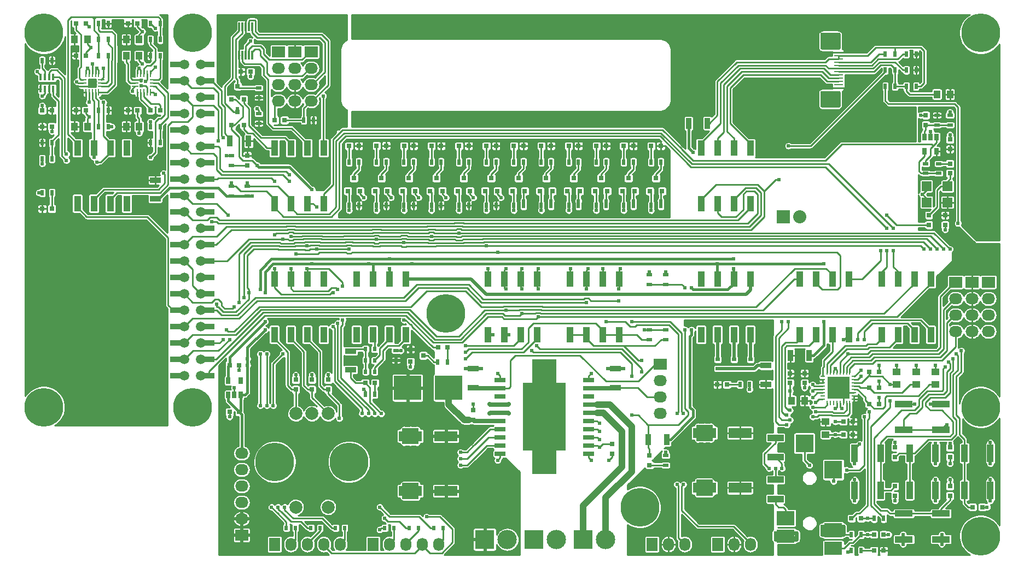
<source format=gtl>
G04 #@! TF.FileFunction,Copper,L1,Top,Signal*
%FSLAX46Y46*%
G04 Gerber Fmt 4.6, Leading zero omitted, Abs format (unit mm)*
G04 Created by KiCad (PCBNEW 4.0.2-stable) date Tuesday, August 23, 2016 'PMt' 07:55:18 PM*
%MOMM*%
G01*
G04 APERTURE LIST*
%ADD10C,0.100000*%
%ADD11R,1.120000X2.440000*%
%ADD12R,1.700000X0.900000*%
%ADD13R,0.295000X1.000000*%
%ADD14R,1.000000X0.295000*%
%ADD15R,0.500000X0.900000*%
%ADD16R,2.800000X2.000000*%
%ADD17R,2.800000X2.200000*%
%ADD18R,2.800000X2.800000*%
%ADD19R,2.750000X1.000000*%
%ADD20R,3.599180X1.600200*%
%ADD21R,0.750000X0.800000*%
%ADD22R,2.032000X1.727200*%
%ADD23O,2.032000X1.727200*%
%ADD24R,0.800000X0.750000*%
%ADD25R,0.797560X0.797560*%
%ADD26R,0.700000X0.600000*%
%ADD27R,0.600000X0.700000*%
%ADD28R,1.727200X2.032000*%
%ADD29O,1.727200X2.032000*%
%ADD30R,2.032000X2.032000*%
%ADD31O,2.032000X2.032000*%
%ADD32R,0.800100X0.800100*%
%ADD33R,0.900000X0.500000*%
%ADD34C,2.000000*%
%ADD35C,6.000000*%
%ADD36R,1.000000X2.750000*%
%ADD37R,0.650000X1.060000*%
%ADD38R,0.300000X1.400000*%
%ADD39R,1.000000X1.250000*%
%ADD40R,1.250000X1.000000*%
%ADD41R,3.000000X3.000000*%
%ADD42O,3.000000X3.000000*%
%ADD43R,1.680000X0.889000*%
%ADD44C,1.500000*%
%ADD45R,0.700000X0.250000*%
%ADD46R,0.250000X0.700000*%
%ADD47R,0.538800X0.996000*%
%ADD48R,0.576600X0.538800*%
%ADD49R,0.538800X0.348000*%
%ADD50R,3.450000X3.450000*%
%ADD51R,0.203200X0.538800*%
%ADD52R,1.700000X0.700000*%
%ADD53R,1.746000X1.288800*%
%ADD54R,1.288800X0.203200*%
%ADD55R,1.288800X2.203200*%
%ADD56R,0.601600X1.288800*%
%ADD57R,3.000000X1.144400*%
%ADD58R,6.609600X10.609600*%
%ADD59R,3.800000X17.800000*%
%ADD60R,0.900000X1.700000*%
%ADD61R,4.240000X3.810000*%
%ADD62R,2.500000X1.000000*%
%ADD63R,1.500000X1.500000*%
%ADD64R,1.400000X0.295000*%
%ADD65R,2.300000X2.650000*%
%ADD66R,0.445000X1.000000*%
%ADD67C,0.609600*%
%ADD68C,0.609600*%
%ADD69C,0.254000*%
%ADD70C,0.508000*%
%ADD71C,0.700000*%
%ADD72C,1.016000*%
%ADD73C,0.381000*%
%ADD74C,1.000000*%
G04 APERTURE END LIST*
D10*
D11*
X112865000Y43370000D03*
X110325000Y43370000D03*
X107785000Y43370000D03*
X105245000Y43370000D03*
X105245000Y34750000D03*
X107785000Y34750000D03*
X110325000Y34750000D03*
X112865000Y34750000D03*
D12*
X51000000Y32200000D03*
X51000000Y29300000D03*
D13*
X10000000Y75150000D03*
X10500000Y75150000D03*
X11000000Y75150000D03*
X11500000Y75150000D03*
X12000000Y72350000D03*
D14*
X12400000Y74250000D03*
X12400000Y73750000D03*
X9600000Y73250000D03*
D13*
X12000000Y75150000D03*
D14*
X12400000Y73250000D03*
D13*
X11500000Y72350000D03*
X11000000Y72350000D03*
X10500000Y72350000D03*
X10000000Y72350000D03*
D14*
X9600000Y73750000D03*
X9600000Y74250000D03*
D15*
X20000000Y80500000D03*
X21500000Y80500000D03*
X20000000Y83000000D03*
X21500000Y83000000D03*
D16*
X118300000Y3500000D03*
X125700000Y1600000D03*
D17*
X118300000Y6300000D03*
X125700000Y4400000D03*
D18*
X125700000Y13800000D03*
X121250000Y17900000D03*
D19*
X136625000Y20000000D03*
X142375000Y20000000D03*
X142375000Y24000000D03*
X136625000Y24000000D03*
D11*
X92545000Y43370000D03*
X90005000Y43370000D03*
X87465000Y43370000D03*
X84925000Y43370000D03*
X84925000Y34750000D03*
X87465000Y34750000D03*
X90005000Y34750000D03*
X92545000Y34750000D03*
D20*
X65750820Y10500000D03*
X60249180Y10500000D03*
D21*
X121250000Y28750000D03*
X121250000Y27250000D03*
D22*
X144615000Y42870000D03*
D23*
X144615000Y40330000D03*
X144615000Y37790000D03*
X144615000Y35250000D03*
D22*
X44870000Y78580000D03*
D23*
X44870000Y76040000D03*
X44870000Y73500000D03*
X44870000Y70960000D03*
D24*
X33750000Y22750000D03*
X32250000Y22750000D03*
X32250000Y30000000D03*
X33750000Y30000000D03*
X34000000Y75500000D03*
X35500000Y75500000D03*
X16500000Y83000000D03*
X18000000Y83000000D03*
X16500000Y69500000D03*
X18000000Y69500000D03*
X4750000Y69500000D03*
X3250000Y69500000D03*
X3250000Y67000000D03*
X4750000Y67000000D03*
D21*
X91500000Y17750000D03*
X91500000Y16250000D03*
X70000000Y21500000D03*
X70000000Y23000000D03*
X47500000Y26250000D03*
X47500000Y27750000D03*
X45000000Y26250000D03*
X45000000Y27750000D03*
X42500000Y26250000D03*
X42500000Y27750000D03*
X143000000Y51750000D03*
X143000000Y53250000D03*
X140500000Y51750000D03*
X140500000Y53250000D03*
X119000000Y28750000D03*
X119000000Y27250000D03*
D24*
X128750000Y19250000D03*
X127250000Y19250000D03*
X128750000Y21250000D03*
X127250000Y21250000D03*
X132000000Y3750000D03*
X133500000Y3750000D03*
X131250000Y26500000D03*
X132750000Y26500000D03*
X128500000Y6250000D03*
X130000000Y6250000D03*
X131250000Y24000000D03*
X132750000Y24000000D03*
X131250000Y29000000D03*
X132750000Y29000000D03*
D21*
X135250000Y11250000D03*
X135250000Y9750000D03*
X143750000Y17250000D03*
X143750000Y15750000D03*
X135250000Y15750000D03*
X135250000Y17250000D03*
X143750000Y9750000D03*
X143750000Y11250000D03*
D24*
X147250000Y8000000D03*
X148750000Y8000000D03*
D25*
X35000000Y62499300D03*
X35000000Y61000700D03*
X3250700Y54250000D03*
X4749300Y54250000D03*
X97250000Y15999300D03*
X97250000Y14500700D03*
X90549300Y64000000D03*
X89050700Y64000000D03*
X86249300Y64000000D03*
X84750700Y64000000D03*
X81999300Y64000000D03*
X80500700Y64000000D03*
X77749300Y64000000D03*
X76250700Y64000000D03*
X98999300Y64000000D03*
X97500700Y64000000D03*
X94749300Y64000000D03*
X93250700Y64000000D03*
X52249300Y64000000D03*
X50750700Y64000000D03*
X56499300Y64050000D03*
X55000700Y64050000D03*
X107750700Y27000000D03*
X109249300Y27000000D03*
D26*
X112865000Y30870000D03*
X112865000Y29470000D03*
X110325000Y30870000D03*
X110325000Y29470000D03*
X107785000Y30870000D03*
X107785000Y29470000D03*
D25*
X60749300Y64000000D03*
X59250700Y64000000D03*
X53250700Y27250000D03*
X54749300Y27250000D03*
X64999300Y64000000D03*
X63500700Y64000000D03*
X69249300Y64000000D03*
X67750700Y64000000D03*
D27*
X48665000Y4770000D03*
X50065000Y4770000D03*
X44855000Y4770000D03*
X46255000Y4770000D03*
X41045000Y4770000D03*
X42445000Y4770000D03*
X63905000Y4770000D03*
X65305000Y4770000D03*
X60095000Y4770000D03*
X61495000Y4770000D03*
X56285000Y4770000D03*
X57685000Y4770000D03*
X54700000Y29000000D03*
X53300000Y29000000D03*
X54700000Y30750000D03*
X53300000Y30750000D03*
X54700000Y32500000D03*
X53300000Y32500000D03*
D25*
X73499300Y64000000D03*
X72000700Y64000000D03*
X64500700Y32750000D03*
X65999300Y32750000D03*
X133499300Y1250000D03*
X132000700Y1250000D03*
D22*
X39790000Y78580000D03*
D23*
X39790000Y76040000D03*
X39790000Y73500000D03*
X39790000Y70960000D03*
D22*
X42330000Y78580000D03*
D23*
X42330000Y76040000D03*
X42330000Y73500000D03*
X42330000Y70960000D03*
D22*
X98895000Y30170000D03*
D23*
X98895000Y27630000D03*
X98895000Y25090000D03*
X98895000Y22550000D03*
D28*
X107785000Y2230000D03*
D29*
X110325000Y2230000D03*
X112865000Y2230000D03*
D28*
X97625000Y2230000D03*
D29*
X100165000Y2230000D03*
X102705000Y2230000D03*
D28*
X39205000Y2230000D03*
D29*
X41745000Y2230000D03*
X44285000Y2230000D03*
X46825000Y2230000D03*
X49365000Y2230000D03*
D28*
X54445000Y2230000D03*
D29*
X56985000Y2230000D03*
X59525000Y2230000D03*
X62065000Y2230000D03*
X64605000Y2230000D03*
D22*
X149695000Y42870000D03*
D23*
X149695000Y40330000D03*
X149695000Y37790000D03*
X149695000Y35250000D03*
D22*
X147155000Y42870000D03*
D23*
X147155000Y40330000D03*
X147155000Y37790000D03*
X147155000Y35250000D03*
D30*
X117945000Y53030000D03*
D31*
X120485000Y53030000D03*
D25*
X40749300Y68000000D03*
X39250700Y68000000D03*
D32*
X88800000Y56999240D03*
X90700000Y56999240D03*
X89750000Y58998220D03*
X84550000Y56999240D03*
X86450000Y56999240D03*
X85500000Y58998220D03*
X80300000Y56999240D03*
X82200000Y56999240D03*
X81250000Y58998220D03*
X76050000Y56999240D03*
X77950000Y56999240D03*
X77000000Y58998220D03*
X97300000Y56999240D03*
X99200000Y56999240D03*
X98250000Y58998220D03*
X93050000Y56999240D03*
X94950000Y56999240D03*
X94000000Y58998220D03*
X50550000Y56999240D03*
X52450000Y56999240D03*
X51500000Y58998220D03*
X54800000Y56999240D03*
X56700000Y56999240D03*
X55750000Y58998220D03*
X59050000Y56999240D03*
X60950000Y56999240D03*
X60000000Y58998220D03*
X63300000Y56999240D03*
X65200000Y56999240D03*
X64250000Y58998220D03*
X67550000Y56999240D03*
X69450000Y56999240D03*
X68500000Y58998220D03*
X71800000Y56999240D03*
X73700000Y56999240D03*
X72750000Y58998220D03*
X60249240Y32450000D03*
X60249240Y30550000D03*
X62248220Y31500000D03*
D33*
X35000000Y56250000D03*
X35000000Y57750000D03*
X32500000Y56250000D03*
X32500000Y57750000D03*
D15*
X45250000Y68000000D03*
X43750000Y68000000D03*
D33*
X32500000Y61000000D03*
X32500000Y62500000D03*
D15*
X133750000Y73250000D03*
X135250000Y73250000D03*
X137000000Y78250000D03*
X138500000Y78250000D03*
X133750000Y78250000D03*
X135250000Y78250000D03*
X4750000Y56750000D03*
X3250000Y56750000D03*
D33*
X99750000Y42500000D03*
X99750000Y44000000D03*
X97250000Y42500000D03*
X97250000Y44000000D03*
D15*
X89000000Y54750000D03*
X90500000Y54750000D03*
X84750000Y54750000D03*
X86250000Y54750000D03*
X89050000Y61500000D03*
X90550000Y61500000D03*
X84750000Y61500000D03*
X86250000Y61500000D03*
D33*
X99750000Y14500000D03*
X99750000Y16000000D03*
X97250000Y34000000D03*
X97250000Y35500000D03*
X99750000Y34000000D03*
X99750000Y35500000D03*
D15*
X80500000Y54750000D03*
X82000000Y54750000D03*
X76250000Y54750000D03*
X77750000Y54750000D03*
X80500000Y61500000D03*
X82000000Y61500000D03*
X76250000Y61500000D03*
X77750000Y61500000D03*
D12*
X92000000Y26550000D03*
X92000000Y29450000D03*
X70000000Y26550000D03*
X70000000Y29450000D03*
D15*
X97500000Y54750000D03*
X99000000Y54750000D03*
X93250000Y54750000D03*
X94750000Y54750000D03*
X97500000Y61500000D03*
X99000000Y61500000D03*
X93250000Y61500000D03*
X94750000Y61500000D03*
X50750000Y54750000D03*
X52250000Y54750000D03*
X55000000Y54750000D03*
X56500000Y54750000D03*
X50750000Y61500000D03*
X52250000Y61500000D03*
X55000000Y61500000D03*
X56500000Y61500000D03*
X111250000Y27000000D03*
X112750000Y27000000D03*
X59250000Y54750000D03*
X60750000Y54750000D03*
X59250000Y61500000D03*
X60750000Y61500000D03*
X54750000Y25500000D03*
X53250000Y25500000D03*
X63500000Y54750000D03*
X65000000Y54750000D03*
X67750000Y54750000D03*
X69250000Y54750000D03*
X63500000Y61500000D03*
X65000000Y61500000D03*
X67750000Y61500000D03*
X69250000Y61500000D03*
X72000000Y54750000D03*
X73500000Y54750000D03*
D33*
X58000000Y30750000D03*
X58000000Y32250000D03*
D15*
X72000000Y61500000D03*
X73500000Y61500000D03*
X66000000Y30500000D03*
X64500000Y30500000D03*
X128500000Y1250000D03*
X130000000Y1250000D03*
X130000000Y3750000D03*
X128500000Y3750000D03*
X133500000Y6250000D03*
X132000000Y6250000D03*
D11*
X46825000Y63690000D03*
X44285000Y63690000D03*
X41745000Y63690000D03*
X39205000Y63690000D03*
X39205000Y55070000D03*
X41745000Y55070000D03*
X44285000Y55070000D03*
X46825000Y55070000D03*
X105245000Y55070000D03*
X107785000Y55070000D03*
X110325000Y55070000D03*
X112865000Y55070000D03*
X112865000Y63690000D03*
X110325000Y63690000D03*
X107785000Y63690000D03*
X105245000Y63690000D03*
X16345000Y63690000D03*
X13805000Y63690000D03*
X11265000Y63690000D03*
X8725000Y63690000D03*
X8725000Y55070000D03*
X11265000Y55070000D03*
X13805000Y55070000D03*
X16345000Y55070000D03*
X79845000Y43370000D03*
X77305000Y43370000D03*
X74765000Y43370000D03*
X72225000Y43370000D03*
X72225000Y34750000D03*
X74765000Y34750000D03*
X77305000Y34750000D03*
X79845000Y34750000D03*
X46825000Y43370000D03*
X44285000Y43370000D03*
X41745000Y43370000D03*
X39205000Y43370000D03*
X39205000Y34750000D03*
X41745000Y34750000D03*
X44285000Y34750000D03*
X46825000Y34750000D03*
D34*
X47500000Y22500000D03*
X45000000Y22500000D03*
X42500000Y22500000D03*
X47500000Y8000000D03*
X42500000Y8000000D03*
D35*
X50750000Y15000000D03*
X39250000Y15000000D03*
D11*
X59525000Y43370000D03*
X56985000Y43370000D03*
X54445000Y43370000D03*
X51905000Y43370000D03*
X51905000Y34750000D03*
X54445000Y34750000D03*
X56985000Y34750000D03*
X59525000Y34750000D03*
X128105000Y43370000D03*
X125565000Y43370000D03*
X123025000Y43370000D03*
X120485000Y43370000D03*
X120485000Y34750000D03*
X123025000Y34750000D03*
X125565000Y34750000D03*
X128105000Y34750000D03*
X140805000Y43370000D03*
X138265000Y43370000D03*
X135725000Y43370000D03*
X133185000Y43370000D03*
X133185000Y34750000D03*
X135725000Y34750000D03*
X138265000Y34750000D03*
X140805000Y34750000D03*
D36*
X133000000Y10625000D03*
X133000000Y16375000D03*
X129000000Y16375000D03*
X129000000Y10625000D03*
X137500000Y16375000D03*
X137500000Y10625000D03*
X141500000Y10625000D03*
X141500000Y16375000D03*
D19*
X142375000Y7000000D03*
X136625000Y7000000D03*
X136625000Y3000000D03*
X142375000Y3000000D03*
D36*
X146000000Y16375000D03*
X146000000Y10625000D03*
X150000000Y10625000D03*
X150000000Y16375000D03*
D37*
X32050000Y25400000D03*
X33000000Y25400000D03*
X33950000Y25400000D03*
X33950000Y27600000D03*
X32050000Y27600000D03*
D38*
X33750000Y78050000D03*
X34250000Y78050000D03*
X34750000Y78050000D03*
X35250000Y78050000D03*
X35750000Y78050000D03*
X35750000Y82450000D03*
X35250000Y82450000D03*
X34750000Y82450000D03*
X34250000Y82450000D03*
X33750000Y82450000D03*
D22*
X34125000Y3650000D03*
D23*
X34125000Y6190000D03*
X34125000Y8730000D03*
X34125000Y11270000D03*
X34125000Y13810000D03*
X34125000Y16350000D03*
D20*
X65750820Y19000000D03*
X60249180Y19000000D03*
X111250820Y11000000D03*
X105749180Y11000000D03*
X111250820Y19500000D03*
X105749180Y19500000D03*
D39*
X16250000Y80500000D03*
X18250000Y80500000D03*
X121250000Y24500000D03*
X119250000Y24500000D03*
D40*
X124500000Y21250000D03*
X124500000Y19250000D03*
X138500000Y27000000D03*
X138500000Y29000000D03*
X141500000Y27000000D03*
X141500000Y29000000D03*
X135500000Y27000000D03*
X135500000Y29000000D03*
D39*
X16250000Y67000000D03*
X18250000Y67000000D03*
X8250000Y80500000D03*
X10250000Y80500000D03*
X8250000Y67000000D03*
X10250000Y67000000D03*
D24*
X8500000Y78000000D03*
X10000000Y78000000D03*
X8500000Y69500000D03*
X10000000Y69500000D03*
X8500000Y83000000D03*
X10000000Y83000000D03*
X20000000Y69500000D03*
X21500000Y69500000D03*
D41*
X79365000Y2980000D03*
D42*
X82865000Y2980000D03*
D41*
X86985000Y2980000D03*
D42*
X90485000Y2980000D03*
D41*
X71745000Y2980000D03*
D42*
X75245000Y2980000D03*
D32*
X32550000Y67249240D03*
X34450000Y67249240D03*
X33500000Y69248220D03*
X32550000Y71249240D03*
X34450000Y71249240D03*
X33500000Y73248220D03*
D33*
X36750000Y67500000D03*
X36750000Y69000000D03*
X36750000Y71500000D03*
X36750000Y73000000D03*
D15*
X4750000Y77250000D03*
X3250000Y77250000D03*
X3250000Y64500000D03*
X4750000Y64500000D03*
X4750000Y62000000D03*
X3250000Y62000000D03*
X13500000Y80500000D03*
X12000000Y80500000D03*
X20000000Y78000000D03*
X21500000Y78000000D03*
X13500000Y83000000D03*
X12000000Y83000000D03*
X13500000Y78000000D03*
X12000000Y78000000D03*
X20000000Y64500000D03*
X21500000Y64500000D03*
X21500000Y67000000D03*
X20000000Y67000000D03*
X13500000Y69500000D03*
X12000000Y69500000D03*
X12000000Y67000000D03*
X13500000Y67000000D03*
D39*
X16250000Y78000000D03*
X18250000Y78000000D03*
D35*
X26500000Y81500000D03*
X65750000Y38000000D03*
X148500000Y81500000D03*
X148500000Y23500000D03*
X26500000Y23500000D03*
X95750000Y8000000D03*
X3500000Y81500000D03*
X3500000Y23500000D03*
X148500000Y3500000D03*
D43*
X23920000Y76630000D03*
X29080000Y76630000D03*
X23920000Y74090000D03*
X29080000Y74090000D03*
X23920000Y71550000D03*
X29080000Y71550000D03*
X23920000Y69010000D03*
X29080000Y69010000D03*
X23920000Y66470000D03*
X29080000Y66470000D03*
X23920000Y63930000D03*
X29080000Y63930000D03*
X23920000Y61390000D03*
X29080000Y61390000D03*
X23920000Y58850000D03*
X29080000Y58850000D03*
X23920000Y56310000D03*
X29080000Y56310000D03*
X23920000Y53770000D03*
X29080000Y53770000D03*
X23920000Y51230000D03*
X29080000Y51230000D03*
X23920000Y48690000D03*
X29080000Y48690000D03*
X23920000Y46150000D03*
X29080000Y46150000D03*
D44*
X25230000Y76630000D03*
X27770000Y76630000D03*
X25230000Y74090000D03*
X25230000Y71550000D03*
X25230000Y69010000D03*
X25230000Y66470000D03*
X25230000Y63930000D03*
X25230000Y61390000D03*
X25230000Y58850000D03*
X25230000Y56310000D03*
X25230000Y53770000D03*
X25230000Y51230000D03*
X25230000Y48690000D03*
X25230000Y46150000D03*
X27770000Y74090000D03*
X27770000Y71550000D03*
X27770000Y69010000D03*
X27770000Y66470000D03*
X27770000Y63930000D03*
X27770000Y61390000D03*
X27770000Y58850000D03*
X27770000Y56310000D03*
X27770000Y53770000D03*
X27770000Y51230000D03*
X27770000Y48690000D03*
X27770000Y46150000D03*
X25230000Y43610000D03*
X25230000Y41070000D03*
X25230000Y38530000D03*
X25230000Y35990000D03*
X25230000Y33450000D03*
X25230000Y30910000D03*
X25230000Y28370000D03*
X27770000Y28370000D03*
X27770000Y30910000D03*
X27770000Y33450000D03*
X27770000Y35990000D03*
X27770000Y38530000D03*
X27770000Y41070000D03*
X27770000Y43610000D03*
D43*
X23920000Y43610000D03*
X23920000Y41070000D03*
X23920000Y38530000D03*
X23920000Y35990000D03*
X23920000Y33450000D03*
X23920000Y30910000D03*
X23920000Y28370000D03*
X29080000Y28370000D03*
X29080000Y30910000D03*
X29080000Y33450000D03*
X29080000Y35990000D03*
X29080000Y38530000D03*
X29080000Y41070000D03*
X29080000Y43610000D03*
D13*
X18000000Y75150000D03*
X18500000Y75150000D03*
X19000000Y75150000D03*
X19500000Y75150000D03*
X20000000Y72350000D03*
D14*
X20400000Y74250000D03*
X20400000Y73750000D03*
X17600000Y73250000D03*
D13*
X20000000Y75150000D03*
D14*
X20400000Y73250000D03*
D13*
X19500000Y72350000D03*
X19000000Y72350000D03*
X18500000Y72350000D03*
X18000000Y72350000D03*
D14*
X17600000Y73750000D03*
X17600000Y74250000D03*
D45*
X124100000Y28250000D03*
X124100000Y27750000D03*
X124100000Y27250000D03*
X124100000Y26750000D03*
X124100000Y26250000D03*
X124100000Y25750000D03*
X124100000Y25250000D03*
X124100000Y24750000D03*
D46*
X124750000Y24100000D03*
X125250000Y24100000D03*
X125750000Y24100000D03*
X126250000Y24100000D03*
X126750000Y24100000D03*
X127250000Y24100000D03*
X127750000Y24100000D03*
X128250000Y24100000D03*
D45*
X128900000Y24750000D03*
X128900000Y25250000D03*
X128900000Y25750000D03*
X128900000Y26250000D03*
X128900000Y26750000D03*
X128900000Y27250000D03*
X128900000Y27750000D03*
X128900000Y28250000D03*
D46*
X128250000Y28900000D03*
X127750000Y28900000D03*
X127250000Y28900000D03*
X126750000Y28900000D03*
X126250000Y28900000D03*
X125750000Y28900000D03*
X125250000Y28900000D03*
X124750000Y28900000D03*
D47*
X125875000Y27125000D03*
X125875000Y25875000D03*
X127125000Y27125000D03*
X127125000Y25875000D03*
D48*
X127936700Y27125000D03*
X127936700Y25875000D03*
X125063300Y25875000D03*
X125063300Y27125000D03*
D49*
X125875000Y24949000D03*
X127125000Y24949000D03*
X127125000Y28051000D03*
X125875000Y28051000D03*
D50*
X126500000Y26500000D03*
D51*
X126500000Y25875000D03*
X126500000Y27125000D03*
D52*
X74140000Y27715000D03*
X74140000Y26445000D03*
X74140000Y25175000D03*
X74140000Y23905000D03*
X74140000Y22635000D03*
X74140000Y21365000D03*
X74140000Y20095000D03*
X74140000Y18825000D03*
X74140000Y17555000D03*
X74140000Y16285000D03*
X87840000Y16285000D03*
X87840000Y17555000D03*
X87840000Y18825000D03*
X87840000Y20095000D03*
X87840000Y21365000D03*
X87840000Y22635000D03*
X87840000Y23905000D03*
X87840000Y25175000D03*
X87840000Y26445000D03*
X87840000Y27715000D03*
D53*
X82990000Y26000000D03*
X82990000Y24000000D03*
X82990000Y22000000D03*
X82990000Y20000000D03*
X82990000Y18000000D03*
X80990000Y26000000D03*
X80990000Y24000000D03*
X80990000Y22000000D03*
X80990000Y20000000D03*
X80990000Y18000000D03*
X78990000Y26000000D03*
X78990000Y24000000D03*
X78990000Y22000000D03*
X78990000Y20000000D03*
X78990000Y18000000D03*
D54*
X82990000Y25000000D03*
X82990000Y23000000D03*
X82990000Y21000000D03*
X82990000Y19000000D03*
X80990000Y25000000D03*
X80990000Y23000000D03*
X80990000Y21000000D03*
X80990000Y19000000D03*
X78990000Y25000000D03*
X78990000Y23000000D03*
X78990000Y21000000D03*
X78990000Y19000000D03*
D55*
X80990000Y28000000D03*
X80990000Y16000000D03*
D56*
X79790800Y28000000D03*
X82189200Y28000000D03*
X82189200Y16000000D03*
X79790800Y16000000D03*
D57*
X80990000Y29927800D03*
X80990000Y14072200D03*
D58*
X80990000Y22000000D03*
D59*
X80990000Y22000000D03*
D60*
X35200000Y64750000D03*
X32300000Y64750000D03*
D61*
X59815000Y26500000D03*
X66185000Y26500000D03*
D12*
X115250000Y29950000D03*
X115250000Y27050000D03*
D60*
X121950000Y31500000D03*
X119050000Y31500000D03*
D62*
X116750000Y18750000D03*
X116750000Y15750000D03*
X116750000Y9250000D03*
X116750000Y12250000D03*
D63*
X143375000Y57750000D03*
X140125000Y57750000D03*
X140125000Y55250000D03*
X143375000Y55250000D03*
D21*
X140000000Y68750000D03*
X140000000Y67250000D03*
X143750000Y61250000D03*
X143750000Y59750000D03*
X143750000Y65000000D03*
X143750000Y63500000D03*
D60*
X103300000Y67500000D03*
X106200000Y67500000D03*
D12*
X20750000Y58700000D03*
X20750000Y55800000D03*
D60*
X99950000Y18500000D03*
X97050000Y18500000D03*
D33*
X141750000Y68750000D03*
X141750000Y67250000D03*
X143750000Y67250000D03*
X143750000Y68750000D03*
X142000000Y61250000D03*
X142000000Y59750000D03*
X140000000Y59750000D03*
X140000000Y61250000D03*
D37*
X141700000Y65350000D03*
X140750000Y65350000D03*
X139800000Y65350000D03*
X139800000Y63150000D03*
X141700000Y63150000D03*
D64*
X126500000Y78500000D03*
X126500000Y78000000D03*
X126500000Y77500000D03*
X126500000Y77000000D03*
X126500000Y76500000D03*
X126500000Y76000000D03*
X126500000Y75500000D03*
X126500000Y75000000D03*
X126500000Y74500000D03*
X126500000Y74000000D03*
X126500000Y73500000D03*
X126500000Y73000000D03*
D65*
X125250000Y80275000D03*
X125250000Y71225000D03*
D66*
X3025000Y74650000D03*
X3675000Y74650000D03*
X4325000Y74650000D03*
X4975000Y74650000D03*
X3025000Y72850000D03*
X3675000Y72850000D03*
X4325000Y72850000D03*
X4975000Y72850000D03*
D39*
X141750000Y72000000D03*
X143750000Y72000000D03*
D15*
X133750000Y75750000D03*
X135250000Y75750000D03*
X138500000Y73250000D03*
X137000000Y73250000D03*
X137000000Y75750000D03*
X138500000Y75750000D03*
D67*
X126500000Y70250000D03*
X126500000Y72250000D03*
X126500000Y71250000D03*
X124000000Y72250000D03*
X124000000Y70250000D03*
X124000000Y71250000D03*
X124000000Y81250000D03*
X124000000Y79250000D03*
X124000000Y80250000D03*
X126500000Y79250000D03*
X126500000Y81250000D03*
X126500000Y80250000D03*
X143750000Y73000000D03*
X139000000Y78250000D03*
X12750000Y76000000D03*
X10500000Y82500000D03*
X139250000Y68750000D03*
X3250000Y71750000D03*
X3250000Y61250000D03*
X127250000Y5000000D03*
X127250000Y3750000D03*
X124000000Y5000000D03*
X124000000Y3750000D03*
X74250000Y56000000D03*
X31750000Y62500000D03*
X143750000Y69250000D03*
X143000000Y51000000D03*
X99750000Y16500000D03*
X139500000Y56500000D03*
X143750000Y65750000D03*
X140750000Y66250000D03*
X70000000Y56000000D03*
X65750000Y56000000D03*
X61500000Y56000000D03*
X57250000Y56000000D03*
X53000000Y56000000D03*
X112750000Y26250000D03*
X121250000Y26500000D03*
X128000000Y1000000D03*
X60250000Y29750000D03*
X58750000Y32250000D03*
X53000000Y26250000D03*
X79990000Y29000000D03*
X81990000Y29000000D03*
X83990000Y27000000D03*
X81990000Y27000000D03*
X79990000Y27000000D03*
X77990000Y27000000D03*
X77990000Y25000000D03*
X79990000Y25000000D03*
X81990000Y25000000D03*
X83990000Y25000000D03*
X83990000Y23000000D03*
X77990000Y23000000D03*
X79990000Y23000000D03*
X81990000Y23000000D03*
X83990000Y17000000D03*
X83990000Y19000000D03*
X83990000Y21000000D03*
X81990000Y21000000D03*
X81990000Y19000000D03*
X79990000Y19000000D03*
X79990000Y21000000D03*
X77990000Y21000000D03*
X77990000Y19000000D03*
X77990000Y17000000D03*
X79990000Y17000000D03*
X79990000Y15000000D03*
X81990000Y15000000D03*
X81990000Y17000000D03*
X8612475Y73959725D03*
X10500000Y68500000D03*
X14000000Y67000000D03*
X10750000Y79250000D03*
X4750000Y66250000D03*
X3250000Y70250000D03*
X18750000Y76750000D03*
X18250000Y76000000D03*
X20750000Y72000000D03*
X17250000Y72500000D03*
X19250000Y74000000D03*
X2750000Y56750000D03*
X142500000Y82500000D03*
X120000000Y82500000D03*
X75000000Y67500000D03*
X97500000Y67500000D03*
X52500000Y67500000D03*
X97500000Y82500000D03*
X52500000Y82500000D03*
X150500000Y75500000D03*
X148500000Y75500000D03*
X146500000Y75500000D03*
X146500000Y52000000D03*
X148500000Y52000000D03*
X150500000Y52000000D03*
X129750000Y17750000D03*
X129000000Y14750000D03*
X149500000Y8000000D03*
X135250000Y9000000D03*
X135250000Y18000000D03*
X141537934Y17864980D03*
X129000000Y12250000D03*
X129000000Y9000000D03*
X142500000Y3750000D03*
X136500000Y3750000D03*
X143750000Y12250000D03*
X143750000Y14750000D03*
X141500000Y14750000D03*
X141500000Y12250000D03*
X141500000Y9000000D03*
X150000000Y14750000D03*
X150000000Y12250000D03*
X150000000Y9000000D03*
X150000000Y18000000D03*
X140750000Y24000000D03*
X138250000Y24000000D03*
X139000000Y75750000D03*
X127500000Y72750000D03*
X127500000Y78750000D03*
X142500000Y2250000D03*
X136500000Y2250000D03*
X134250000Y3750000D03*
X141500000Y30000000D03*
X138500000Y30000000D03*
X135500000Y30000000D03*
X96500000Y35500000D03*
X88250000Y28750000D03*
X70000000Y24000000D03*
X73754355Y15254355D03*
X35500000Y80250000D03*
X35500000Y74750000D03*
X18250000Y66000000D03*
X2500000Y75500000D03*
X18750000Y81750000D03*
X20000000Y67750000D03*
X47500000Y28500000D03*
X45000000Y28500000D03*
X42500000Y28500000D03*
X32250000Y22000000D03*
X33750000Y29250000D03*
X33000000Y26500000D03*
X99000000Y55500000D03*
X94750000Y55500000D03*
X90500000Y55500000D03*
X86250000Y55500000D03*
X77750000Y55500000D03*
X82000000Y55500000D03*
X91000000Y15250000D03*
X88250000Y15250000D03*
X73750000Y28750000D03*
X71250000Y29500000D03*
X68750000Y29500000D03*
X90750000Y29500000D03*
X93250000Y29500000D03*
X61250000Y9500000D03*
X59250000Y9500000D03*
X60250000Y9500000D03*
X59250000Y11500000D03*
X61250000Y11500000D03*
X60250000Y11500000D03*
X61250000Y18000000D03*
X59250000Y18000000D03*
X60250000Y18000000D03*
X61250000Y20000000D03*
X59250000Y20000000D03*
X60250000Y20000000D03*
X104750000Y12000000D03*
X106750000Y12000000D03*
X105750000Y12000000D03*
X106750000Y10000000D03*
X104750000Y10000000D03*
X105750000Y10000000D03*
X106750000Y20500000D03*
X104750000Y20500000D03*
X105750000Y20500000D03*
X106750000Y18500000D03*
X104750000Y18500000D03*
X105750000Y18500000D03*
X122500000Y27000000D03*
X119000000Y26000000D03*
X126000000Y29500000D03*
X126500000Y26500000D03*
X127750000Y27750000D03*
X127750000Y26500000D03*
X126500000Y25250000D03*
X125250000Y25250000D03*
X127750000Y25250000D03*
X126000000Y19250000D03*
X126000000Y21250000D03*
X132750000Y25000000D03*
X132750000Y30000000D03*
X132750000Y27500000D03*
X11750000Y76000000D03*
X11000000Y76750000D03*
X10250000Y76000000D03*
X102750000Y42000000D03*
X102750000Y35500000D03*
X94500000Y22250000D03*
X89500000Y17250000D03*
X61250000Y33750000D03*
X60500000Y43370000D03*
X49250000Y21750000D03*
X147250000Y20000000D03*
X147250000Y27000000D03*
X130000000Y29250000D03*
X131250000Y22750000D03*
X125750000Y12000000D03*
X115750000Y14000000D03*
X117750000Y14000000D03*
X127000000Y23250000D03*
X116750000Y14000000D03*
X126000000Y23250000D03*
X134500000Y24500000D03*
X134500000Y27000000D03*
X40500000Y49500000D03*
X55000000Y49500000D03*
X144250000Y31000000D03*
X141750000Y48000000D03*
X40500000Y31750000D03*
X39000000Y23750000D03*
X40771101Y8007033D03*
X55000000Y54000000D03*
X145000000Y52000000D03*
X37000000Y31750000D03*
X59250000Y49000000D03*
X33750000Y39750000D03*
X143500000Y30500000D03*
X143787934Y17864980D03*
X143250000Y20750000D03*
X38750000Y8000000D03*
X31250000Y34000000D03*
X140750000Y48000000D03*
X59250000Y54000000D03*
X37000000Y23750000D03*
X53750000Y22500000D03*
X49000000Y41750000D03*
X49000000Y36500000D03*
X41750000Y50000000D03*
X63500000Y50000000D03*
X41500000Y58500000D03*
X144750000Y31750000D03*
X142750000Y48000000D03*
X56250000Y6250000D03*
X41750000Y45000000D03*
X63500000Y54000000D03*
X54750000Y22500000D03*
X44250000Y48500000D03*
X49750000Y42250000D03*
X49750000Y37000000D03*
X34500000Y40500000D03*
X143000000Y29750000D03*
X55500000Y4500000D03*
X44250000Y45000000D03*
X32250000Y34000000D03*
X139750000Y48000000D03*
X72000000Y48500000D03*
X72000000Y54000000D03*
X52750000Y22500000D03*
X48250000Y41250000D03*
X48250000Y36000000D03*
X67750000Y50500000D03*
X39250000Y50250000D03*
X39250000Y58500000D03*
X145500000Y32250000D03*
X55500000Y8000000D03*
X39250000Y45000000D03*
X143750000Y48000000D03*
X67750000Y54000000D03*
X55750000Y22500000D03*
X62750000Y6500000D03*
X32000000Y53250000D03*
X127750000Y13750000D03*
X122000000Y14500000D03*
X130500000Y22000000D03*
X130000000Y28250000D03*
X117250000Y58750000D03*
X118750000Y64000000D03*
X46750000Y71750000D03*
X72500000Y24000000D03*
X75500000Y24000000D03*
X72500000Y22500000D03*
X75500000Y22500000D03*
X127250000Y34000000D03*
X128000000Y31750000D03*
X117750000Y36750000D03*
X118500000Y20750000D03*
X122500000Y22000000D03*
X118750000Y36750000D03*
X119000000Y21500000D03*
X123000000Y22750000D03*
X99750000Y44500000D03*
X85000000Y45000000D03*
X97250000Y44500000D03*
X90000000Y45000000D03*
X68000000Y15500000D03*
X68750000Y32000000D03*
X96000000Y30750000D03*
X89500000Y19750000D03*
X11750000Y61500000D03*
X7000000Y61750000D03*
X18608002Y73358002D03*
X12750000Y70750000D03*
X10500000Y70750000D03*
X20000000Y62250000D03*
X7000000Y62750000D03*
X11265000Y62250000D03*
X73000000Y34750000D03*
X79000000Y32250000D03*
X94500000Y28250000D03*
X89500000Y21000000D03*
X79750000Y33000000D03*
X75500000Y34750000D03*
X96000000Y29000000D03*
X89500000Y18500000D03*
X68000000Y14500000D03*
X68750000Y33000000D03*
X68000000Y16500000D03*
X68750000Y31000000D03*
X118500000Y22250000D03*
X122500000Y23500000D03*
X119000000Y23000000D03*
X122500000Y26000000D03*
X130500000Y34000000D03*
X123000000Y24250000D03*
X122500000Y25000000D03*
X129500000Y34000000D03*
X45250000Y67250000D03*
X20750000Y82250000D03*
X20750000Y76250000D03*
X33500000Y69750000D03*
X36500000Y69750000D03*
X37750000Y35500000D03*
X37000000Y41750000D03*
X35000000Y30000000D03*
X35000000Y31000000D03*
X103750000Y35500000D03*
X103750000Y42000000D03*
X57000000Y45000000D03*
X57000000Y46500000D03*
X110250000Y45000000D03*
X110250000Y46500000D03*
X104000000Y63000000D03*
X45000000Y57250000D03*
X45000000Y45750000D03*
X37750000Y41250000D03*
X37750000Y36750000D03*
X53750000Y54750000D03*
X53750000Y45750000D03*
X60500000Y45750000D03*
X59250000Y37000000D03*
X124250000Y45750000D03*
X124250000Y36750000D03*
X107750000Y45750000D03*
X36500000Y61000000D03*
X35750000Y56250000D03*
X35250000Y41250000D03*
X38000000Y31750000D03*
X45750000Y48000000D03*
X45750000Y54500000D03*
X50750000Y48000000D03*
X30250000Y39500000D03*
X50750000Y54000000D03*
X38000000Y23750000D03*
X39750000Y8000000D03*
X31250000Y65250000D03*
X22000000Y59750000D03*
X35000000Y58250000D03*
X135000000Y51250000D03*
X135000000Y47750000D03*
X30500000Y64750000D03*
X32500000Y58250000D03*
X134000000Y51250000D03*
X134000000Y47750000D03*
X42500000Y47250000D03*
X41500000Y59500000D03*
X73750000Y47500000D03*
X76250000Y54000000D03*
X72250000Y45000000D03*
X31750000Y35500000D03*
X33000000Y39000000D03*
X101500000Y11500000D03*
X101500000Y22500000D03*
X90500000Y36750000D03*
X87500000Y39750000D03*
X87507036Y41832832D03*
X93250000Y54000000D03*
X87750000Y45000000D03*
X75007416Y41812820D03*
X75000000Y38500000D03*
X80500000Y54000000D03*
X75000000Y45000000D03*
X80007416Y41812820D03*
X80000000Y37500000D03*
X89000000Y54000000D03*
X80000000Y45000000D03*
X77507416Y41812820D03*
X77500000Y38000000D03*
X84750000Y54000000D03*
X77500000Y45000000D03*
X102500000Y11500000D03*
X102500000Y22500000D03*
X94500000Y36750000D03*
X92507036Y41812820D03*
X92500000Y40000000D03*
X97500000Y54000000D03*
X92750000Y45000000D03*
X131000000Y6250000D03*
X131000000Y3750000D03*
X134000000Y53250000D03*
X133000000Y47750000D03*
X120000000Y4000000D03*
X120000000Y3000000D03*
X116750000Y4000000D03*
X116750000Y3000000D03*
X29500000Y52250000D03*
D68*
X126500000Y81250000D02*
X124000000Y81250000D01*
X124000000Y79250000D02*
X126500000Y79250000D01*
X126500000Y72250000D02*
X124000000Y72250000D01*
X124000000Y70250000D02*
X126500000Y70250000D01*
X126500000Y71250000D02*
X126500000Y70250000D01*
X126500000Y71250000D02*
X126500000Y72250000D01*
D69*
X125250000Y71225000D02*
X126475000Y71225000D01*
X126475000Y71225000D02*
X126500000Y71250000D01*
D68*
X124000000Y71250000D02*
X124000000Y72250000D01*
X124000000Y71250000D02*
X124000000Y70250000D01*
D69*
X125250000Y71225000D02*
X124025000Y71225000D01*
X124025000Y71225000D02*
X124000000Y71250000D01*
D68*
X124000000Y80250000D02*
X124000000Y81250000D01*
X124000000Y80250000D02*
X124000000Y79250000D01*
D69*
X125250000Y80275000D02*
X124025000Y80275000D01*
X124025000Y80275000D02*
X124000000Y80250000D01*
D68*
X126500000Y80250000D02*
X126500000Y79250000D01*
X126500000Y80250000D02*
X126500000Y81250000D01*
D69*
X125250000Y80275000D02*
X126475000Y80275000D01*
X126475000Y80275000D02*
X126500000Y80250000D01*
X143750000Y72000000D02*
X143750000Y73000000D01*
X138500000Y78250000D02*
X139000000Y78250000D01*
X12750000Y76000000D02*
X12750000Y74600000D01*
X12750000Y74600000D02*
X12400000Y74250000D01*
X10000000Y83000000D02*
X10500000Y82500000D01*
X140000000Y68750000D02*
X139250000Y68750000D01*
X3675000Y72850000D02*
X3675000Y72175000D01*
X3675000Y72175000D02*
X3250000Y71750000D01*
X3250000Y62000000D02*
X3250000Y61250000D01*
D68*
X127250000Y5000000D02*
X124000000Y5000000D01*
X124000000Y3750000D02*
X127250000Y3750000D01*
D69*
X128500000Y3750000D02*
X127250000Y3750000D01*
D68*
X124000000Y3750000D02*
X124000000Y5000000D01*
X127250000Y3750000D02*
X127250000Y5000000D01*
D69*
X125700000Y4400000D02*
X126600000Y4400000D01*
X126600000Y4400000D02*
X127250000Y3750000D01*
X125700000Y4400000D02*
X124650000Y4400000D01*
X124650000Y4400000D02*
X124000000Y3750000D01*
X73700000Y56999240D02*
X73700000Y56550000D01*
X73700000Y56550000D02*
X74250000Y56000000D01*
X32500000Y62500000D02*
X31750000Y62500000D01*
X143750000Y68750000D02*
X143750000Y69250000D01*
X143000000Y51750000D02*
X143000000Y51000000D01*
X99750000Y16000000D02*
X99750000Y16500000D01*
X140125000Y55250000D02*
X140125000Y55875000D01*
X140125000Y55875000D02*
X139500000Y56500000D01*
X140125000Y57750000D02*
X140125000Y57125000D01*
X140125000Y57125000D02*
X139500000Y56500000D01*
X143750000Y65000000D02*
X143750000Y65750000D01*
X140750000Y65350000D02*
X140750000Y66250000D01*
X69450000Y56999240D02*
X69450000Y56550000D01*
X69450000Y56550000D02*
X70000000Y56000000D01*
X65200000Y56999240D02*
X65200000Y56550000D01*
X65200000Y56550000D02*
X65750000Y56000000D01*
X60950000Y56999240D02*
X60950000Y56550000D01*
X60950000Y56550000D02*
X61500000Y56000000D01*
X56700000Y56999240D02*
X56700000Y56550000D01*
X56700000Y56550000D02*
X57250000Y56000000D01*
X52450000Y56999240D02*
X52450000Y56550000D01*
X52450000Y56550000D02*
X53000000Y56000000D01*
X112750000Y27000000D02*
X112750000Y26250000D01*
X121250000Y27250000D02*
X121250000Y26500000D01*
X128500000Y1250000D02*
X128250000Y1250000D01*
X128250000Y1250000D02*
X128000000Y1000000D01*
X60249240Y30550000D02*
X60249240Y29750760D01*
X60249240Y29750760D02*
X60250000Y29750000D01*
X58000000Y32250000D02*
X58750000Y32250000D01*
X53250000Y25500000D02*
X53250000Y26000000D01*
X53250000Y26000000D02*
X53000000Y26250000D01*
X125250000Y25250000D02*
X125554799Y24945201D01*
X125554799Y24945201D02*
X126195201Y24945201D01*
X126195201Y24945201D02*
X126500000Y25250000D01*
X127250000Y24100000D02*
X127250000Y25750000D01*
X127250000Y25750000D02*
X126500000Y26500000D01*
X128900000Y25750000D02*
X127250000Y25750000D01*
X127750000Y26500000D02*
X127750000Y27750000D01*
X127750000Y26500000D02*
X127750000Y25250000D01*
X126500000Y26500000D02*
X127750000Y26500000D01*
X126500000Y25250000D02*
X126500000Y26500000D01*
X9600000Y73750000D02*
X8822200Y73750000D01*
X8822200Y73750000D02*
X8612475Y73959725D01*
X10000000Y69000000D02*
X10500000Y68500000D01*
X10250000Y67750000D02*
X10250000Y68250000D01*
X10250000Y68250000D02*
X10500000Y68500000D01*
X13500000Y67000000D02*
X14000000Y67000000D01*
X10250000Y80500000D02*
X10250000Y79750000D01*
X10250000Y79750000D02*
X10750000Y79250000D01*
X10000000Y78000000D02*
X10000000Y78500000D01*
X10000000Y78500000D02*
X10750000Y79250000D01*
X4750000Y67000000D02*
X4750000Y66250000D01*
X3250000Y69500000D02*
X3250000Y70250000D01*
X18250000Y78000000D02*
X18250000Y77250000D01*
X18250000Y77250000D02*
X18750000Y76750000D01*
X18500000Y75150000D02*
X18500000Y75750000D01*
X18500000Y75750000D02*
X18250000Y76000000D01*
X18000000Y75150000D02*
X18000000Y75750000D01*
X18000000Y75750000D02*
X18250000Y76000000D01*
X20000000Y72350000D02*
X20400000Y72350000D01*
X20400000Y72350000D02*
X20750000Y72000000D01*
X17600000Y73250000D02*
X17250000Y72900000D01*
X17250000Y72900000D02*
X17250000Y72500000D01*
X19500000Y75150000D02*
X19500000Y74250000D01*
X19500000Y74250000D02*
X19250000Y74000000D01*
X120000000Y82500000D02*
X102250000Y82500000D01*
X75000000Y82500000D02*
X52500000Y82500000D01*
X3250000Y56750000D02*
X2750000Y56750000D01*
X102250000Y82500000D02*
X97500000Y82500000D01*
X100000000Y67500000D02*
X102250000Y69750000D01*
X102250000Y69750000D02*
X102250000Y82500000D01*
X97500000Y67500000D02*
X100000000Y67500000D01*
X142500000Y82500000D02*
X142500000Y79500000D01*
X142500000Y79500000D02*
X146500000Y75500000D01*
X142500000Y82500000D02*
X120000000Y82500000D01*
X97500000Y82500000D02*
X75000000Y82500000D01*
X75000000Y67500000D02*
X97500000Y67500000D01*
X52500000Y67500000D02*
X75000000Y67500000D01*
X150500000Y75500000D02*
X148500000Y75500000D01*
X148500000Y75500000D02*
X146500000Y75500000D01*
X148500000Y52000000D02*
X146500000Y52000000D01*
X150500000Y52000000D02*
X148500000Y52000000D01*
X129000000Y16375000D02*
X129000000Y17000000D01*
X129000000Y17000000D02*
X129750000Y17750000D01*
X129000000Y16375000D02*
X129000000Y14750000D01*
X148750000Y8000000D02*
X149500000Y8000000D01*
X135250000Y9750000D02*
X135250000Y9000000D01*
X135250000Y17250000D02*
X135250000Y18000000D01*
X141500000Y16375000D02*
X141537934Y16412934D01*
X141537934Y16412934D02*
X141537934Y17433928D01*
X141537934Y17433928D02*
X141537934Y17864980D01*
X129000000Y10625000D02*
X129000000Y12250000D01*
X129000000Y10625000D02*
X129000000Y9000000D01*
X142375000Y3000000D02*
X142375000Y3625000D01*
X142375000Y3625000D02*
X142500000Y3750000D01*
X136625000Y3000000D02*
X136625000Y3625000D01*
X136625000Y3625000D02*
X136500000Y3750000D01*
X143750000Y11250000D02*
X143750000Y12250000D01*
X143750000Y15750000D02*
X143750000Y14750000D01*
X141500000Y16375000D02*
X141500000Y14750000D01*
X141500000Y10625000D02*
X141500000Y12250000D01*
X141500000Y10625000D02*
X141500000Y9000000D01*
X150000000Y16375000D02*
X150000000Y14750000D01*
X150000000Y10625000D02*
X150000000Y12250000D01*
X150000000Y10625000D02*
X150000000Y9000000D01*
X150000000Y16375000D02*
X150000000Y18000000D01*
X142375000Y24000000D02*
X140750000Y24000000D01*
X136625000Y24000000D02*
X138250000Y24000000D01*
X138500000Y75750000D02*
X139000000Y75750000D01*
X126500000Y73000000D02*
X127250000Y73000000D01*
X127250000Y73000000D02*
X127500000Y72750000D01*
X126500000Y78500000D02*
X127250000Y78500000D01*
X127250000Y78500000D02*
X127500000Y78750000D01*
X142375000Y3000000D02*
X142375000Y2375000D01*
X142375000Y2375000D02*
X142500000Y2250000D01*
X136625000Y3000000D02*
X136625000Y2375000D01*
X136625000Y2375000D02*
X136500000Y2250000D01*
X133500000Y3750000D02*
X134250000Y3750000D01*
X141500000Y29000000D02*
X141500000Y30000000D01*
X138500000Y29000000D02*
X138500000Y30000000D01*
X135500000Y29000000D02*
X135500000Y30000000D01*
X97250000Y35500000D02*
X96500000Y35500000D01*
X99750000Y35500000D02*
X97250000Y35500000D01*
X70000000Y23000000D02*
X70000000Y24000000D01*
X74140000Y15640000D02*
X74059154Y15559154D01*
X74140000Y16285000D02*
X74140000Y15640000D01*
X74059154Y15559154D02*
X73754355Y15254355D01*
X34750000Y78050000D02*
X34750000Y79500000D01*
X34750000Y79500000D02*
X35500000Y80250000D01*
X35500000Y75500000D02*
X35500000Y74750000D01*
X39250700Y68000000D02*
X39250700Y70420700D01*
X39250700Y70420700D02*
X39790000Y70960000D01*
X18250000Y67000000D02*
X18250000Y66000000D01*
X18000000Y69500000D02*
X18000000Y68500000D01*
X10000000Y69500000D02*
X10000000Y69000000D01*
X10250000Y67000000D02*
X10250000Y67750000D01*
X18000000Y68500000D02*
X18250000Y68250000D01*
X18250000Y67000000D02*
X18250000Y68250000D01*
X3025000Y74650000D02*
X3025000Y74975000D01*
X3025000Y74975000D02*
X2500000Y75500000D01*
X18000000Y83000000D02*
X18000000Y82500000D01*
X18000000Y82500000D02*
X18750000Y81750000D01*
X18250000Y80500000D02*
X18250000Y81250000D01*
X18250000Y81250000D02*
X18750000Y81750000D01*
X20000000Y67000000D02*
X20000000Y67750000D01*
X26500000Y42340000D02*
X26500000Y44880000D01*
X26500000Y44880000D02*
X25230000Y46150000D01*
X27770000Y41070000D02*
X26500000Y42340000D01*
X47500000Y27750000D02*
X47500000Y28500000D01*
X45000000Y27750000D02*
X45000000Y28500000D01*
X42500000Y27750000D02*
X42500000Y28500000D01*
X32250000Y22750000D02*
X32250000Y22000000D01*
X33750000Y30000000D02*
X33750000Y29250000D01*
X33000000Y25400000D02*
X33000000Y26500000D01*
X99000000Y55500000D02*
X99000000Y56799240D01*
X99000000Y56799240D02*
X99200000Y56999240D01*
X99000000Y54750000D02*
X99000000Y55500000D01*
X94750000Y55500000D02*
X94750000Y56799240D01*
X94750000Y56799240D02*
X94950000Y56999240D01*
X94750000Y54750000D02*
X94750000Y55500000D01*
X90500000Y55500000D02*
X90500000Y56799240D01*
X90500000Y56799240D02*
X90700000Y56999240D01*
X90500000Y54750000D02*
X90500000Y55500000D01*
X86250000Y55500000D02*
X86250000Y56799240D01*
X86250000Y56799240D02*
X86450000Y56999240D01*
X86250000Y54750000D02*
X86250000Y55500000D01*
X77750000Y55500000D02*
X77750000Y56799240D01*
X77750000Y56799240D02*
X77950000Y56999240D01*
X77750000Y54750000D02*
X77750000Y55500000D01*
X82000000Y55500000D02*
X82000000Y56799240D01*
X82000000Y56799240D02*
X82200000Y56999240D01*
X82000000Y54750000D02*
X82000000Y55500000D01*
X91500000Y16250000D02*
X91500000Y15750000D01*
X91500000Y15750000D02*
X91000000Y15250000D01*
X87840000Y16285000D02*
X87840000Y15660000D01*
X87840000Y15660000D02*
X88250000Y15250000D01*
X74140000Y27715000D02*
X74140000Y28360000D01*
X74140000Y28360000D02*
X73750000Y28750000D01*
D70*
X70000000Y29450000D02*
X71200000Y29450000D01*
D69*
X71200000Y29450000D02*
X71250000Y29500000D01*
D70*
X70000000Y29450000D02*
X68800000Y29450000D01*
D69*
X68800000Y29450000D02*
X68750000Y29500000D01*
D70*
X92000000Y29450000D02*
X90800000Y29450000D01*
D69*
X90800000Y29450000D02*
X90750000Y29500000D01*
D70*
X92000000Y29450000D02*
X93200000Y29450000D01*
D69*
X93200000Y29450000D02*
X93250000Y29500000D01*
X87840000Y27715000D02*
X87840000Y28340000D01*
X87840000Y28340000D02*
X88250000Y28750000D01*
D70*
X60250000Y9500000D02*
X61250000Y9500000D01*
X60250000Y9500000D02*
X59250000Y9500000D01*
X60249180Y10500000D02*
X60249180Y9500820D01*
D69*
X60249180Y9500820D02*
X60250000Y9500000D01*
D70*
X60250000Y11500000D02*
X59250000Y11500000D01*
X60250000Y11500000D02*
X61250000Y11500000D01*
X60249180Y10500000D02*
X60249180Y11499180D01*
D69*
X60249180Y11499180D02*
X60250000Y11500000D01*
D70*
X60250000Y18000000D02*
X61250000Y18000000D01*
X60250000Y18000000D02*
X59250000Y18000000D01*
X60249180Y19000000D02*
X60249180Y18000820D01*
D69*
X60249180Y18000820D02*
X60250000Y18000000D01*
D70*
X60250000Y20000000D02*
X61250000Y20000000D01*
X60250000Y20000000D02*
X59250000Y20000000D01*
X60249180Y19000000D02*
X60249180Y19999180D01*
D69*
X60249180Y19999180D02*
X60250000Y20000000D01*
D70*
X105750000Y12000000D02*
X104750000Y12000000D01*
X105750000Y12000000D02*
X106750000Y12000000D01*
X105749180Y11000000D02*
X105749180Y11999180D01*
D69*
X105749180Y11999180D02*
X105750000Y12000000D01*
D70*
X105750000Y10000000D02*
X106750000Y10000000D01*
X105750000Y10000000D02*
X104750000Y10000000D01*
X105749180Y11000000D02*
X105749180Y10000820D01*
D69*
X105749180Y10000820D02*
X105750000Y10000000D01*
D70*
X105750000Y20500000D02*
X106750000Y20500000D01*
X105750000Y20500000D02*
X104750000Y20500000D01*
X105749180Y19500000D02*
X105749180Y20499180D01*
D69*
X105749180Y20499180D02*
X105750000Y20500000D01*
D70*
X105750000Y18500000D02*
X106750000Y18500000D01*
X105750000Y18500000D02*
X104750000Y18500000D01*
X105749180Y19500000D02*
X105749180Y18500820D01*
D69*
X105749180Y18500820D02*
X105750000Y18500000D01*
X124100000Y26750000D02*
X122750000Y26750000D01*
X122750000Y26750000D02*
X122500000Y27000000D01*
X119000000Y26000000D02*
X119000000Y24750000D01*
X119000000Y24750000D02*
X119250000Y24500000D01*
X119000000Y27250000D02*
X119000000Y26000000D01*
X126250000Y28900000D02*
X126250000Y29250000D01*
X126250000Y29250000D02*
X126000000Y29500000D01*
X125750000Y28900000D02*
X125750000Y29250000D01*
X125750000Y29250000D02*
X126000000Y29500000D01*
X29080000Y71550000D02*
X27770000Y71550000D01*
X29080000Y61390000D02*
X27770000Y61390000D01*
X29080000Y53770000D02*
X27770000Y53770000D01*
X29080000Y41070000D02*
X27770000Y41070000D01*
X29080000Y35990000D02*
X27770000Y35990000D01*
X23920000Y28370000D02*
X25230000Y28370000D01*
X23920000Y46150000D02*
X25230000Y46150000D01*
X23920000Y66470000D02*
X25230000Y66470000D01*
X124500000Y19250000D02*
X126000000Y19250000D01*
X127250000Y19250000D02*
X126000000Y19250000D01*
X127250000Y21250000D02*
X126000000Y21250000D01*
X132750000Y24000000D02*
X132750000Y25000000D01*
X132750000Y29000000D02*
X132750000Y30000000D01*
X132750000Y26500000D02*
X132750000Y27500000D01*
X12000000Y75150000D02*
X12000000Y75750000D01*
X12000000Y75750000D02*
X11750000Y76000000D01*
X11500000Y75750000D02*
X11750000Y76000000D01*
X11500000Y75150000D02*
X11500000Y75750000D01*
X11000000Y75150000D02*
X11000000Y76750000D01*
X10000000Y75150000D02*
X10000000Y75750000D01*
X10000000Y75750000D02*
X10250000Y76000000D01*
X10500000Y75150000D02*
X10500000Y75750000D01*
X10500000Y75750000D02*
X10250000Y76000000D01*
X17000000Y74500000D02*
X17000000Y75000000D01*
X17250000Y74250000D02*
X17000000Y74500000D01*
X17600000Y74250000D02*
X17250000Y74250000D01*
X17600000Y73750000D02*
X16846000Y73750000D01*
X16846000Y73750000D02*
X16500000Y74096000D01*
X16500000Y74096000D02*
X16500000Y76750000D01*
X16500000Y76750000D02*
X16250000Y77000000D01*
X16250000Y77000000D02*
X16250000Y78000000D01*
X97050000Y17200000D02*
X97250000Y17000000D01*
X97250000Y17000000D02*
X97250000Y15999300D01*
X97050000Y18500000D02*
X97050000Y17200000D01*
X97000000Y20750000D02*
X101750000Y20750000D01*
X101750000Y20750000D02*
X103250000Y22250000D01*
X103250000Y22750000D02*
X102750000Y23250000D01*
X103250000Y22250000D02*
X103250000Y22750000D01*
X102750000Y23250000D02*
X102750000Y35000000D01*
X102750000Y35000000D02*
X102750000Y35500000D01*
X97000000Y20750000D02*
X97050000Y20700000D01*
X97050000Y20700000D02*
X97050000Y18500000D01*
X95500000Y22250000D02*
X97000000Y20750000D01*
X94500000Y22250000D02*
X95500000Y22250000D01*
X99750000Y42500000D02*
X102250000Y42500000D01*
X102750000Y42000000D02*
X102445201Y42304799D01*
X102445201Y42304799D02*
X102250000Y42500000D01*
X99750000Y42500000D02*
X97250000Y42500000D01*
X91500000Y17750000D02*
X90000000Y17750000D01*
X90000000Y17750000D02*
X89500000Y17250000D01*
X87840000Y17555000D02*
X89195000Y17555000D01*
X89195000Y17555000D02*
X89500000Y17250000D01*
D70*
X60500000Y43370000D02*
X61880000Y43370000D01*
X59525000Y43370000D02*
X60500000Y43370000D01*
X61880000Y43370000D02*
X69630000Y43370000D01*
X88087843Y41000000D02*
X112223000Y41000000D01*
X69630000Y43370000D02*
X72000000Y41000000D01*
X72000000Y41000000D02*
X86912157Y41000000D01*
X86912157Y41000000D02*
X86932169Y41020012D01*
X86932169Y41020012D02*
X88067831Y41020012D01*
X88067831Y41020012D02*
X88087843Y41000000D01*
X112223000Y41000000D02*
X112865000Y41642000D01*
X112865000Y41642000D02*
X112865000Y43370000D01*
D69*
X49250000Y21750000D02*
X49250000Y23846000D01*
X49250000Y23846000D02*
X49000000Y24096000D01*
X47500000Y26250000D02*
X46871000Y26250000D01*
X46871000Y26250000D02*
X46250000Y26871000D01*
X44285000Y34090000D02*
X44285000Y34750000D01*
X46250000Y26871000D02*
X46250000Y32125000D01*
X46250000Y32125000D02*
X44285000Y34090000D01*
X49000000Y24096000D02*
X47500000Y25596000D01*
X47500000Y25596000D02*
X47500000Y26250000D01*
X43750000Y26871000D02*
X43750000Y32085000D01*
X41745000Y34090000D02*
X41745000Y34750000D01*
X43750000Y32085000D02*
X41745000Y34090000D01*
X45000000Y26250000D02*
X44371000Y26250000D01*
X44371000Y26250000D02*
X43750000Y26871000D01*
X45000000Y26250000D02*
X45000000Y25000000D01*
X45000000Y25000000D02*
X47500000Y22500000D01*
X42500000Y26250000D02*
X41871000Y26250000D01*
X41871000Y26250000D02*
X41250000Y26871000D01*
X41250000Y26871000D02*
X41250000Y32045000D01*
X41250000Y32045000D02*
X39205000Y34090000D01*
X39205000Y34090000D02*
X39205000Y34750000D01*
X42500000Y26250000D02*
X42500000Y22500000D01*
X147250000Y20000000D02*
X147250000Y19568948D01*
X147155000Y35250000D02*
X147155000Y27095000D01*
X147155000Y27095000D02*
X147250000Y27000000D01*
X124100000Y27750000D02*
X123496000Y27750000D01*
X123496000Y27750000D02*
X123250000Y27996000D01*
X119250000Y29750000D02*
X119000000Y29500000D01*
X123250000Y27996000D02*
X123250000Y28500000D01*
X123250000Y28500000D02*
X122000000Y29750000D01*
X122000000Y29750000D02*
X119250000Y29750000D01*
X119000000Y29500000D02*
X119000000Y28750000D01*
X121250000Y28750000D02*
X121250000Y28725000D01*
X128900000Y25250000D02*
X129504000Y25250000D01*
X129504000Y25250000D02*
X129750000Y25004000D01*
X129750000Y25004000D02*
X129750000Y19596000D01*
X129750000Y19596000D02*
X129404000Y19250000D01*
X129404000Y19250000D02*
X128750000Y19250000D01*
X128900000Y24750000D02*
X128900000Y21400000D01*
X128900000Y21400000D02*
X128750000Y21250000D01*
X122750000Y28250000D02*
X122250000Y28750000D01*
X122250000Y28750000D02*
X121250000Y28750000D01*
X122750000Y27750000D02*
X122750000Y28250000D01*
X123250000Y27250000D02*
X122750000Y27750000D01*
X124100000Y27250000D02*
X123250000Y27250000D01*
X127750000Y29750000D02*
X128750000Y30750000D01*
X131500000Y30750000D02*
X132000000Y31250000D01*
X128750000Y30750000D02*
X131500000Y30750000D01*
X132000000Y31250000D02*
X142250000Y31250000D01*
X127750000Y28900000D02*
X127750000Y29750000D01*
X144462600Y37790000D02*
X144615000Y37790000D01*
X142250000Y31250000D02*
X143250000Y32250000D01*
X143250000Y36577400D02*
X144462600Y37790000D01*
X143250000Y32250000D02*
X143250000Y36577400D01*
X141750000Y54525000D02*
X141750000Y57129000D01*
X141750000Y57129000D02*
X142371000Y57750000D01*
X142371000Y57750000D02*
X143375000Y57750000D01*
X140500000Y53250000D02*
X140500000Y53275000D01*
X140500000Y53275000D02*
X141750000Y54525000D01*
X143375000Y57750000D02*
X143375000Y58500000D01*
X143750000Y59750000D02*
X143750000Y58875000D01*
X143750000Y58875000D02*
X143375000Y58500000D01*
X132025000Y25750000D02*
X136371000Y25750000D01*
X136371000Y25750000D02*
X137621000Y27000000D01*
X137621000Y27000000D02*
X138500000Y27000000D01*
X131250000Y26500000D02*
X131275000Y26500000D01*
X131275000Y26500000D02*
X132025000Y25750000D01*
X129929894Y26500000D02*
X129679894Y26750000D01*
X129450000Y26750000D02*
X128900000Y26750000D01*
X129679894Y26750000D02*
X129450000Y26750000D01*
X131250000Y26500000D02*
X129929894Y26500000D01*
X128525000Y6250000D02*
X129275000Y7000000D01*
X131000000Y8250000D02*
X129750000Y7000000D01*
X129750000Y7000000D02*
X129275000Y7000000D01*
X131000000Y8250000D02*
X131000000Y21500000D01*
X128500000Y6250000D02*
X128525000Y6250000D01*
X131000000Y21500000D02*
X131250000Y21750000D01*
X131250000Y21750000D02*
X131250000Y22750000D01*
X128900000Y28250000D02*
X129000000Y28250000D01*
X129000000Y28250000D02*
X130000000Y29250000D01*
X140621000Y27000000D02*
X141500000Y27000000D01*
X134000000Y25250000D02*
X138853407Y25250000D01*
X140603407Y27000000D02*
X140621000Y27000000D01*
X133750000Y25000000D02*
X134000000Y25250000D01*
X133750000Y23630638D02*
X133750000Y25000000D01*
X133369362Y23250000D02*
X133750000Y23630638D01*
X138853407Y25250000D02*
X140603407Y27000000D01*
X131275000Y24000000D02*
X132025000Y23250000D01*
X132025000Y23250000D02*
X133369362Y23250000D01*
X131250000Y24000000D02*
X131275000Y24000000D01*
X131250000Y24000000D02*
X131225000Y24000000D01*
X130650000Y25034300D02*
X129434300Y26250000D01*
X131225000Y24000000D02*
X130650000Y24575000D01*
X130650000Y24575000D02*
X130650000Y25034300D01*
X129434300Y26250000D02*
X128900000Y26250000D01*
X125750000Y12000000D02*
X125750000Y13750000D01*
X125750000Y13750000D02*
X125700000Y13800000D01*
X115000000Y16246000D02*
X115000000Y14750000D01*
X115000000Y14750000D02*
X115750000Y14000000D01*
X116750000Y17996000D02*
X115000000Y16246000D01*
X116750000Y18750000D02*
X116750000Y17996000D01*
X117750000Y14000000D02*
X117750000Y14750000D01*
X117750000Y14750000D02*
X116750000Y15750000D01*
X126750000Y24100000D02*
X126750000Y23500000D01*
X126750000Y23500000D02*
X127000000Y23250000D01*
X117246000Y8000000D02*
X117954000Y8000000D01*
X117954000Y8000000D02*
X118300000Y7654000D01*
X118300000Y7654000D02*
X118300000Y6300000D01*
X116750000Y9250000D02*
X116750000Y8496000D01*
X116750000Y8496000D02*
X117246000Y8000000D01*
X116750000Y14000000D02*
X116750000Y12250000D01*
X126250000Y24100000D02*
X126250000Y23500000D01*
X126250000Y23500000D02*
X126000000Y23250000D01*
X133000000Y6750000D02*
X133500000Y6250000D01*
X131500000Y8250000D02*
X133000000Y6750000D01*
X134500000Y24500000D02*
X134500000Y23500000D01*
X131500000Y20500000D02*
X131500000Y8250000D01*
X134500000Y23500000D02*
X131500000Y20500000D01*
X133250000Y28250000D02*
X134500000Y27000000D01*
X134500000Y27000000D02*
X135500000Y27000000D01*
X131425000Y28250000D02*
X133250000Y28250000D01*
X131425000Y28250000D02*
X131250000Y28425000D01*
X129450000Y27250000D02*
X128900000Y27250000D01*
X131250000Y29000000D02*
X131250000Y28425000D01*
X131250000Y28425000D02*
X130075000Y27250000D01*
X130075000Y27250000D02*
X129450000Y27250000D01*
X41445199Y49364999D02*
X42054801Y49364999D01*
X43663605Y49500000D02*
X43755817Y49592212D01*
X40500000Y49500000D02*
X41310198Y49500000D01*
X41310198Y49500000D02*
X41445199Y49364999D01*
X42189802Y49500000D02*
X43663605Y49500000D01*
X42054801Y49364999D02*
X42189802Y49500000D01*
X43755817Y49592212D02*
X46390776Y49592212D01*
X46390776Y49592212D02*
X46482988Y49500000D01*
X51433565Y49549423D02*
X50066435Y49549423D01*
X50017012Y49500000D02*
X46482988Y49500000D01*
X55000000Y49500000D02*
X51482988Y49500000D01*
X51482988Y49500000D02*
X51433565Y49549423D01*
X50066435Y49549423D02*
X50017012Y49500000D01*
X58810198Y49500000D02*
X55250000Y49500000D01*
X55000000Y49500000D02*
X55250000Y49500000D01*
X40500000Y49500000D02*
X35250000Y49500000D01*
X67255817Y49407788D02*
X67163605Y49500000D01*
X35250000Y49500000D02*
X31900000Y46150000D01*
X67163605Y49500000D02*
X63939802Y49500000D01*
X68244183Y49407788D02*
X67255817Y49407788D01*
X58945199Y49635001D02*
X58810198Y49500000D01*
X63060198Y49500000D02*
X59689802Y49500000D01*
X63195199Y49364999D02*
X63060198Y49500000D01*
X63804801Y49364999D02*
X63195199Y49364999D01*
X68336395Y49500000D02*
X68244183Y49407788D01*
X71413605Y49500000D02*
X68336395Y49500000D01*
X140157788Y49592212D02*
X71505817Y49592212D01*
X59554801Y49635001D02*
X58945199Y49635001D01*
X59689802Y49500000D02*
X59554801Y49635001D01*
X141750000Y48000000D02*
X140157788Y49592212D01*
X63939802Y49500000D02*
X63804801Y49364999D01*
X31900000Y46150000D02*
X30174000Y46150000D01*
X30174000Y46150000D02*
X29080000Y46150000D01*
X71505817Y49592212D02*
X71413605Y49500000D01*
X143750000Y25750000D02*
X143000000Y25000000D01*
X143000000Y25000000D02*
X140750000Y25000000D01*
X140000000Y23750000D02*
X140750000Y23000000D01*
X142500000Y23000000D02*
X144250000Y21250000D01*
X144250000Y19500000D02*
X143750000Y19000000D01*
X143750000Y19000000D02*
X134000000Y19000000D01*
X140750000Y25000000D02*
X140000000Y24250000D01*
X144250000Y21250000D02*
X144250000Y19500000D01*
X140750000Y23000000D02*
X142500000Y23000000D01*
X134000000Y19000000D02*
X133500000Y18500000D01*
X144250000Y29250000D02*
X143750000Y28750000D01*
X143750000Y28750000D02*
X143750000Y25750000D01*
X133500000Y18500000D02*
X133496000Y18500000D01*
X133496000Y18500000D02*
X133000000Y18004000D01*
X133000000Y18004000D02*
X133000000Y16375000D01*
X140000000Y24250000D02*
X140000000Y23750000D01*
X144250000Y31000000D02*
X144250000Y29250000D01*
X133000000Y10625000D02*
X134625000Y10625000D01*
X134625000Y10625000D02*
X135250000Y11250000D01*
X133000000Y10625000D02*
X133000000Y12254000D01*
X133000000Y12254000D02*
X133000000Y16375000D01*
X55000000Y54750000D02*
X55000000Y56799240D01*
X55000000Y56799240D02*
X54800000Y56999240D01*
X39000000Y23750000D02*
X39000000Y30250000D01*
X39000000Y30250000D02*
X40500000Y31750000D01*
X40771101Y7575981D02*
X40771101Y8007033D01*
X48665000Y4770000D02*
X48111000Y4770000D01*
X42097082Y6250000D02*
X40771101Y7575981D01*
X46631000Y6250000D02*
X42097082Y6250000D01*
X48111000Y4770000D02*
X46631000Y6250000D01*
X29080000Y46150000D02*
X27770000Y46150000D01*
X55000000Y54750000D02*
X55000000Y54000000D01*
X145000000Y52000000D02*
X145000000Y70000000D01*
X145000000Y70000000D02*
X144500000Y70500000D01*
X144500000Y70500000D02*
X134250000Y70500000D01*
X134250000Y70500000D02*
X133750000Y71000000D01*
X133750000Y71000000D02*
X133750000Y73250000D01*
X37000000Y23750000D02*
X37000000Y31750000D01*
X35500000Y48993366D02*
X40066832Y48993366D01*
X33750000Y47243366D02*
X35500000Y48993366D01*
X33750000Y39750000D02*
X33750000Y47243366D01*
X40066832Y48993366D02*
X40195199Y48864999D01*
X42201394Y48864999D02*
X42336395Y49000000D01*
X40195199Y48864999D02*
X42201394Y48864999D01*
X50163605Y49000000D02*
X50255817Y49092212D01*
X43810198Y49000000D02*
X43945199Y49135001D01*
X42336395Y49000000D02*
X43810198Y49000000D01*
X46201394Y49135001D02*
X46336395Y49000000D01*
X43945199Y49135001D02*
X46201394Y49135001D01*
X46336395Y49000000D02*
X50163605Y49000000D01*
X50255817Y49092212D02*
X51244183Y49092212D01*
X51244183Y49092212D02*
X51336395Y49000000D01*
X51336395Y49000000D02*
X54560198Y49000000D01*
X54560198Y49000000D02*
X54695199Y48864999D01*
X54695199Y48864999D02*
X55304801Y48864999D01*
X55304801Y48864999D02*
X55439802Y49000000D01*
X55439802Y49000000D02*
X59250000Y49000000D01*
X59250000Y49000000D02*
X62913605Y49000000D01*
X63005817Y48907788D02*
X62913605Y49000000D01*
X71560198Y49000000D02*
X68482988Y49000000D01*
X63994183Y48907788D02*
X63005817Y48907788D01*
X68482988Y49000000D02*
X68433565Y48950577D01*
X71695199Y49135001D02*
X71560198Y49000000D01*
X64036972Y48950577D02*
X63994183Y48907788D01*
X139614999Y49135001D02*
X71695199Y49135001D01*
X68433565Y48950577D02*
X64036972Y48950577D01*
X140750000Y48000000D02*
X139614999Y49135001D01*
X143250000Y29000000D02*
X143250000Y26000000D01*
X143750000Y29500000D02*
X143250000Y29000000D01*
X143750000Y30250000D02*
X143750000Y29500000D01*
X143500000Y30500000D02*
X143750000Y30250000D01*
X142750000Y25500000D02*
X143250000Y26000000D01*
X143787934Y17433928D02*
X143787934Y17864980D01*
X143750000Y17250000D02*
X143787934Y17287934D01*
X143787934Y17287934D02*
X143787934Y17433928D01*
X136625000Y20000000D02*
X136625000Y21625000D01*
X138500000Y22500000D02*
X139500000Y23500000D01*
X139500000Y23500000D02*
X139500000Y24500000D01*
X139500000Y24500000D02*
X140500000Y25500000D01*
X136625000Y21625000D02*
X137500000Y22500000D01*
X137500000Y22500000D02*
X138500000Y22500000D01*
X140500000Y25500000D02*
X142750000Y25500000D01*
X143250000Y20750000D02*
X143125000Y20750000D01*
X143125000Y20750000D02*
X142375000Y20000000D01*
X136625000Y20000000D02*
X142375000Y20000000D01*
X59250000Y54750000D02*
X59250000Y56799240D01*
X59250000Y56799240D02*
X59050000Y56999240D01*
X39750000Y7000000D02*
X38750000Y8000000D01*
X41045000Y4770000D02*
X41045000Y5705000D01*
X41045000Y5705000D02*
X39750000Y7000000D01*
X29080000Y33450000D02*
X30700000Y33450000D01*
X30700000Y33450000D02*
X31250000Y34000000D01*
X29080000Y33450000D02*
X27770000Y33450000D01*
X59250000Y54750000D02*
X59250000Y54000000D01*
X53750000Y22500000D02*
X53750000Y23000000D01*
X55304801Y50135001D02*
X54695199Y50135001D01*
X42181052Y50000000D02*
X41750000Y50000000D01*
X46580158Y50049423D02*
X43500000Y50049423D01*
X43500000Y50049423D02*
X43450577Y50000000D01*
X54695199Y50135001D02*
X54566832Y50006634D01*
X58663605Y50000000D02*
X55439802Y50000000D01*
X55439802Y50000000D02*
X55304801Y50135001D01*
X54566832Y50006634D02*
X49877053Y50006634D01*
X63500000Y50000000D02*
X59836395Y50000000D01*
X58755817Y50092212D02*
X58663605Y50000000D01*
X43450577Y50000000D02*
X42181052Y50000000D01*
X46629581Y50000000D02*
X46580158Y50049423D01*
X49870419Y50000000D02*
X46629581Y50000000D01*
X59744183Y50092212D02*
X58755817Y50092212D01*
X49877053Y50006634D02*
X49870419Y50000000D01*
X59836395Y50000000D02*
X59744183Y50092212D01*
X48750000Y42000000D02*
X48000000Y42000000D01*
X49000000Y41750000D02*
X48750000Y42000000D01*
X48000000Y42000000D02*
X47500000Y41500000D01*
X47500000Y41500000D02*
X42141000Y41500000D01*
X42141000Y41500000D02*
X41745000Y41896000D01*
X41745000Y41896000D02*
X41745000Y43370000D01*
X49000000Y35933938D02*
X49000000Y36500000D01*
X64000000Y50000000D02*
X63500000Y50000000D01*
X67310198Y50000000D02*
X64000000Y50000000D01*
X67445199Y49864999D02*
X67310198Y50000000D01*
X68054801Y49864999D02*
X67445199Y49864999D01*
X68432748Y50042789D02*
X68232591Y50042789D01*
X68232591Y50042789D02*
X68054801Y49864999D01*
X140700577Y50049423D02*
X68439382Y50049423D01*
X68439382Y50049423D02*
X68432748Y50042789D01*
X142750000Y48000000D02*
X140700577Y50049423D01*
X41500000Y58500000D02*
X40500000Y59500000D01*
X40500000Y59500000D02*
X31000000Y59500000D01*
X31000000Y59500000D02*
X30250000Y60250000D01*
X30250000Y60250000D02*
X30250201Y60250201D01*
X30250201Y60250201D02*
X30250201Y62349598D01*
X30250201Y62349598D02*
X29750000Y62849799D01*
X29750000Y62849799D02*
X26310201Y62849799D01*
X26310201Y62849799D02*
X25230000Y63930000D01*
X49000000Y27750000D02*
X49000000Y35933938D01*
X53750000Y23000000D02*
X49000000Y27750000D01*
X144750000Y31750000D02*
X145000000Y31500000D01*
X144250000Y28500000D02*
X144250000Y22000000D01*
X145000000Y31500000D02*
X145000000Y29250000D01*
X145000000Y29250000D02*
X144250000Y28500000D01*
X144250000Y22000000D02*
X144750000Y21500000D01*
X144750000Y21500000D02*
X144750000Y19250000D01*
X144750000Y19250000D02*
X144000000Y18500000D01*
X144000000Y18500000D02*
X140379000Y18500000D01*
X140379000Y18500000D02*
X138254000Y16375000D01*
X138254000Y16375000D02*
X137500000Y16375000D01*
X137500000Y10625000D02*
X137500000Y16375000D01*
X137500000Y16375000D02*
X135875000Y16375000D01*
X135875000Y16375000D02*
X135250000Y15750000D01*
X63500000Y54750000D02*
X63500000Y56799240D01*
X63500000Y56799240D02*
X63300000Y56999240D01*
X58561000Y5750000D02*
X56750000Y5750000D01*
X56250000Y6250000D02*
X56554799Y5945201D01*
X56554799Y5945201D02*
X56750000Y5750000D01*
X60095000Y4770000D02*
X59541000Y4770000D01*
X59541000Y4770000D02*
X58561000Y5750000D01*
X41745000Y43370000D02*
X41745000Y44995000D01*
X41745000Y44995000D02*
X41750000Y45000000D01*
X23920000Y63930000D02*
X25230000Y63930000D01*
X63500000Y54750000D02*
X63500000Y54000000D01*
X54750000Y22500000D02*
X54750000Y22750000D01*
X55494183Y48407788D02*
X55586395Y48500000D01*
X68629581Y48500000D02*
X71568948Y48500000D01*
X71568948Y48500000D02*
X72000000Y48500000D01*
X64226354Y48493366D02*
X68622947Y48493366D01*
X54413605Y48500000D02*
X54505817Y48407788D01*
X64183565Y48450577D02*
X64226354Y48493366D01*
X58810198Y48500000D02*
X58945199Y48364999D01*
X50310198Y48500000D02*
X50445199Y48635001D01*
X46189802Y48500000D02*
X50310198Y48500000D01*
X44816053Y48635001D02*
X46054801Y48635001D01*
X68622947Y48493366D02*
X68629581Y48500000D01*
X44681052Y48500000D02*
X44816053Y48635001D01*
X54505817Y48407788D02*
X55494183Y48407788D01*
X59554801Y48364999D02*
X59640379Y48450577D01*
X51189802Y48500000D02*
X54413605Y48500000D01*
X55586395Y48500000D02*
X58810198Y48500000D01*
X59640379Y48450577D02*
X64183565Y48450577D01*
X46054801Y48635001D02*
X46189802Y48500000D01*
X50445199Y48635001D02*
X51054801Y48635001D01*
X58945199Y48364999D02*
X59554801Y48364999D01*
X51054801Y48635001D02*
X51189802Y48500000D01*
X44250000Y48500000D02*
X44681052Y48500000D01*
X44250000Y48500000D02*
X42482988Y48500000D01*
X42482988Y48500000D02*
X42390776Y48407788D01*
X44250000Y45000000D02*
X47569362Y45000000D01*
X47569362Y45000000D02*
X49750000Y42819362D01*
X49750000Y42819362D02*
X49750000Y42681052D01*
X49750000Y42681052D02*
X49750000Y42250000D01*
X54750000Y22750000D02*
X49500000Y28000000D01*
X49500000Y28000000D02*
X49500000Y36000000D01*
X49500000Y36000000D02*
X49750000Y36250000D01*
X49750000Y36250000D02*
X49750000Y37000000D01*
X40005817Y48407788D02*
X39913605Y48500000D01*
X39913605Y48500000D02*
X39500000Y48500000D01*
X42390776Y48407788D02*
X40005817Y48407788D01*
X39500000Y48500000D02*
X35750000Y48500000D01*
X34500000Y47250000D02*
X35750000Y48500000D01*
X34500000Y40500000D02*
X34500000Y47250000D01*
X39500000Y48500000D02*
X38691762Y48500000D01*
X132000000Y8500000D02*
X133000000Y7500000D01*
X134500000Y7000000D02*
X134000000Y7500000D01*
X134000000Y7500000D02*
X133000000Y7500000D01*
X136625000Y7000000D02*
X134500000Y7000000D01*
X143000000Y29750000D02*
X142695201Y29445201D01*
X142695201Y29445201D02*
X142695201Y26195201D01*
X142695201Y26195201D02*
X142500000Y26000000D01*
X142500000Y26000000D02*
X140250000Y26000000D01*
X139000000Y23750000D02*
X138250000Y23000000D01*
X138250000Y23000000D02*
X136250000Y23000000D01*
X140250000Y26000000D02*
X139000000Y24750000D01*
X139000000Y24750000D02*
X139000000Y23750000D01*
X136250000Y23000000D02*
X132000000Y18750000D01*
X132000000Y18750000D02*
X132000000Y8500000D01*
X143250000Y8629000D02*
X143283000Y8629000D01*
X143283000Y8629000D02*
X143750000Y9096000D01*
X143750000Y9096000D02*
X143750000Y9750000D01*
X142375000Y7000000D02*
X142375000Y7754000D01*
X142375000Y7754000D02*
X143250000Y8629000D01*
X142375000Y7000000D02*
X136625000Y7000000D01*
X72000000Y54750000D02*
X72000000Y56799240D01*
X72000000Y56799240D02*
X71800000Y56999240D01*
X56285000Y4770000D02*
X55770000Y4770000D01*
X55770000Y4770000D02*
X55500000Y4500000D01*
X44285000Y43370000D02*
X44285000Y44965000D01*
X44285000Y44965000D02*
X44250000Y45000000D01*
X26570000Y32250000D02*
X30500000Y32250000D01*
X30500000Y32250000D02*
X32250000Y34000000D01*
X25230000Y30910000D02*
X26570000Y32250000D01*
X23920000Y30910000D02*
X25230000Y30910000D01*
X102913605Y48500000D02*
X138250000Y48500000D01*
X138250000Y48500000D02*
X139250000Y48500000D01*
X139250000Y48500000D02*
X139750000Y48000000D01*
X72500000Y48500000D02*
X72000000Y48500000D01*
X102913605Y48500000D02*
X72500000Y48500000D01*
X72000000Y54750000D02*
X72000000Y54000000D01*
X52750000Y22500000D02*
X52750000Y23250000D01*
X67318948Y50500000D02*
X67750000Y50500000D01*
X63804801Y50635001D02*
X63939802Y50500000D01*
X63060198Y50500000D02*
X63195199Y50635001D01*
X59933565Y50549423D02*
X59982988Y50500000D01*
X55494183Y50592212D02*
X55536972Y50549423D01*
X54413605Y50500000D02*
X54505817Y50592212D01*
X46776174Y50500000D02*
X54413605Y50500000D01*
X41310198Y50500000D02*
X41445199Y50635001D01*
X59982988Y50500000D02*
X63060198Y50500000D01*
X40500000Y50500000D02*
X41310198Y50500000D01*
X46769540Y50506634D02*
X46776174Y50500000D01*
X63195199Y50635001D02*
X63804801Y50635001D01*
X55536972Y50549423D02*
X59933565Y50549423D01*
X42183168Y50506634D02*
X46769540Y50506634D01*
X54505817Y50592212D02*
X55494183Y50592212D01*
X63939802Y50500000D02*
X67318948Y50500000D01*
X41445199Y50635001D02*
X42054801Y50635001D01*
X42054801Y50635001D02*
X42183168Y50506634D01*
X47750000Y41000000D02*
X40250000Y41000000D01*
X48250000Y41250000D02*
X48000000Y41250000D01*
X48000000Y41250000D02*
X47750000Y41000000D01*
X40250000Y41000000D02*
X39205000Y42045000D01*
X39205000Y42045000D02*
X39205000Y43370000D01*
X48500000Y27500000D02*
X48500000Y35750000D01*
X48500000Y35750000D02*
X48250000Y36000000D01*
X143750000Y48000000D02*
X141243366Y50506634D01*
X141243366Y50506634D02*
X68006634Y50506634D01*
X68006634Y50506634D02*
X68000000Y50500000D01*
X68000000Y50500000D02*
X67750000Y50500000D01*
X40500000Y50500000D02*
X39500000Y50500000D01*
X39250000Y50250000D02*
X39500000Y50500000D01*
X40500000Y50500000D02*
X39986948Y50500000D01*
X52750000Y23250000D02*
X48500000Y27500000D01*
X30350000Y58850000D02*
X29080000Y58850000D01*
X30500000Y59000000D02*
X30350000Y58850000D01*
X38750000Y59000000D02*
X30500000Y59000000D01*
X39250000Y58500000D02*
X38750000Y59000000D01*
X145500000Y32250000D02*
X145500000Y29000000D01*
X145500000Y29000000D02*
X144750000Y28250000D01*
X144750000Y28250000D02*
X144750000Y22250000D01*
X144750000Y22250000D02*
X145250000Y21750000D01*
X145250000Y21750000D02*
X145250000Y19250000D01*
X145250000Y19250000D02*
X146000000Y18500000D01*
X146000000Y18500000D02*
X146000000Y16375000D01*
X146000000Y10625000D02*
X146000000Y16375000D01*
X147250000Y8000000D02*
X146596000Y8000000D01*
X146000000Y8596000D02*
X146000000Y8996000D01*
X146596000Y8000000D02*
X146000000Y8596000D01*
X146000000Y8996000D02*
X146000000Y10625000D01*
X67750000Y54750000D02*
X67750000Y56799240D01*
X67750000Y56799240D02*
X67550000Y56999240D01*
X57000000Y6500000D02*
X55500000Y8000000D01*
X61621000Y6500000D02*
X63351000Y4770000D01*
X61621000Y6500000D02*
X57000000Y6500000D01*
X63351000Y4770000D02*
X63905000Y4770000D01*
X39205000Y43370000D02*
X39205000Y44955000D01*
X39205000Y44955000D02*
X39250000Y45000000D01*
X29080000Y58850000D02*
X27770000Y58850000D01*
X67750000Y54750000D02*
X67750000Y54000000D01*
X32500000Y61000000D02*
X34999300Y61000000D01*
X34999300Y61000000D02*
X35000000Y61000700D01*
X4750000Y56750000D02*
X4750000Y54250700D01*
X4750000Y54250700D02*
X4749300Y54250000D01*
X99750000Y14500000D02*
X97250700Y14500000D01*
X97250700Y14500000D02*
X97250000Y14500700D01*
X89050700Y64000000D02*
X89050700Y61500700D01*
X89050700Y61500700D02*
X89050000Y61500000D01*
X84750000Y61500000D02*
X84750000Y63999300D01*
X84750000Y63999300D02*
X84750700Y64000000D01*
X80500700Y64000000D02*
X80500700Y61500700D01*
X80500700Y61500700D02*
X80500000Y61500000D01*
X76250700Y64000000D02*
X76250700Y61500700D01*
X76250700Y61500700D02*
X76250000Y61500000D01*
X97500700Y64000000D02*
X97500700Y61500700D01*
X97500700Y61500700D02*
X97500000Y61500000D01*
X93250700Y64000000D02*
X93250700Y61500700D01*
X93250700Y61500700D02*
X93250000Y61500000D01*
X50750700Y64000000D02*
X50750700Y61500700D01*
X50750700Y61500700D02*
X50750000Y61500000D01*
X55000700Y64050000D02*
X55000700Y61500700D01*
X55000700Y61500700D02*
X55000000Y61500000D01*
D70*
X107785000Y27034300D02*
X107750700Y27000000D01*
D69*
X109249300Y27000000D02*
X111250000Y27000000D01*
D70*
X112865000Y34750000D02*
X112865000Y30870000D01*
X110325000Y34750000D02*
X110325000Y30870000D01*
X107785000Y34750000D02*
X107785000Y30870000D01*
D69*
X59250000Y61500000D02*
X59250000Y63999300D01*
X59250000Y63999300D02*
X59250700Y64000000D01*
X55750000Y22500000D02*
X54000000Y24250000D01*
X54000000Y24250000D02*
X54000000Y26500000D01*
X54000000Y26500000D02*
X53250700Y27249300D01*
X53250700Y27249300D02*
X53250700Y27250000D01*
X51000000Y29300000D02*
X51000000Y28000000D01*
X51000000Y28000000D02*
X51750000Y27250000D01*
X51750000Y27250000D02*
X53250700Y27250000D01*
X66750000Y4569362D02*
X66750000Y2534298D01*
X66750000Y2534298D02*
X65099492Y883790D01*
X65099492Y883790D02*
X63258810Y883790D01*
X63258810Y883790D02*
X62065000Y2077600D01*
X62065000Y2077600D02*
X62065000Y2230000D01*
X62750000Y6500000D02*
X64819362Y6500000D01*
X64819362Y6500000D02*
X66750000Y4569362D01*
X46825000Y2230000D02*
X46825000Y2077600D01*
X46825000Y2077600D02*
X48018810Y883790D01*
X48018810Y883790D02*
X60871190Y883790D01*
X60871190Y883790D02*
X62065000Y2077600D01*
X54749300Y27250000D02*
X54749300Y25500700D01*
X54749300Y25500700D02*
X54750000Y25500000D01*
X63500000Y61500000D02*
X63500000Y63999300D01*
X63500000Y63999300D02*
X63500700Y64000000D01*
X67750000Y61500000D02*
X67750000Y63999300D01*
X67750000Y63999300D02*
X67750700Y64000000D01*
X50065000Y4770000D02*
X50065000Y2930000D01*
X50065000Y2930000D02*
X49365000Y2230000D01*
X46255000Y4770000D02*
X46255000Y4352400D01*
X46255000Y4352400D02*
X44285000Y2382400D01*
X44285000Y2382400D02*
X44285000Y2230000D01*
X42445000Y4770000D02*
X42445000Y2930000D01*
X42445000Y2930000D02*
X41745000Y2230000D01*
X65305000Y4770000D02*
X65305000Y2930000D01*
X65305000Y2930000D02*
X64605000Y2230000D01*
X61495000Y4770000D02*
X61495000Y4352400D01*
X59525000Y2382400D02*
X59525000Y2230000D01*
X61495000Y4352400D02*
X59525000Y2382400D01*
X57685000Y4770000D02*
X57685000Y2930000D01*
X57685000Y2930000D02*
X56985000Y2230000D01*
X56750000Y33000000D02*
X58435000Y33000000D01*
X58435000Y33000000D02*
X59525000Y34090000D01*
X59525000Y34090000D02*
X59525000Y34750000D01*
X56000000Y32250000D02*
X56750000Y33000000D01*
X56000000Y30904000D02*
X56000000Y32250000D01*
X54700000Y29000000D02*
X54700000Y29604000D01*
X54700000Y29604000D02*
X56000000Y30904000D01*
X54700000Y30750000D02*
X54700000Y30800000D01*
X54700000Y30800000D02*
X55500000Y31600000D01*
X55500000Y31600000D02*
X55500000Y32605000D01*
X55500000Y32605000D02*
X56985000Y34090000D01*
X56985000Y34090000D02*
X56985000Y34750000D01*
X54700000Y32500000D02*
X54700000Y34495000D01*
X54700000Y34495000D02*
X54445000Y34750000D01*
X72000000Y61500000D02*
X72000000Y63999300D01*
X72000000Y63999300D02*
X72000700Y64000000D01*
X65999300Y32750000D02*
X65999300Y30500700D01*
X65999300Y30500700D02*
X66000000Y30500000D01*
X130000000Y1250000D02*
X132000700Y1250000D01*
X26500000Y55000000D02*
X30250000Y55000000D01*
X30250000Y55000000D02*
X32000000Y53250000D01*
X25979999Y55520001D02*
X26500000Y55000000D01*
X25230000Y56310000D02*
X25979999Y55560001D01*
X25979999Y55560001D02*
X25979999Y55520001D01*
X25230000Y56310000D02*
X23920000Y56310000D01*
X130500000Y22000000D02*
X130500000Y14500000D01*
X127750000Y13750000D02*
X129750000Y13750000D01*
X130500000Y14500000D02*
X129750000Y13750000D01*
X121250000Y17900000D02*
X121250000Y15250000D01*
X121250000Y15250000D02*
X122000000Y14500000D01*
X128900000Y27750000D02*
X129500000Y27750000D01*
X129500000Y27750000D02*
X130000000Y28250000D01*
X23920000Y76630000D02*
X25230000Y76630000D01*
X23920000Y69010000D02*
X25230000Y69010000D01*
X29080000Y69010000D02*
X27770000Y69010000D01*
X29080000Y66470000D02*
X27770000Y66470000D01*
X23920000Y61390000D02*
X25230000Y61390000D01*
X23920000Y58850000D02*
X25230000Y58850000D01*
X29080000Y56310000D02*
X27770000Y56310000D01*
X25979999Y53020001D02*
X25230000Y53770000D01*
X26500000Y52500000D02*
X25979999Y53020001D01*
X30261592Y52885001D02*
X29195199Y52885001D01*
X66870419Y52500000D02*
X30646593Y52500000D01*
X66877053Y52506634D02*
X66870419Y52500000D01*
X68622947Y52506634D02*
X66877053Y52506634D01*
X28810198Y52500000D02*
X26500000Y52500000D01*
X30646593Y52500000D02*
X30261592Y52885001D01*
X68629581Y52500000D02*
X68622947Y52506634D01*
X112865000Y54410000D02*
X110955000Y52500000D01*
X112865000Y55070000D02*
X112865000Y54410000D01*
X29195199Y52885001D02*
X28810198Y52500000D01*
X110955000Y52500000D02*
X68629581Y52500000D01*
X23920000Y53770000D02*
X25230000Y53770000D01*
X29080000Y51230000D02*
X27770000Y51230000D01*
X112095000Y57500000D02*
X110325000Y55730000D01*
X42433565Y51549423D02*
X42482988Y51500000D01*
X42482988Y51500000D02*
X54120419Y51500000D01*
X113750000Y57500000D02*
X112095000Y57500000D01*
X114500000Y56750000D02*
X113750000Y57500000D01*
X112750000Y51500000D02*
X114500000Y53250000D01*
X68336395Y51500000D02*
X112750000Y51500000D01*
X67255817Y51592212D02*
X68244183Y51592212D01*
X67213028Y51549423D02*
X67255817Y51592212D01*
X62816435Y51549423D02*
X67213028Y51549423D01*
X62767012Y51500000D02*
X62816435Y51549423D01*
X55872947Y51506634D02*
X55879581Y51500000D01*
X30250000Y50000000D02*
X31750000Y51500000D01*
X26540000Y50000000D02*
X30250000Y50000000D01*
X114500000Y53250000D02*
X114500000Y56750000D01*
X25230000Y48690000D02*
X26540000Y50000000D01*
X54127053Y51506634D02*
X55872947Y51506634D01*
X41066435Y51549423D02*
X42433565Y51549423D01*
X68244183Y51592212D02*
X68336395Y51500000D01*
X41017012Y51500000D02*
X41066435Y51549423D01*
X54120419Y51500000D02*
X54127053Y51506634D01*
X55879581Y51500000D02*
X62767012Y51500000D01*
X110325000Y55730000D02*
X110325000Y55070000D01*
X31750000Y51500000D02*
X41017012Y51500000D01*
X23920000Y48690000D02*
X25230000Y48690000D01*
X116750000Y58750000D02*
X115000000Y57000000D01*
X117250000Y58750000D02*
X116750000Y58750000D01*
X122200000Y64000000D02*
X119000000Y64000000D01*
X119000000Y64000000D02*
X118750000Y64000000D01*
X115000000Y53000000D02*
X115000000Y56250000D01*
X115000000Y56250000D02*
X115000000Y57000000D01*
X133750000Y75750000D02*
X133750000Y75550000D01*
X133750000Y75550000D02*
X122200000Y64000000D01*
X29080000Y48690000D02*
X30174000Y48690000D01*
X54267012Y51000000D02*
X54316435Y51049423D01*
X30174000Y48690000D02*
X32500000Y51016000D01*
X63005817Y51092212D02*
X63994183Y51092212D01*
X32500000Y51016000D02*
X41179605Y51016000D01*
X68189802Y51000000D02*
X113000000Y51000000D01*
X64086395Y51000000D02*
X67310198Y51000000D01*
X67445199Y51135001D02*
X68054801Y51135001D01*
X41179605Y51016000D02*
X41255817Y51092212D01*
X41255817Y51092212D02*
X42244183Y51092212D01*
X113000000Y51000000D02*
X115000000Y53000000D01*
X55726354Y51006634D02*
X62920239Y51006634D01*
X42244183Y51092212D02*
X42336395Y51000000D01*
X42336395Y51000000D02*
X54267012Y51000000D01*
X54316435Y51049423D02*
X55683565Y51049423D01*
X55683565Y51049423D02*
X55726354Y51006634D01*
X62920239Y51006634D02*
X63005817Y51092212D01*
X63994183Y51092212D02*
X64086395Y51000000D01*
X67310198Y51000000D02*
X67445199Y51135001D01*
X107515000Y58000000D02*
X105245000Y55730000D01*
X68054801Y51135001D02*
X68189802Y51000000D01*
X115000000Y57000000D02*
X114000000Y58000000D01*
X114000000Y58000000D02*
X107515000Y58000000D01*
X105245000Y55730000D02*
X105245000Y55070000D01*
X29080000Y48690000D02*
X27770000Y48690000D01*
X25230000Y43610000D02*
X23920000Y43610000D01*
X27770000Y43610000D02*
X29080000Y43610000D01*
X37000000Y78750000D02*
X37000000Y78000000D01*
X38000000Y77000000D02*
X37000000Y78000000D01*
X38000000Y77000000D02*
X38000000Y75250000D01*
X38000000Y75250000D02*
X38427610Y74822390D01*
X36750000Y79000000D02*
X37000000Y78750000D01*
X36150000Y79000000D02*
X36750000Y79000000D01*
X35750000Y78050000D02*
X35750000Y78600000D01*
X35750000Y78600000D02*
X36150000Y79000000D01*
X44870000Y76040000D02*
X44717600Y76040000D01*
X44717600Y76040000D02*
X43499990Y74822390D01*
X43499990Y74822390D02*
X38427610Y74822390D01*
X46750000Y71750000D02*
X46750000Y63765000D01*
X46750000Y63765000D02*
X46825000Y63690000D01*
X35750000Y82450000D02*
X35750000Y81500000D01*
X36500000Y80750000D02*
X35750000Y81500000D01*
X36500000Y80750000D02*
X46250000Y80750000D01*
X46250000Y80750000D02*
X47000000Y80000000D01*
X47000000Y80000000D02*
X47000000Y75477600D01*
X47000000Y75477600D02*
X45022400Y73500000D01*
X45022400Y73500000D02*
X44870000Y73500000D01*
X40749300Y68000000D02*
X43750000Y68000000D01*
X43750000Y68000000D02*
X43750000Y69840000D01*
X36250000Y83394362D02*
X36250000Y81750000D01*
X36750000Y81250000D02*
X36250000Y81750000D01*
X35250000Y82450000D02*
X35250000Y83404000D01*
X35250000Y83404000D02*
X35346000Y83500000D01*
X35346000Y83500000D02*
X36144362Y83500000D01*
X36144362Y83500000D02*
X36250000Y83394362D01*
X36750000Y81250000D02*
X46500000Y81250000D01*
X46500000Y81250000D02*
X47500000Y80250000D01*
X47500000Y80250000D02*
X47500000Y73437600D01*
X47500000Y73437600D02*
X45022400Y70960000D01*
X45022400Y70960000D02*
X44870000Y70960000D01*
X43750000Y69840000D02*
X44870000Y70960000D01*
D71*
X74140000Y23905000D02*
X75405000Y23905000D01*
X75405000Y23905000D02*
X75500000Y24000000D01*
X74140000Y23905000D02*
X72595000Y23905000D01*
X72595000Y23905000D02*
X72500000Y24000000D01*
X74140000Y22635000D02*
X72635000Y22635000D01*
X72635000Y22635000D02*
X72500000Y22500000D01*
X74140000Y22635000D02*
X75365000Y22635000D01*
X75365000Y22635000D02*
X75500000Y22500000D01*
D72*
X89198000Y22635000D02*
X90115000Y22635000D01*
X86985000Y8235000D02*
X86985000Y2980000D01*
X90115000Y22635000D02*
X93000000Y19750000D01*
X93000000Y19750000D02*
X93000000Y14250000D01*
X93000000Y14250000D02*
X86985000Y8235000D01*
D71*
X89198000Y22635000D02*
X87840000Y22635000D01*
D72*
X89198000Y23905000D02*
X91095000Y23905000D01*
X94500000Y20500000D02*
X94500000Y13500000D01*
X94500000Y13500000D02*
X90485000Y9485000D01*
X90485000Y9485000D02*
X90485000Y2980000D01*
X91095000Y23905000D02*
X94500000Y20500000D01*
D71*
X87840000Y23905000D02*
X89198000Y23905000D01*
D69*
X74140000Y26445000D02*
X75498000Y26445000D01*
X75498000Y26445000D02*
X75750000Y26697000D01*
X75750000Y26697000D02*
X75750000Y30750000D01*
X75750000Y30750000D02*
X76500000Y31500000D01*
X95500000Y27500000D02*
X98170000Y30170000D01*
X98170000Y30170000D02*
X98895000Y30170000D01*
X76500000Y31500000D02*
X86500000Y31500000D01*
X86500000Y31500000D02*
X90500000Y27500000D01*
X90500000Y27500000D02*
X95500000Y27500000D01*
D71*
X74140000Y26445000D02*
X70105000Y26445000D01*
X70105000Y26445000D02*
X70000000Y26550000D01*
D69*
X95450000Y26550000D02*
X96910000Y25090000D01*
X96910000Y25090000D02*
X98895000Y25090000D01*
X92000000Y26550000D02*
X95450000Y26550000D01*
D71*
X87840000Y26445000D02*
X91895000Y26445000D01*
X91895000Y26445000D02*
X92000000Y26550000D01*
D69*
X128000000Y31750000D02*
X131000000Y31750000D01*
X127250000Y34000000D02*
X127355000Y34000000D01*
X127355000Y34000000D02*
X128105000Y34750000D01*
X126750000Y30250000D02*
X126750000Y30500000D01*
X126750000Y30500000D02*
X128000000Y31750000D01*
X131000000Y31750000D02*
X131500000Y32250000D01*
X126750000Y28900000D02*
X126750000Y30250000D01*
X141750000Y32250000D02*
X142250000Y32750000D01*
X142250000Y32750000D02*
X142250000Y40657400D01*
X142250000Y40657400D02*
X144462600Y42870000D01*
X144462600Y42870000D02*
X144615000Y42870000D01*
X131500000Y32250000D02*
X141750000Y32250000D01*
X131250000Y31250000D02*
X131750000Y31750000D01*
X127250000Y30000000D02*
X128500000Y31250000D01*
X128500000Y31250000D02*
X131250000Y31250000D01*
X127250000Y28900000D02*
X127250000Y30000000D01*
X131750000Y31750000D02*
X142000000Y31750000D01*
X142750000Y32500000D02*
X142750000Y38617400D01*
X142000000Y31750000D02*
X142750000Y32500000D01*
X142750000Y38617400D02*
X144462600Y40330000D01*
X144462600Y40330000D02*
X144615000Y40330000D01*
X131754000Y30254000D02*
X132250000Y30750000D01*
X128250000Y29504000D02*
X129000000Y30254000D01*
X128250000Y28900000D02*
X128250000Y29504000D01*
X129000000Y30254000D02*
X131754000Y30254000D01*
X144615000Y32865000D02*
X144615000Y35250000D01*
X142500000Y30750000D02*
X144615000Y32865000D01*
X132250000Y30750000D02*
X142500000Y30750000D01*
X116750000Y34500000D02*
X117750000Y35500000D01*
X117750000Y35500000D02*
X117750000Y36750000D01*
X116750000Y27250000D02*
X116750000Y34500000D01*
X117250000Y20750000D02*
X116750000Y21250000D01*
X118500000Y20750000D02*
X117250000Y20750000D01*
X116750000Y21250000D02*
X116750000Y27250000D01*
X123500000Y22250000D02*
X123250000Y22000000D01*
X122500000Y22000000D02*
X123250000Y22000000D01*
X125413606Y22250000D02*
X123500000Y22250000D01*
X128250000Y22500000D02*
X127907789Y22157789D01*
X127907789Y22157789D02*
X125505817Y22157789D01*
X125505817Y22157789D02*
X125413606Y22250000D01*
X128250000Y24100000D02*
X128250000Y22500000D01*
X117250000Y34250000D02*
X118750000Y35750000D01*
X118750000Y35750000D02*
X118750000Y36750000D01*
X117250000Y27250000D02*
X117250000Y34250000D01*
X119000000Y21500000D02*
X117750000Y21500000D01*
X117750000Y21500000D02*
X117250000Y22000000D01*
X117250000Y22000000D02*
X117250000Y27250000D01*
X127750000Y24100000D02*
X127750000Y23060198D01*
X127750000Y23060198D02*
X127304801Y22614999D01*
X127304801Y22614999D02*
X125695199Y22614999D01*
X125695199Y22614999D02*
X125560198Y22750000D01*
X125560198Y22750000D02*
X123000000Y22750000D01*
X89750000Y58998220D02*
X89750000Y59652270D01*
X89750000Y59652270D02*
X90550000Y60452270D01*
X90550000Y60452270D02*
X90550000Y61500000D01*
X86250000Y60402270D02*
X86250000Y61500000D01*
X85500000Y58998220D02*
X85500000Y59652270D01*
X85500000Y59652270D02*
X86250000Y60402270D01*
X81250000Y59750000D02*
X82000000Y60500000D01*
X82000000Y60500000D02*
X82000000Y61500000D01*
X81250000Y58998220D02*
X81250000Y59750000D01*
X77000000Y59750000D02*
X77750000Y60500000D01*
X77750000Y60500000D02*
X77750000Y61500000D01*
X77000000Y58998220D02*
X77000000Y59750000D01*
X99000000Y60402270D02*
X99000000Y61500000D01*
X98250000Y58998220D02*
X98250000Y59652270D01*
X98250000Y59652270D02*
X99000000Y60402270D01*
X94750000Y60402270D02*
X94750000Y61500000D01*
X94000000Y58998220D02*
X94000000Y59652270D01*
X94000000Y59652270D02*
X94750000Y60402270D01*
X52250000Y60402270D02*
X52250000Y61500000D01*
X51500000Y58998220D02*
X51500000Y59652270D01*
X51500000Y59652270D02*
X52250000Y60402270D01*
X56500000Y60402270D02*
X56500000Y61500000D01*
X55750000Y58998220D02*
X55750000Y59652270D01*
X55750000Y59652270D02*
X56500000Y60402270D01*
X60750000Y60402270D02*
X60750000Y61500000D01*
X60000000Y58998220D02*
X60000000Y59652270D01*
X60000000Y59652270D02*
X60750000Y60402270D01*
X65000000Y60402270D02*
X65000000Y61500000D01*
X64250000Y58998220D02*
X64250000Y59652270D01*
X64250000Y59652270D02*
X65000000Y60402270D01*
X68500000Y59750000D02*
X69250000Y60500000D01*
X69250000Y60500000D02*
X69250000Y61500000D01*
X68500000Y58998220D02*
X68500000Y59750000D01*
X73500000Y60402270D02*
X73500000Y61500000D01*
X72750000Y58998220D02*
X72750000Y59652270D01*
X72750000Y59652270D02*
X73500000Y60402270D01*
X63902270Y30500000D02*
X64500000Y30500000D01*
X62248220Y31500000D02*
X62902270Y31500000D01*
X62902270Y31500000D02*
X63902270Y30500000D01*
X137000000Y72500000D02*
X137500000Y72000000D01*
X137500000Y72000000D02*
X141750000Y72000000D01*
X137000000Y73250000D02*
X137000000Y72500000D01*
X132000000Y75500000D02*
X126500000Y75500000D01*
X133030201Y76530201D02*
X132000000Y75500000D01*
X134669799Y76530201D02*
X133030201Y76530201D01*
X135250000Y75750000D02*
X135250000Y75950000D01*
X135250000Y75950000D02*
X134669799Y76530201D01*
X135250000Y73250000D02*
X135250000Y75750000D01*
X137000000Y73250000D02*
X135250000Y73250000D01*
X136496000Y78250000D02*
X137000000Y78250000D01*
X135690623Y77444623D02*
X136496000Y78250000D01*
X131706814Y76500000D02*
X132651437Y77444623D01*
X126500000Y76500000D02*
X131706814Y76500000D01*
X132651437Y77444623D02*
X135690623Y77444623D01*
X131500000Y77000000D02*
X132750000Y78250000D01*
X132750000Y78250000D02*
X133750000Y78250000D01*
X126500000Y77000000D02*
X131500000Y77000000D01*
X99750000Y44000000D02*
X99750000Y44500000D01*
X84925000Y43370000D02*
X84925000Y44925000D01*
X84925000Y44925000D02*
X85000000Y45000000D01*
X97250000Y44000000D02*
X97250000Y44500000D01*
X90005000Y43370000D02*
X90005000Y44995000D01*
X90005000Y44995000D02*
X90000000Y45000000D01*
X69000000Y15500000D02*
X68000000Y15500000D01*
X70055556Y16555556D02*
X69000000Y15500000D01*
X77429362Y32500000D02*
X69250000Y32500000D01*
X69250000Y32500000D02*
X68750000Y32000000D01*
X78500000Y35750000D02*
X78500000Y33570638D01*
X78500000Y33570638D02*
X77429362Y32500000D01*
X96000000Y34000000D02*
X95250000Y34750000D01*
X95250000Y34750000D02*
X92545000Y34750000D01*
X97250000Y34000000D02*
X96000000Y34000000D01*
X70055556Y16555556D02*
X70000000Y16500000D01*
X74140000Y18825000D02*
X72325000Y18825000D01*
X72325000Y18825000D02*
X70055556Y16555556D01*
X78500000Y35750000D02*
X79250000Y36500000D01*
X90005000Y35410000D02*
X90005000Y34750000D01*
X79250000Y36500000D02*
X88915000Y36500000D01*
X88915000Y36500000D02*
X90005000Y35410000D01*
X90005000Y34750000D02*
X92545000Y34750000D01*
X93250000Y33000000D02*
X98046000Y33000000D01*
X93250000Y33000000D02*
X95500000Y30750000D01*
X95500000Y30750000D02*
X96000000Y30750000D01*
X93250000Y33000000D02*
X88555000Y33000000D01*
X88555000Y33000000D02*
X87465000Y34090000D01*
X87465000Y34090000D02*
X87465000Y34750000D01*
X99750000Y34000000D02*
X99046000Y34000000D01*
X99046000Y34000000D02*
X98046000Y33000000D01*
X87840000Y20095000D02*
X89155000Y20095000D01*
X89155000Y20095000D02*
X89500000Y19750000D01*
X84925000Y34750000D02*
X87465000Y34750000D01*
X34250000Y78050000D02*
X34250000Y77096000D01*
X37000000Y76750000D02*
X37500000Y76250000D01*
X34250000Y77096000D02*
X34596000Y76750000D01*
X34596000Y76750000D02*
X37000000Y76750000D01*
X37500000Y76250000D02*
X37500000Y75000000D01*
X37500000Y75000000D02*
X38250000Y74250000D01*
X44285000Y64350000D02*
X44285000Y63690000D01*
X38250000Y74250000D02*
X38250000Y67500000D01*
X38250000Y67500000D02*
X39000000Y66750000D01*
X39000000Y66750000D02*
X41885000Y66750000D01*
X41885000Y66750000D02*
X44285000Y64350000D01*
X40845000Y65250000D02*
X41745000Y64350000D01*
X37146592Y65250000D02*
X40845000Y65250000D01*
X35250000Y67146592D02*
X37146592Y65250000D01*
X34450000Y70595190D02*
X35250000Y69795190D01*
X34450000Y71249240D02*
X34450000Y70595190D01*
X41745000Y64350000D02*
X41745000Y63690000D01*
X35250000Y69795190D02*
X35250000Y67146592D01*
X35819799Y65930201D02*
X38060000Y63690000D01*
X38060000Y63690000D02*
X39205000Y63690000D01*
X34450000Y67249240D02*
X34450000Y66595190D01*
X34450000Y66595190D02*
X35114989Y65930201D01*
X35114989Y65930201D02*
X35819799Y65930201D01*
X123750000Y75000000D02*
X111750000Y75000000D01*
X111750000Y75000000D02*
X109750000Y73000000D01*
X124750000Y74000000D02*
X123750000Y75000000D01*
X126500000Y74000000D02*
X124750000Y74000000D01*
X109750000Y73000000D02*
X109750000Y67465000D01*
X109750000Y67465000D02*
X112865000Y64350000D01*
X112865000Y64350000D02*
X112865000Y63690000D01*
X111500000Y75500000D02*
X124000000Y75500000D01*
X109250000Y73250000D02*
X111500000Y75500000D01*
X124000000Y75500000D02*
X125000000Y74500000D01*
X110325000Y63690000D02*
X110325000Y65164000D01*
X110325000Y65164000D02*
X109250000Y66239000D01*
X109250000Y66239000D02*
X109250000Y73250000D01*
X125000000Y74500000D02*
X126500000Y74500000D01*
X131853407Y76000000D02*
X127454000Y76000000D01*
X136496000Y75750000D02*
X135258588Y76987412D01*
X137000000Y75750000D02*
X136496000Y75750000D01*
X132840819Y76987412D02*
X131853407Y76000000D01*
X135258588Y76987412D02*
X132840819Y76987412D01*
X127454000Y76000000D02*
X126500000Y76000000D01*
X124500000Y76500000D02*
X125000000Y76000000D01*
X125000000Y76000000D02*
X126500000Y76000000D01*
X111000000Y76500000D02*
X124500000Y76500000D01*
X108250000Y73750000D02*
X111000000Y76500000D01*
X108250000Y67500000D02*
X108250000Y73750000D01*
X105245000Y63690000D02*
X105245000Y64495000D01*
X105245000Y64495000D02*
X108250000Y67500000D01*
X12275000Y61500000D02*
X13805000Y63030000D01*
X11750000Y61500000D02*
X12275000Y61500000D01*
X6250000Y62500000D02*
X7000000Y61750000D01*
X6250000Y74250000D02*
X6250000Y62500000D01*
X19500000Y72350000D02*
X19500000Y73104000D01*
X19500000Y73104000D02*
X19245998Y73358002D01*
X19245998Y73358002D02*
X18608002Y73358002D01*
X12750000Y65500000D02*
X12750000Y70750000D01*
X13805000Y63690000D02*
X13805000Y64445000D01*
X13805000Y64445000D02*
X12750000Y65500000D01*
X10500000Y72350000D02*
X10500000Y70750000D01*
X4975000Y74650000D02*
X5850000Y74650000D01*
X5850000Y74650000D02*
X6250000Y74250000D01*
X13805000Y63030000D02*
X13805000Y63690000D01*
X6750000Y74500000D02*
X6750000Y63000000D01*
X7000000Y62750000D02*
X6750000Y63000000D01*
X20750000Y67750000D02*
X20750000Y63000000D01*
X20000000Y62250000D02*
X20750000Y63000000D01*
X11265000Y62250000D02*
X11265000Y63690000D01*
X11265000Y62216000D02*
X11265000Y62250000D01*
X21250000Y68250000D02*
X20750000Y67750000D01*
X21619362Y68250000D02*
X21250000Y68250000D01*
X22250000Y71752500D02*
X22250000Y68880638D01*
X22250000Y68880638D02*
X21619362Y68250000D01*
X20400000Y73250000D02*
X20752500Y73250000D01*
X20752500Y73250000D02*
X22250000Y71752500D01*
X11000000Y72350000D02*
X11000000Y71250000D01*
X11000000Y71250000D02*
X11250000Y71000000D01*
X11250000Y71000000D02*
X11250000Y63705000D01*
X11250000Y63705000D02*
X11265000Y63690000D01*
X4325000Y74650000D02*
X4325000Y75404000D01*
X4325000Y75404000D02*
X4671000Y75750000D01*
X4671000Y75750000D02*
X5500000Y75750000D01*
X5500000Y75750000D02*
X6750000Y74500000D01*
X11000000Y84000000D02*
X11500000Y84000000D01*
X11500000Y84000000D02*
X11704000Y84000000D01*
X11250000Y83750000D02*
X11500000Y84000000D01*
X7750000Y84000000D02*
X11000000Y84000000D01*
X12000000Y80500000D02*
X12000000Y81204000D01*
X12000000Y81204000D02*
X11250000Y81954000D01*
X11250000Y81954000D02*
X11250000Y83750000D01*
X11250000Y83750000D02*
X11000000Y84000000D01*
X12000000Y78000000D02*
X12000000Y80500000D01*
X12296000Y84000000D02*
X11704000Y84000000D01*
X7250000Y83500000D02*
X7750000Y84000000D01*
X7250000Y65825000D02*
X7250000Y83500000D01*
X8725000Y63690000D02*
X8725000Y64350000D01*
X8725000Y64350000D02*
X7250000Y65825000D01*
X12296000Y84000000D02*
X21204000Y84000000D01*
X21204000Y84000000D02*
X21500000Y83704000D01*
X21500000Y83704000D02*
X21500000Y83000000D01*
X21500000Y80500000D02*
X21500000Y83000000D01*
X73000000Y34750000D02*
X72225000Y34750000D01*
X92750000Y32000000D02*
X79250000Y32000000D01*
X79250000Y32000000D02*
X79000000Y32250000D01*
X94500000Y30250000D02*
X92750000Y32000000D01*
X94500000Y28250000D02*
X94500000Y30250000D01*
X87840000Y21365000D02*
X89135000Y21365000D01*
X89135000Y21365000D02*
X89500000Y21000000D01*
X79750000Y33000000D02*
X80250000Y32500000D01*
X80250000Y32500000D02*
X93000000Y32500000D01*
X93000000Y32500000D02*
X96000000Y29500000D01*
X96000000Y29500000D02*
X96000000Y29000000D01*
X74765000Y34750000D02*
X75500000Y34750000D01*
X87840000Y18825000D02*
X89175000Y18825000D01*
X89175000Y18825000D02*
X89500000Y18500000D01*
X69000000Y14500000D02*
X68000000Y14500000D01*
X70020324Y15520324D02*
X69000000Y14500000D01*
X68750000Y33000000D02*
X76215000Y33000000D01*
X76215000Y33000000D02*
X77305000Y34090000D01*
X77305000Y34090000D02*
X77305000Y34750000D01*
X70020324Y15520324D02*
X70000000Y15500000D01*
X72055000Y17555000D02*
X70020324Y15520324D01*
X74140000Y17555000D02*
X72055000Y17555000D01*
X69000000Y16500000D02*
X68000000Y16500000D01*
X70000000Y17500000D02*
X69000000Y16500000D01*
X69750000Y32000000D02*
X77755000Y32000000D01*
X77755000Y32000000D02*
X79845000Y34090000D01*
X79845000Y34090000D02*
X79845000Y34750000D01*
X68750000Y31000000D02*
X69750000Y32000000D01*
X70218586Y17718586D02*
X70000000Y17500000D01*
X74140000Y20095000D02*
X72595000Y20095000D01*
X72595000Y20095000D02*
X70218586Y17718586D01*
X117750000Y22750000D02*
X118250000Y22250000D01*
X118500000Y22250000D02*
X118250000Y22250000D01*
X120485000Y34750000D02*
X120485000Y33985000D01*
X120485000Y33985000D02*
X120000000Y33500000D01*
X120000000Y33500000D02*
X118309045Y33500000D01*
X118309045Y33500000D02*
X117750000Y32940955D01*
X117750000Y32940955D02*
X117750000Y22750000D01*
X122500000Y23500000D02*
X124150000Y23500000D01*
X124150000Y23500000D02*
X124154000Y23496000D01*
X124154000Y23496000D02*
X124371000Y23496000D01*
X124371000Y23496000D02*
X124750000Y23875000D01*
X124750000Y23875000D02*
X124750000Y24100000D01*
X119000000Y23000000D02*
X118750000Y23000000D01*
X118750000Y23000000D02*
X118219799Y23530201D01*
X118219799Y32719799D02*
X118500000Y33000000D01*
X118219799Y23530201D02*
X118219799Y32719799D01*
X123025000Y34090000D02*
X123025000Y34750000D01*
X118500000Y33000000D02*
X121935000Y33000000D01*
X121935000Y33000000D02*
X123025000Y34090000D01*
X124100000Y26250000D02*
X122750000Y26250000D01*
X122750000Y26250000D02*
X122500000Y26000000D01*
X124100000Y28250000D02*
X124100000Y29600000D01*
X125565000Y32565000D02*
X125565000Y34750000D01*
X124100000Y29600000D02*
X124250000Y29750000D01*
X124250000Y29750000D02*
X124250000Y30750000D01*
X124250000Y30750000D02*
X125565000Y32065000D01*
X125565000Y32065000D02*
X125565000Y32565000D01*
X124750000Y30250000D02*
X124750000Y28900000D01*
X130750000Y33000000D02*
X127500000Y33000000D01*
X124750000Y30250000D02*
X127500000Y33000000D01*
X132345000Y33250000D02*
X131000000Y33250000D01*
X133185000Y34750000D02*
X133185000Y34090000D01*
X131000000Y33250000D02*
X130750000Y33000000D01*
X133185000Y34090000D02*
X132345000Y33250000D01*
X135725000Y34750000D02*
X135725000Y34090000D01*
X135725000Y34090000D02*
X134385000Y32750000D01*
X127750000Y32500000D02*
X125250000Y30000000D01*
X134385000Y32750000D02*
X131250000Y32750000D01*
X131250000Y32750000D02*
X131000000Y32500000D01*
X131000000Y32500000D02*
X127750000Y32500000D01*
X125250000Y30000000D02*
X125250000Y28900000D01*
X130500000Y35250000D02*
X131750000Y36500000D01*
X130500000Y34000000D02*
X130500000Y35250000D01*
X124100000Y24750000D02*
X123500000Y24750000D01*
X123500000Y24750000D02*
X123000000Y24250000D01*
X131750000Y36500000D02*
X137175000Y36500000D01*
X137175000Y36500000D02*
X138265000Y35410000D01*
X138265000Y35410000D02*
X138265000Y34750000D01*
X123500000Y25750000D02*
X123250000Y25750000D01*
X123250000Y25750000D02*
X122500000Y25000000D01*
X129500000Y34000000D02*
X129500000Y35000000D01*
X129500000Y35000000D02*
X131500000Y37000000D01*
X131500000Y37000000D02*
X139215000Y37000000D01*
X139215000Y37000000D02*
X140805000Y35410000D01*
X140805000Y35410000D02*
X140805000Y34750000D01*
X124100000Y25750000D02*
X123500000Y25750000D01*
X45250000Y68000000D02*
X45250000Y67250000D01*
X9250000Y76250000D02*
X9250000Y81250000D01*
X8500000Y83000000D02*
X8500000Y82000000D01*
X8500000Y82000000D02*
X9250000Y81250000D01*
X9000000Y76000000D02*
X9250000Y76250000D01*
X9000000Y74497500D02*
X9000000Y76000000D01*
X9600000Y74250000D02*
X9247500Y74250000D01*
X9247500Y74250000D02*
X9000000Y74497500D01*
X18500000Y72350000D02*
X18500000Y71250000D01*
X18500000Y71250000D02*
X20000000Y69750000D01*
X20000000Y69750000D02*
X20000000Y69500000D01*
X21250000Y70500000D02*
X21500000Y70250000D01*
X21500000Y70250000D02*
X21500000Y69500000D01*
X20096000Y70500000D02*
X21250000Y70500000D01*
X19000000Y71596000D02*
X20096000Y70500000D01*
X19000000Y72350000D02*
X19000000Y71596000D01*
X3675000Y75575000D02*
X3250000Y76000000D01*
X3250000Y76000000D02*
X3250000Y77250000D01*
X3675000Y74650000D02*
X3675000Y75575000D01*
X4750000Y64500000D02*
X4750000Y64750000D01*
X4750000Y64750000D02*
X5750000Y65750000D01*
X5750000Y65750000D02*
X5750000Y71000000D01*
X5750000Y71000000D02*
X4975000Y71775000D01*
X4975000Y71775000D02*
X4975000Y72850000D01*
X4750000Y62000000D02*
X4750000Y64500000D01*
X20750000Y82250000D02*
X20000000Y83000000D01*
X20000000Y75150000D02*
X20000000Y75500000D01*
X20000000Y75500000D02*
X20750000Y76250000D01*
X14080201Y79215799D02*
X14080201Y77330201D01*
X13500000Y79796000D02*
X14080201Y79215799D01*
X13500000Y80500000D02*
X13500000Y79796000D01*
X14080201Y77330201D02*
X14000000Y77250000D01*
X14000000Y77250000D02*
X14000000Y73750000D01*
X14000000Y73750000D02*
X13500000Y73250000D01*
X13500000Y73250000D02*
X12400000Y73250000D01*
X20400000Y74250000D02*
X21250000Y74250000D01*
X21250000Y74250000D02*
X21500000Y74500000D01*
X21500000Y74500000D02*
X21500000Y78000000D01*
X20750000Y77250000D02*
X20750000Y79046000D01*
X19500000Y76500000D02*
X20000000Y76500000D01*
X20750000Y77250000D02*
X20000000Y76500000D01*
X19000000Y75150000D02*
X19000000Y76000000D01*
X19000000Y76000000D02*
X19500000Y76500000D01*
X20750000Y79046000D02*
X20000000Y79796000D01*
X20000000Y79796000D02*
X20000000Y80500000D01*
X12250000Y81750000D02*
X12000000Y82000000D01*
X12000000Y82000000D02*
X12000000Y83000000D01*
X14000000Y81750000D02*
X12250000Y81750000D01*
X14500000Y81250000D02*
X14000000Y81750000D01*
X14500000Y79500000D02*
X14500000Y81250000D01*
X14537412Y79462588D02*
X14500000Y79500000D01*
X14500000Y73500000D02*
X14500000Y77059045D01*
X14500000Y77059045D02*
X14537412Y77096457D01*
X14537412Y77096457D02*
X14537412Y79462588D01*
X13350000Y72350000D02*
X14500000Y73500000D01*
X12000000Y72350000D02*
X13350000Y72350000D01*
X13154000Y73750000D02*
X13500000Y74096000D01*
X13500000Y74096000D02*
X13500000Y78000000D01*
X12400000Y73750000D02*
X13154000Y73750000D01*
X21154000Y73750000D02*
X20400000Y73750000D01*
X22707211Y72196789D02*
X21154000Y73750000D01*
X21500000Y67200000D02*
X22707211Y68407211D01*
X21500000Y67000000D02*
X21500000Y67200000D01*
X22707211Y68407211D02*
X22707211Y72196789D01*
X21500000Y64500000D02*
X21500000Y67000000D01*
X12000000Y69500000D02*
X12000000Y71000000D01*
X11500000Y72350000D02*
X11500000Y71500000D01*
X11500000Y71500000D02*
X12000000Y71000000D01*
X12000000Y67000000D02*
X12000000Y69500000D01*
X32750000Y74500000D02*
X32750000Y80900000D01*
X32750000Y80900000D02*
X33750000Y81900000D01*
X31500000Y73250000D02*
X32750000Y74500000D01*
X33750000Y81900000D02*
X33750000Y82450000D01*
X31500000Y70646592D02*
X31500000Y73250000D01*
X32898372Y69248220D02*
X31500000Y70646592D01*
X33500000Y69248220D02*
X32898372Y69248220D01*
X33500000Y69750000D02*
X33500000Y69248220D01*
X36750000Y69000000D02*
X36750000Y69500000D01*
X36750000Y69500000D02*
X36500000Y69750000D01*
X33500000Y74250000D02*
X33500000Y73902270D01*
X33250000Y74500000D02*
X33250000Y80496000D01*
X33250000Y74500000D02*
X33500000Y74250000D01*
X36750000Y73000000D02*
X33748220Y73000000D01*
X33748220Y73000000D02*
X33500000Y73248220D01*
X33250000Y80496000D02*
X34250000Y81496000D01*
X34250000Y81496000D02*
X34250000Y82450000D01*
X33500000Y73248220D02*
X33500000Y73902270D01*
D73*
X37000000Y41750000D02*
X37000000Y44750000D01*
X47000000Y46500000D02*
X57000000Y46500000D01*
X37000000Y44750000D02*
X38750000Y46500000D01*
X38750000Y46500000D02*
X47000000Y46500000D01*
X35000000Y32750000D02*
X37750000Y35500000D01*
X35000000Y31000000D02*
X35000000Y32750000D01*
X35000000Y25744000D02*
X35000000Y30000000D01*
X35000000Y30000000D02*
X35000000Y31000000D01*
D69*
X31500000Y70000000D02*
X31500000Y65950000D01*
X31500000Y65950000D02*
X32300000Y65150000D01*
X32300000Y65150000D02*
X32300000Y64750000D01*
X31000000Y70500000D02*
X31500000Y70000000D01*
X31000000Y72565500D02*
X31000000Y70500000D01*
X29080000Y74090000D02*
X29475500Y74090000D01*
X29475500Y74090000D02*
X31000000Y72565500D01*
D73*
X103750000Y35500000D02*
X103750000Y34750000D01*
X103750000Y34750000D02*
X103500000Y34500000D01*
X103500000Y34500000D02*
X103500000Y23500000D01*
X103500000Y23500000D02*
X104000000Y23000000D01*
X104000000Y23000000D02*
X104000000Y22000000D01*
X104000000Y22000000D02*
X100500000Y18500000D01*
X100500000Y18500000D02*
X99950000Y18500000D01*
X110325000Y43370000D02*
X110325000Y42710000D01*
X109371299Y41756299D02*
X103993701Y41756299D01*
X110325000Y42710000D02*
X109371299Y41756299D01*
X103993701Y41756299D02*
X103750000Y42000000D01*
X105250000Y46500000D02*
X110250000Y46500000D01*
X67250000Y46500000D02*
X105250000Y46500000D01*
X66750000Y46500000D02*
X67250000Y46500000D01*
X57000000Y45000000D02*
X57000000Y43385000D01*
X57000000Y43385000D02*
X56985000Y43370000D01*
X57000000Y46500000D02*
X66750000Y46500000D01*
X110250000Y45000000D02*
X110250000Y43445000D01*
X110250000Y43445000D02*
X110325000Y43370000D01*
X33950000Y25400000D02*
X34656000Y25400000D01*
X34656000Y25400000D02*
X35000000Y25744000D01*
X33750000Y22750000D02*
X32050000Y24450000D01*
X32050000Y24450000D02*
X32050000Y25400000D01*
X33750000Y22750000D02*
X33950000Y22950000D01*
X33950000Y22950000D02*
X33950000Y25400000D01*
X34125000Y16350000D02*
X34125000Y22375000D01*
X34125000Y22375000D02*
X33750000Y22750000D01*
D69*
X29080000Y74090000D02*
X27770000Y74090000D01*
X29080000Y76630000D02*
X27770000Y76630000D01*
D73*
X103300000Y67500000D02*
X103300000Y63700000D01*
X103300000Y63700000D02*
X104000000Y63000000D01*
X39000000Y45750000D02*
X45000000Y45750000D01*
X45000000Y57250000D02*
X41500000Y60750000D01*
X45750000Y45750000D02*
X45000000Y45750000D01*
X37750000Y44500000D02*
X39000000Y45750000D01*
X37750000Y41250000D02*
X37750000Y44500000D01*
X37000000Y36000000D02*
X37750000Y36750000D01*
X53750000Y45750000D02*
X54500000Y45750000D01*
X52000000Y45750000D02*
X53750000Y45750000D01*
X54500000Y45750000D02*
X60500000Y45750000D01*
X60500000Y45750000D02*
X105250000Y45750000D01*
D69*
X64500700Y32750000D02*
X63750000Y32750000D01*
X63750000Y32750000D02*
X60500000Y36000000D01*
X60500000Y36000000D02*
X60500000Y36149362D01*
X60500000Y36149362D02*
X60349161Y36300201D01*
X60349161Y36300201D02*
X60199799Y36300201D01*
X60199799Y36300201D02*
X59500000Y37000000D01*
X59500000Y37000000D02*
X59250000Y37000000D01*
X33750000Y62357378D02*
X33750000Y65395190D01*
X33750000Y65395190D02*
X32550000Y66595190D01*
X32550000Y66595190D02*
X32550000Y67249240D01*
X35750000Y61750000D02*
X34357378Y61750000D01*
X34357378Y61750000D02*
X33750000Y62357378D01*
X36500000Y61000000D02*
X35750000Y61750000D01*
D73*
X32500000Y56250000D02*
X31750000Y56250000D01*
X31750000Y56250000D02*
X30500000Y57500000D01*
X21300000Y55800000D02*
X20750000Y55800000D01*
X30500000Y57500000D02*
X23000000Y57500000D01*
X23000000Y57500000D02*
X21300000Y55800000D01*
X124250000Y45750000D02*
X124000000Y45750000D01*
X107750000Y45750000D02*
X124000000Y45750000D01*
X124250000Y36000000D02*
X124250000Y36750000D01*
X124250000Y33096000D02*
X124250000Y36000000D01*
X107750000Y45750000D02*
X107750000Y43405000D01*
X107750000Y43405000D02*
X107785000Y43370000D01*
X105250000Y45750000D02*
X107750000Y45750000D01*
X41500000Y60750000D02*
X36750000Y60750000D01*
X36750000Y60750000D02*
X36500000Y61000000D01*
X45750000Y45750000D02*
X52000000Y45750000D01*
X35000000Y56250000D02*
X32500000Y56250000D01*
X35750000Y56250000D02*
X35000000Y56250000D01*
D69*
X33105510Y71249240D02*
X32550000Y71249240D01*
X32986922Y67249240D02*
X34281051Y68543369D01*
X34281051Y70073699D02*
X33105510Y71249240D01*
X34281051Y68543369D02*
X34281051Y70073699D01*
X32550000Y67249240D02*
X32986922Y67249240D01*
D73*
X54500000Y45750000D02*
X54445000Y45695000D01*
X54445000Y45695000D02*
X54445000Y43370000D01*
X32250000Y30000000D02*
X32250000Y31250000D01*
X32250000Y31250000D02*
X37000000Y36000000D01*
X32050000Y27600000D02*
X32050000Y29800000D01*
X32050000Y29800000D02*
X32250000Y30000000D01*
X121950000Y31500000D02*
X122654000Y31500000D01*
X122654000Y31500000D02*
X124250000Y33096000D01*
D69*
X35250000Y41250000D02*
X35250000Y41750000D01*
X35250000Y41750000D02*
X35000000Y42000000D01*
X35000000Y42000000D02*
X35000000Y47000000D01*
X35000000Y47000000D02*
X36000000Y48000000D01*
X36000000Y48000000D02*
X39767012Y48000000D01*
X39767012Y48000000D02*
X39816435Y47950577D01*
X39816435Y47950577D02*
X43859621Y47950577D01*
X43859621Y47950577D02*
X43945199Y47864999D01*
X43945199Y47864999D02*
X44554801Y47864999D01*
X44554801Y47864999D02*
X44689802Y48000000D01*
X44689802Y48000000D02*
X45750000Y48000000D01*
X35250000Y41250000D02*
X35250000Y40250000D01*
X38000000Y23750000D02*
X38000000Y31750000D01*
X50750000Y48000000D02*
X45750000Y48000000D01*
X44285000Y55070000D02*
X45180000Y55070000D01*
X45180000Y55070000D02*
X45750000Y54500000D01*
X30250000Y39068948D02*
X30318948Y39000000D01*
X31250000Y38250000D02*
X33250000Y38250000D01*
X30250000Y39500000D02*
X30250000Y39068948D01*
X30500000Y39000000D02*
X31250000Y38250000D01*
X33250000Y38250000D02*
X35250000Y40250000D01*
X30318948Y39000000D02*
X30500000Y39000000D01*
X50750000Y54000000D02*
X50750000Y54750000D01*
X19500000Y53000000D02*
X10135000Y53000000D01*
X22749799Y39304701D02*
X22749799Y49750000D01*
X19500000Y53000000D02*
X19500000Y52999799D01*
X19500000Y52999799D02*
X22749799Y49750000D01*
X10135000Y53000000D02*
X8725000Y54410000D01*
X8725000Y54410000D02*
X8725000Y55070000D01*
X23920000Y38530000D02*
X23524500Y38530000D01*
X23524500Y38530000D02*
X22749799Y39304701D01*
X50750000Y54750000D02*
X50750000Y56799240D01*
X50750000Y56799240D02*
X50550000Y56999240D01*
X40000000Y7500000D02*
X39750000Y7750000D01*
X39750000Y7750000D02*
X39750000Y8000000D01*
X40250000Y7250000D02*
X40000000Y7500000D01*
X41750000Y5750000D02*
X40250000Y7250000D01*
X43321000Y5750000D02*
X41750000Y5750000D01*
X44855000Y4770000D02*
X44301000Y4770000D01*
X44301000Y4770000D02*
X43321000Y5750000D01*
X23920000Y38530000D02*
X25230000Y38530000D01*
X29750000Y72958999D02*
X26361001Y72958999D01*
X30500000Y70250000D02*
X30500000Y72208999D01*
X30500000Y72208999D02*
X29750000Y72958999D01*
X31000000Y69750000D02*
X30500000Y70250000D01*
X31000000Y65500000D02*
X31000000Y69750000D01*
X31250000Y65250000D02*
X31000000Y65500000D01*
X22250000Y58250000D02*
X22250000Y59500000D01*
X22250000Y59500000D02*
X22000000Y59750000D01*
X21250000Y57250000D02*
X22250000Y58250000D01*
X19500000Y57250000D02*
X21250000Y57250000D01*
X48750000Y64750000D02*
X50000000Y66000000D01*
X99037815Y66000000D02*
X103787815Y61250000D01*
X50000000Y66000000D02*
X99037815Y66000000D01*
X12785000Y57250000D02*
X19500000Y57250000D01*
X11265000Y55070000D02*
X11265000Y55730000D01*
X11265000Y55730000D02*
X12785000Y57250000D01*
X41745000Y55070000D02*
X41745000Y54410000D01*
X41745000Y54410000D02*
X42686001Y53468999D01*
X42686001Y53468999D02*
X47689801Y53468999D01*
X47689801Y53468999D02*
X48750000Y54529198D01*
X48750000Y54529198D02*
X48750000Y64750000D01*
X103787815Y61250000D02*
X125000000Y61250000D01*
X125000000Y61250000D02*
X135000000Y51250000D01*
X35000000Y58250000D02*
X35000000Y57750000D01*
X35000000Y57750000D02*
X39725000Y57750000D01*
X41745000Y55730000D02*
X41745000Y55070000D01*
X39725000Y57750000D02*
X41745000Y55730000D01*
X135000000Y47750000D02*
X135000000Y45250000D01*
X135725000Y43370000D02*
X135725000Y44525000D01*
X135725000Y44525000D02*
X135000000Y45250000D01*
X25230000Y74090000D02*
X26361001Y72958999D01*
X23920000Y74090000D02*
X25230000Y74090000D01*
X30500000Y64750000D02*
X30500000Y69500000D01*
X29750000Y70250000D02*
X26530000Y70250000D01*
X30500000Y69500000D02*
X29750000Y70250000D01*
X13805000Y55070000D02*
X13805000Y55730000D01*
X13805000Y55730000D02*
X14825000Y56750000D01*
X14825000Y56750000D02*
X21500000Y56750000D01*
X21500000Y56750000D02*
X22749799Y57999799D01*
X22749799Y57999799D02*
X22749799Y67178661D01*
X22749799Y67178661D02*
X23321138Y67750000D01*
X23321138Y67750000D02*
X25750000Y67750000D01*
X25750000Y67750000D02*
X26530000Y68530000D01*
X26530000Y68530000D02*
X26530000Y70250000D01*
X134000000Y51250000D02*
X124500000Y60750000D01*
X124500000Y60750000D02*
X103641222Y60750000D01*
X103641222Y60750000D02*
X98891222Y65500000D01*
X48000000Y53000000D02*
X45129581Y53000000D01*
X98891222Y65500000D02*
X50250000Y65500000D01*
X45122947Y53006634D02*
X40608366Y53006634D01*
X50250000Y65500000D02*
X49250000Y64500000D01*
X49250000Y64500000D02*
X49250000Y54250000D01*
X39205000Y54410000D02*
X39205000Y55070000D01*
X49250000Y54250000D02*
X48000000Y53000000D01*
X45129581Y53000000D02*
X45122947Y53006634D01*
X40608366Y53006634D02*
X39205000Y54410000D01*
X32500000Y57750000D02*
X32500000Y58250000D01*
X26530000Y70250000D02*
X25230000Y71550000D01*
X37935000Y57000000D02*
X33954000Y57000000D01*
X33954000Y57000000D02*
X33204000Y57750000D01*
X33204000Y57750000D02*
X32500000Y57750000D01*
X39205000Y55070000D02*
X39205000Y55730000D01*
X39205000Y55730000D02*
X37935000Y57000000D01*
X134000000Y47750000D02*
X134000000Y45250000D01*
X133185000Y43370000D02*
X133185000Y44435000D01*
X133185000Y44435000D02*
X134000000Y45250000D01*
X23920000Y71550000D02*
X25230000Y71550000D01*
X73750000Y47500000D02*
X51189802Y47500000D01*
X51189802Y47500000D02*
X51054801Y47364999D01*
X51054801Y47364999D02*
X50445199Y47364999D01*
X50445199Y47364999D02*
X50310198Y47500000D01*
X50310198Y47500000D02*
X46189802Y47500000D01*
X46189802Y47500000D02*
X45939802Y47250000D01*
X45939802Y47250000D02*
X42500000Y47250000D01*
X41500000Y59500000D02*
X41000000Y60000000D01*
X41000000Y60000000D02*
X31250000Y60000000D01*
X30750000Y63680000D02*
X30500000Y63930000D01*
X31250000Y60000000D02*
X30750000Y60500000D01*
X30750000Y60500000D02*
X30750000Y63680000D01*
X30500000Y63930000D02*
X30174000Y63930000D01*
X30174000Y63930000D02*
X29080000Y63930000D01*
X73750000Y47500000D02*
X126250000Y47500000D01*
X126750000Y42180638D02*
X126750000Y47000000D01*
X126750000Y47000000D02*
X126250000Y47500000D01*
X123985000Y41750000D02*
X126319362Y41750000D01*
X126319362Y41750000D02*
X126750000Y42180638D01*
X123025000Y43370000D02*
X123025000Y42710000D01*
X123025000Y42710000D02*
X123985000Y41750000D01*
X76250000Y54750000D02*
X76250000Y56799240D01*
X76250000Y56799240D02*
X76050000Y56999240D01*
X76250000Y54000000D02*
X76250000Y54750000D01*
X72225000Y43370000D02*
X72225000Y44975000D01*
X72225000Y44975000D02*
X72250000Y45000000D01*
X29080000Y63930000D02*
X27770000Y63930000D01*
X30500000Y40250000D02*
X30000000Y40250000D01*
X31000000Y39750000D02*
X30500000Y40250000D01*
X31000000Y39250000D02*
X31000000Y39750000D01*
X31500000Y38750000D02*
X31000000Y39250000D01*
X32750000Y38750000D02*
X31500000Y38750000D01*
X33000000Y39000000D02*
X32750000Y38750000D01*
X29500000Y39750000D02*
X26550000Y39750000D01*
X30000000Y40250000D02*
X29500000Y39750000D01*
X26550000Y39750000D02*
X25230000Y41070000D01*
X32000000Y35250000D02*
X33000000Y35250000D01*
X31750000Y35500000D02*
X32000000Y35250000D01*
X68750000Y41500000D02*
X71250000Y39000000D01*
X33000000Y35250000D02*
X36828844Y39078844D01*
X125565000Y44030000D02*
X125565000Y43370000D01*
X36828844Y39078844D02*
X60328844Y39078844D01*
X60328844Y39078844D02*
X62750000Y41500000D01*
X62750000Y41500000D02*
X68750000Y41500000D01*
X119740638Y45000000D02*
X124595000Y45000000D01*
X71250000Y39000000D02*
X74560198Y39000000D01*
X74560198Y39000000D02*
X74695199Y39135001D01*
X74695199Y39135001D02*
X80597987Y39135001D01*
X80597987Y39135001D02*
X80732988Y39000000D01*
X80732988Y39000000D02*
X113740638Y39000000D01*
X113740638Y39000000D02*
X119740638Y45000000D01*
X124595000Y45000000D02*
X125565000Y44030000D01*
X23920000Y41070000D02*
X25230000Y41070000D01*
X101750000Y11250000D02*
X101750000Y3185000D01*
X101750000Y11250000D02*
X101500000Y11500000D01*
X87500000Y39750000D02*
X71250000Y39750000D01*
X69000000Y42000000D02*
X71250000Y39750000D01*
X61500000Y42000000D02*
X69000000Y42000000D01*
X59500000Y40000000D02*
X36500000Y40000000D01*
X59500000Y40000000D02*
X61500000Y42000000D01*
X101750000Y34794362D02*
X101750000Y22750000D01*
X101750000Y22750000D02*
X101500000Y22500000D01*
X98000000Y36250000D02*
X100294362Y36250000D01*
X100294362Y36250000D02*
X101750000Y34794362D01*
X95250000Y36250000D02*
X98000000Y36250000D01*
X95000000Y36000000D02*
X95250000Y36250000D01*
X94250000Y36000000D02*
X95000000Y36000000D01*
X93500000Y36750000D02*
X94250000Y36000000D01*
X90500000Y36750000D02*
X93500000Y36750000D01*
X36500000Y40000000D02*
X33750000Y37250000D01*
X33750000Y37250000D02*
X26490000Y37250000D01*
X26490000Y37250000D02*
X25230000Y35990000D01*
X87465000Y41874868D02*
X87507036Y41832832D01*
X87465000Y43370000D02*
X87465000Y41874868D01*
X101750000Y3185000D02*
X102705000Y2230000D01*
X93250000Y54750000D02*
X93250000Y56799240D01*
X93250000Y56799240D02*
X93050000Y56999240D01*
X93250000Y54000000D02*
X93250000Y54750000D01*
X87465000Y43370000D02*
X87465000Y44715000D01*
X87465000Y44715000D02*
X87750000Y45000000D01*
X23920000Y35990000D02*
X25230000Y35990000D01*
X75000000Y38500000D02*
X71750000Y38500000D01*
X71750000Y38500000D02*
X67750000Y34500000D01*
X60128367Y38621633D02*
X37121633Y38621633D01*
X67750000Y34500000D02*
X64250000Y34500000D01*
X64250000Y34500000D02*
X60128367Y38621633D01*
X37121633Y38621633D02*
X33250000Y34750000D01*
X33250000Y34750000D02*
X26530000Y34750000D01*
X26530000Y34750000D02*
X25230000Y33450000D01*
X75000000Y38500000D02*
X77060198Y38500000D01*
X74765000Y41896000D02*
X74848180Y41812820D01*
X74848180Y41812820D02*
X75007416Y41812820D01*
X74765000Y43370000D02*
X74765000Y41896000D01*
X114801000Y38500000D02*
X80586395Y38500000D01*
X77195199Y38635001D02*
X77060198Y38500000D01*
X80451394Y38635001D02*
X77195199Y38635001D01*
X80586395Y38500000D02*
X80451394Y38635001D01*
X119671000Y43370000D02*
X114801000Y38500000D01*
X120485000Y43370000D02*
X119671000Y43370000D01*
X80500000Y54750000D02*
X80500000Y56799240D01*
X80500000Y56799240D02*
X80300000Y56999240D01*
X80500000Y54000000D02*
X80500000Y54750000D01*
X74765000Y43370000D02*
X74765000Y44765000D01*
X74765000Y44765000D02*
X75000000Y45000000D01*
X23920000Y33450000D02*
X25230000Y33450000D01*
X80000000Y37500000D02*
X79695201Y37195201D01*
X72250000Y37500000D02*
X68250000Y33500000D01*
X79695201Y37195201D02*
X74718404Y37195201D01*
X74413605Y37500000D02*
X72250000Y37500000D01*
X74718404Y37195201D02*
X74413605Y37500000D01*
X63795955Y33500000D02*
X59588744Y37707211D01*
X68250000Y33500000D02*
X63795955Y33500000D01*
X59588744Y37707211D02*
X37718711Y37707211D01*
X37718711Y37707211D02*
X29080000Y29068500D01*
X29080000Y29068500D02*
X29080000Y28370000D01*
X79845000Y41896000D02*
X79928180Y41812820D01*
X79845000Y43370000D02*
X79845000Y41896000D01*
X79928180Y41812820D02*
X80007416Y41812820D01*
X80000000Y37500000D02*
X135595000Y37500000D01*
X135595000Y37500000D02*
X140805000Y42710000D01*
X140805000Y42710000D02*
X140805000Y43370000D01*
X89000000Y54000000D02*
X89000000Y54750000D01*
X79845000Y43370000D02*
X79845000Y44845000D01*
X79845000Y44845000D02*
X80000000Y45000000D01*
X89000000Y54750000D02*
X89000000Y56799240D01*
X89000000Y56799240D02*
X88800000Y56999240D01*
X29080000Y28370000D02*
X27770000Y28370000D01*
X77500000Y38000000D02*
X77195201Y37695201D01*
X72000000Y38000000D02*
X68000000Y34000000D01*
X77195201Y37695201D02*
X74864997Y37695201D01*
X30174000Y30910000D02*
X29080000Y30910000D01*
X74864997Y37695201D02*
X74560198Y38000000D01*
X74560198Y38000000D02*
X72000000Y38000000D01*
X68000000Y34000000D02*
X64000000Y34000000D01*
X37428422Y38164422D02*
X30174000Y30910000D01*
X64000000Y34000000D02*
X59835578Y38164422D01*
X59835578Y38164422D02*
X37428422Y38164422D01*
X77500000Y38000000D02*
X79560198Y38000000D01*
X77388180Y41812820D02*
X77507416Y41812820D01*
X77305000Y43370000D02*
X77305000Y41896000D01*
X77305000Y41896000D02*
X77388180Y41812820D01*
X80304801Y38135001D02*
X80439802Y38000000D01*
X80439802Y38000000D02*
X133555000Y38000000D01*
X133555000Y38000000D02*
X138265000Y42710000D01*
X138265000Y42710000D02*
X138265000Y43370000D01*
X79695199Y38135001D02*
X80304801Y38135001D01*
X79560198Y38000000D02*
X79695199Y38135001D01*
X84750000Y54750000D02*
X84750000Y56799240D01*
X84750000Y56799240D02*
X84550000Y56999240D01*
X84750000Y54000000D02*
X84750000Y54750000D01*
X77305000Y43370000D02*
X77305000Y44805000D01*
X77305000Y44805000D02*
X77500000Y45000000D01*
X29080000Y30910000D02*
X27770000Y30910000D01*
X102250000Y7500000D02*
X102250000Y11250000D01*
X102250000Y11250000D02*
X102500000Y11500000D01*
X92500000Y40000000D02*
X88189802Y40000000D01*
X59250000Y40500000D02*
X36250000Y40500000D01*
X88189802Y40000000D02*
X87804801Y40385001D01*
X87195199Y40385001D02*
X87060198Y40250000D01*
X87804801Y40385001D02*
X87195199Y40385001D01*
X87060198Y40250000D02*
X71500000Y40250000D01*
X33500000Y37750000D02*
X31000000Y37750000D01*
X71500000Y40250000D02*
X69250000Y42500000D01*
X69250000Y42500000D02*
X61250000Y42500000D01*
X61250000Y42500000D02*
X59250000Y40500000D01*
X31000000Y37750000D02*
X30220000Y38530000D01*
X36250000Y40500000D02*
X33500000Y37750000D01*
X30220000Y38530000D02*
X29080000Y38530000D01*
X110247400Y5000000D02*
X112865000Y2382400D01*
X104750000Y5000000D02*
X110247400Y5000000D01*
X102250000Y7500000D02*
X104750000Y5000000D01*
X112865000Y2382400D02*
X112865000Y2230000D01*
X102250000Y34940955D02*
X102250000Y22750000D01*
X102250000Y22750000D02*
X102500000Y22500000D01*
X98000000Y36750000D02*
X100440955Y36750000D01*
X100440955Y36750000D02*
X102250000Y34940955D01*
X94500000Y36750000D02*
X98000000Y36750000D01*
X92545000Y41850784D02*
X92507036Y41812820D01*
X92545000Y43370000D02*
X92545000Y41850784D01*
X97500000Y54750000D02*
X97500000Y56799240D01*
X97500000Y56799240D02*
X97300000Y56999240D01*
X97500000Y54000000D02*
X97500000Y54750000D01*
X92545000Y43370000D02*
X92545000Y44795000D01*
X92545000Y44795000D02*
X92750000Y45000000D01*
X29080000Y38530000D02*
X27770000Y38530000D01*
D70*
X115250000Y29950000D02*
X113949000Y29950000D01*
X113949000Y29950000D02*
X113469000Y29470000D01*
X113469000Y29470000D02*
X112865000Y29470000D01*
X110325000Y29470000D02*
X112865000Y29470000D01*
X107785000Y29470000D02*
X110325000Y29470000D01*
D69*
X53300000Y30750000D02*
X53300000Y32500000D01*
X53300000Y29000000D02*
X53300000Y30750000D01*
X53300000Y32500000D02*
X51300000Y32500000D01*
X51300000Y32500000D02*
X51000000Y32200000D01*
D71*
X74140000Y21365000D02*
X70135000Y21365000D01*
X70135000Y21365000D02*
X70000000Y21500000D01*
X70000000Y21500000D02*
X69250000Y21500000D01*
D74*
X68580000Y21500000D02*
X69250000Y21500000D01*
X68580000Y21500000D02*
X66185000Y23895000D01*
X66185000Y23895000D02*
X66185000Y26500000D01*
D69*
X127354000Y1600000D02*
X128254000Y2500000D01*
X129975000Y3750000D02*
X128725000Y2500000D01*
X130000000Y3750000D02*
X129975000Y3750000D01*
X128725000Y2500000D02*
X128254000Y2500000D01*
X130000000Y3750000D02*
X131000000Y3750000D01*
X130000000Y6250000D02*
X131000000Y6250000D01*
X132000000Y6250000D02*
X131000000Y6250000D01*
X132000000Y3750000D02*
X131000000Y3750000D01*
X125700000Y1600000D02*
X127354000Y1600000D01*
X133000000Y46250000D02*
X130120000Y43370000D01*
X130120000Y43370000D02*
X128105000Y43370000D01*
X133000000Y47750000D02*
X133000000Y46250000D01*
X134000000Y53250000D02*
X135500000Y51750000D01*
X135500000Y51750000D02*
X140500000Y51750000D01*
X140000000Y66500000D02*
X139800000Y66300000D01*
X139800000Y66300000D02*
X139800000Y65350000D01*
X140000000Y67250000D02*
X140000000Y66500000D01*
X141750000Y67250000D02*
X140000000Y67250000D01*
X143750000Y67250000D02*
X141750000Y67250000D01*
X142000000Y61250000D02*
X143750000Y61250000D01*
X37500000Y78250000D02*
X37500000Y79000000D01*
X38387601Y77362399D02*
X37500000Y78250000D01*
X44870000Y78580000D02*
X44717600Y78580000D01*
X44717600Y78580000D02*
X43499999Y77362399D01*
X37500000Y79000000D02*
X37000000Y79500000D01*
X43499999Y77362399D02*
X38387601Y77362399D01*
X37000000Y79500000D02*
X35746000Y79500000D01*
X35746000Y79500000D02*
X35250000Y79004000D01*
X35250000Y79004000D02*
X35250000Y78050000D01*
X142000000Y59750000D02*
X140000000Y59750000D01*
X140000000Y59750000D02*
X139296000Y59750000D01*
X139296000Y59750000D02*
X139000000Y60046000D01*
X139000000Y60046000D02*
X139000000Y61566000D01*
X139000000Y61566000D02*
X139800000Y62366000D01*
X139800000Y62366000D02*
X139800000Y63150000D01*
X141134000Y64000000D02*
X140884000Y64250000D01*
X140884000Y64250000D02*
X127000000Y64250000D01*
X46825000Y56544000D02*
X46825000Y55070000D01*
X127000000Y64250000D02*
X124500000Y61750000D01*
X49750000Y66500000D02*
X48250000Y65000000D01*
X124500000Y61750000D02*
X104000000Y61750000D01*
X104000000Y61750000D02*
X102250000Y63500000D01*
X102250000Y63500000D02*
X102184408Y63500000D01*
X102184408Y63500000D02*
X102184408Y63565592D01*
X102184408Y63565592D02*
X99250000Y66500000D01*
X99250000Y66500000D02*
X49750000Y66500000D01*
X48250000Y65000000D02*
X48250000Y57969000D01*
X48250000Y57969000D02*
X46825000Y56544000D01*
X140750000Y63616000D02*
X141134000Y64000000D01*
X141134000Y64000000D02*
X141700000Y64566000D01*
X140750000Y62504000D02*
X140750000Y63616000D01*
X141700000Y64566000D02*
X141700000Y65350000D01*
X140000000Y61250000D02*
X140000000Y61754000D01*
X140000000Y61754000D02*
X140750000Y62504000D01*
D68*
X120000000Y3000000D02*
X116750000Y3000000D01*
X116750000Y4000000D02*
X120000000Y4000000D01*
X120000000Y3000000D02*
X120000000Y4000000D01*
D69*
X118300000Y3500000D02*
X119500000Y3500000D01*
X119500000Y3500000D02*
X120000000Y3000000D01*
D68*
X116750000Y3000000D02*
X116750000Y4000000D01*
D69*
X118300000Y3500000D02*
X117250000Y3500000D01*
X117250000Y3500000D02*
X116750000Y3000000D01*
X30500000Y52000000D02*
X31000000Y52000000D01*
X30250000Y52250000D02*
X30500000Y52000000D01*
X29500000Y52250000D02*
X30250000Y52250000D01*
X108381000Y53000000D02*
X110629362Y53000000D01*
X107785000Y55070000D02*
X107785000Y53596000D01*
X107785000Y53596000D02*
X108381000Y53000000D01*
X112250000Y57000000D02*
X113500000Y57000000D01*
X112500000Y52000000D02*
X68482988Y52000000D01*
X110629362Y53000000D02*
X111750000Y54120638D01*
X67066435Y52049423D02*
X67023646Y52006634D01*
X113500000Y57000000D02*
X114000000Y56500000D01*
X114000000Y53500000D02*
X112500000Y52000000D01*
X111750000Y56500000D02*
X112250000Y57000000D01*
X67023646Y52006634D02*
X62627053Y52006634D01*
X111750000Y54120638D02*
X111750000Y56500000D01*
X68482988Y52000000D02*
X68433565Y52049423D01*
X68433565Y52049423D02*
X67066435Y52049423D01*
X114000000Y56500000D02*
X114000000Y53500000D01*
X62620419Y52000000D02*
X42629581Y52000000D01*
X62627053Y52006634D02*
X62620419Y52000000D01*
X42622947Y52006634D02*
X40877053Y52006634D01*
X40870419Y52000000D02*
X31000000Y52000000D01*
X42629581Y52000000D02*
X42622947Y52006634D01*
X40877053Y52006634D02*
X40870419Y52000000D01*
X25230000Y51230000D02*
X23920000Y51230000D01*
X124250000Y76000000D02*
X111250000Y76000000D01*
X111250000Y76000000D02*
X108750000Y73500000D01*
X124250000Y76000000D02*
X125250000Y75000000D01*
X125250000Y75000000D02*
X126500000Y75000000D01*
X108750000Y73500000D02*
X108750000Y66129000D01*
X108750000Y66129000D02*
X107785000Y65164000D01*
X107785000Y65164000D02*
X107785000Y63690000D01*
X132250000Y79250000D02*
X135250000Y79250000D01*
X135250000Y79250000D02*
X139250000Y79250000D01*
X135250000Y78250000D02*
X135250000Y79250000D01*
X131000000Y78000000D02*
X132250000Y79250000D01*
X139250000Y79250000D02*
X139750000Y78750000D01*
X139750000Y78750000D02*
X139750000Y73750000D01*
X139750000Y73750000D02*
X139250000Y73250000D01*
X139250000Y73250000D02*
X138500000Y73250000D01*
X126500000Y78000000D02*
X131000000Y78000000D01*
X107750000Y68750000D02*
X106500000Y67500000D01*
X106500000Y67500000D02*
X106200000Y67500000D01*
X107750000Y74000000D02*
X107750000Y68750000D01*
X110750000Y77000000D02*
X107750000Y74000000D01*
X124500000Y77000000D02*
X110750000Y77000000D01*
X125000000Y77500000D02*
X124500000Y77000000D01*
X126500000Y77500000D02*
X125000000Y77500000D01*
X126500000Y77500000D02*
X126500000Y78000000D01*
G36*
X49141796Y37192934D02*
X49126771Y37122245D01*
X49066697Y37134577D01*
X48942170Y37135446D01*
X48819846Y37112111D01*
X48704384Y37065462D01*
X48600182Y36997274D01*
X48511208Y36910145D01*
X48440853Y36807394D01*
X48391796Y36692934D01*
X48376771Y36622245D01*
X48316697Y36634577D01*
X48192170Y36635446D01*
X48069846Y36612111D01*
X47954384Y36565462D01*
X47850182Y36497274D01*
X47761208Y36410145D01*
X47690853Y36307394D01*
X47641796Y36192934D01*
X47639285Y36181121D01*
X47633612Y36189730D01*
X47562554Y36250293D01*
X47477436Y36288661D01*
X47385000Y36301797D01*
X46265000Y36301797D01*
X46212417Y36297604D01*
X46123231Y36269984D01*
X46045270Y36218612D01*
X45984707Y36147554D01*
X45946339Y36062436D01*
X45933203Y35970000D01*
X45933203Y33530000D01*
X45937396Y33477417D01*
X45965016Y33388231D01*
X46016388Y33310270D01*
X46087446Y33249707D01*
X46172564Y33211339D01*
X46265000Y33198203D01*
X47385000Y33198203D01*
X47437583Y33202396D01*
X47526769Y33230016D01*
X47604730Y33281388D01*
X47665293Y33352446D01*
X47703661Y33437564D01*
X47716797Y33530000D01*
X47716797Y35655102D01*
X47749947Y35603663D01*
X47836453Y35514084D01*
X47938710Y35443013D01*
X48042800Y35397537D01*
X48042800Y28830538D01*
X47994470Y28903280D01*
X47906722Y28991643D01*
X47803482Y29061279D01*
X47688683Y29109536D01*
X47566697Y29134577D01*
X47442170Y29135446D01*
X47319846Y29112111D01*
X47204384Y29065462D01*
X47100182Y28997274D01*
X47011208Y28910145D01*
X46940853Y28807394D01*
X46891796Y28692934D01*
X46865905Y28571125D01*
X46864166Y28446608D01*
X46878697Y28367434D01*
X46844707Y28327554D01*
X46806339Y28242436D01*
X46793203Y28150000D01*
X46793203Y27350000D01*
X46797396Y27297417D01*
X46825016Y27208231D01*
X46876388Y27130270D01*
X46947446Y27069707D01*
X47032564Y27031339D01*
X47125000Y27018203D01*
X47875000Y27018203D01*
X47927583Y27022396D01*
X48016769Y27050016D01*
X48094730Y27101388D01*
X48155293Y27172446D01*
X48163943Y27191636D01*
X48172228Y27181257D01*
X48175523Y27177915D01*
X48175584Y27177841D01*
X48175653Y27177784D01*
X48176711Y27176711D01*
X52292800Y23060622D01*
X52292800Y22941082D01*
X52261208Y22910145D01*
X52190853Y22807394D01*
X52141796Y22692934D01*
X52115905Y22571125D01*
X52114166Y22446608D01*
X52136646Y22324124D01*
X52182488Y22208339D01*
X52249947Y22103663D01*
X52336453Y22014084D01*
X52438710Y21943013D01*
X52552825Y21893157D01*
X52674450Y21866417D01*
X52798952Y21863809D01*
X52921590Y21885433D01*
X53037692Y21930466D01*
X53142836Y21997192D01*
X53233017Y22083071D01*
X53248799Y22105444D01*
X53249947Y22103663D01*
X53336453Y22014084D01*
X53438710Y21943013D01*
X53552825Y21893157D01*
X53674450Y21866417D01*
X53798952Y21863809D01*
X53921590Y21885433D01*
X54037692Y21930466D01*
X54142836Y21997192D01*
X54233017Y22083071D01*
X54248799Y22105444D01*
X54249947Y22103663D01*
X54336453Y22014084D01*
X54438710Y21943013D01*
X54552825Y21893157D01*
X54674450Y21866417D01*
X54798952Y21863809D01*
X54921590Y21885433D01*
X55037692Y21930466D01*
X55142836Y21997192D01*
X55233017Y22083071D01*
X55248799Y22105444D01*
X55249947Y22103663D01*
X55336453Y22014084D01*
X55438710Y21943013D01*
X55552825Y21893157D01*
X55674450Y21866417D01*
X55798952Y21863809D01*
X55921590Y21885433D01*
X56037692Y21930466D01*
X56142836Y21997192D01*
X56233017Y22083071D01*
X56304800Y22184830D01*
X56355451Y22298593D01*
X56383041Y22420028D01*
X56385027Y22562265D01*
X56360839Y22684423D01*
X56313384Y22799557D01*
X56244470Y22903280D01*
X56156722Y22991643D01*
X56053482Y23061279D01*
X55938683Y23109536D01*
X55816697Y23134577D01*
X55761617Y23134961D01*
X54457200Y24439378D01*
X54457200Y24724285D01*
X54500000Y24718203D01*
X55000000Y24718203D01*
X55052583Y24722396D01*
X55141769Y24750016D01*
X55219730Y24801388D01*
X55280293Y24872446D01*
X55318661Y24957564D01*
X55331797Y25050000D01*
X55331797Y25950000D01*
X55327604Y26002583D01*
X55299984Y26091769D01*
X55248612Y26169730D01*
X55206500Y26205622D01*
X55206500Y26290450D01*
X57364800Y26290450D01*
X57364800Y24562478D01*
X57377489Y24498684D01*
X57402380Y24438592D01*
X57438517Y24384510D01*
X57484510Y24338517D01*
X57538592Y24302381D01*
X57598684Y24277489D01*
X57662478Y24264800D01*
X59605450Y24264800D01*
X59688000Y24347350D01*
X59688000Y26373000D01*
X59942000Y26373000D01*
X59942000Y24347350D01*
X60024550Y24264800D01*
X61967522Y24264800D01*
X62031316Y24277489D01*
X62091408Y24302381D01*
X62145490Y24338517D01*
X62191483Y24384510D01*
X62227620Y24438592D01*
X62252511Y24498684D01*
X62265200Y24562478D01*
X62265200Y26290450D01*
X62182650Y26373000D01*
X59942000Y26373000D01*
X59688000Y26373000D01*
X57447350Y26373000D01*
X57364800Y26290450D01*
X55206500Y26290450D01*
X55206500Y26525424D01*
X55289849Y26551236D01*
X55367810Y26602608D01*
X55428373Y26673666D01*
X55466741Y26758784D01*
X55479877Y26851220D01*
X55479877Y27648780D01*
X55475684Y27701363D01*
X55448064Y27790549D01*
X55396692Y27868510D01*
X55325634Y27929073D01*
X55240516Y27967441D01*
X55148080Y27980577D01*
X54350520Y27980577D01*
X54297937Y27976384D01*
X54208751Y27948764D01*
X54130790Y27897392D01*
X54070227Y27826334D01*
X54031859Y27741216D01*
X54018723Y27648780D01*
X54018723Y27127855D01*
X53981277Y27165301D01*
X53981277Y27648780D01*
X53977084Y27701363D01*
X53949464Y27790549D01*
X53898092Y27868510D01*
X53827034Y27929073D01*
X53741916Y27967441D01*
X53649480Y27980577D01*
X52851920Y27980577D01*
X52799337Y27976384D01*
X52710151Y27948764D01*
X52632190Y27897392D01*
X52571627Y27826334D01*
X52533259Y27741216D01*
X52528425Y27707200D01*
X51939378Y27707200D01*
X51457200Y28189378D01*
X51457200Y28518203D01*
X51850000Y28518203D01*
X51902583Y28522396D01*
X51991769Y28550016D01*
X52069730Y28601388D01*
X52130293Y28672446D01*
X52168661Y28757564D01*
X52181797Y28850000D01*
X52181797Y29750000D01*
X52177604Y29802583D01*
X52149984Y29891769D01*
X52098612Y29969730D01*
X52027554Y30030293D01*
X51942436Y30068661D01*
X51850000Y30081797D01*
X50150000Y30081797D01*
X50097417Y30077604D01*
X50008231Y30049984D01*
X49957200Y30016357D01*
X49957200Y31482701D01*
X49972446Y31469707D01*
X50057564Y31431339D01*
X50150000Y31418203D01*
X51850000Y31418203D01*
X51902583Y31422396D01*
X51991769Y31450016D01*
X52069730Y31501388D01*
X52130293Y31572446D01*
X52168661Y31657564D01*
X52181797Y31750000D01*
X52181797Y32042800D01*
X52689310Y32042800D01*
X52700016Y32008231D01*
X52751388Y31930270D01*
X52822446Y31869707D01*
X52842800Y31860532D01*
X52842800Y31389816D01*
X52780270Y31348612D01*
X52719707Y31277554D01*
X52681339Y31192436D01*
X52668203Y31100000D01*
X52668203Y30400000D01*
X52672396Y30347417D01*
X52700016Y30258231D01*
X52751388Y30180270D01*
X52822446Y30119707D01*
X52842800Y30110532D01*
X52842800Y29639816D01*
X52780270Y29598612D01*
X52719707Y29527554D01*
X52681339Y29442436D01*
X52668203Y29350000D01*
X52668203Y28650000D01*
X52672396Y28597417D01*
X52700016Y28508231D01*
X52751388Y28430270D01*
X52822446Y28369707D01*
X52907564Y28331339D01*
X53000000Y28318203D01*
X53600000Y28318203D01*
X53652583Y28322396D01*
X53741769Y28350016D01*
X53819730Y28401388D01*
X53880293Y28472446D01*
X53918661Y28557564D01*
X53931797Y28650000D01*
X53931797Y29350000D01*
X53927604Y29402583D01*
X53899984Y29491769D01*
X53848612Y29569730D01*
X53777554Y29630293D01*
X53757200Y29639468D01*
X53757200Y30110184D01*
X53819730Y30151388D01*
X53880293Y30222446D01*
X53918661Y30307564D01*
X53931797Y30400000D01*
X53931797Y31100000D01*
X53927604Y31152583D01*
X53899984Y31241769D01*
X53848612Y31319730D01*
X53777554Y31380293D01*
X53757200Y31389468D01*
X53757200Y31860184D01*
X53819730Y31901388D01*
X53880293Y31972446D01*
X53918661Y32057564D01*
X53931797Y32150000D01*
X53931797Y32850000D01*
X53927604Y32902583D01*
X53899984Y32991769D01*
X53848612Y33069730D01*
X53777554Y33130293D01*
X53692436Y33168661D01*
X53600000Y33181797D01*
X53000000Y33181797D01*
X52947417Y33177604D01*
X52858231Y33149984D01*
X52780270Y33098612D01*
X52719707Y33027554D01*
X52687994Y32957200D01*
X51967862Y32957200D01*
X51942436Y32968661D01*
X51850000Y32981797D01*
X50150000Y32981797D01*
X50097417Y32977604D01*
X50008231Y32949984D01*
X49957200Y32916357D01*
X49957200Y35810622D01*
X50073289Y35926711D01*
X50100091Y35959339D01*
X50109036Y35970000D01*
X51013203Y35970000D01*
X51013203Y33530000D01*
X51017396Y33477417D01*
X51045016Y33388231D01*
X51096388Y33310270D01*
X51167446Y33249707D01*
X51252564Y33211339D01*
X51345000Y33198203D01*
X52465000Y33198203D01*
X52517583Y33202396D01*
X52606769Y33230016D01*
X52684730Y33281388D01*
X52745293Y33352446D01*
X52783661Y33437564D01*
X52796797Y33530000D01*
X52796797Y35970000D01*
X52792604Y36022583D01*
X52764984Y36111769D01*
X52713612Y36189730D01*
X52642554Y36250293D01*
X52557436Y36288661D01*
X52465000Y36301797D01*
X51345000Y36301797D01*
X51292417Y36297604D01*
X51203231Y36269984D01*
X51125270Y36218612D01*
X51064707Y36147554D01*
X51026339Y36062436D01*
X51013203Y35970000D01*
X50109036Y35970000D01*
X50127242Y35991697D01*
X50128400Y35993803D01*
X50129926Y35995661D01*
X50149870Y36032856D01*
X50170229Y36069890D01*
X50170957Y36072185D01*
X50172091Y36074300D01*
X50184429Y36114656D01*
X50197209Y36154943D01*
X50197477Y36157331D01*
X50198180Y36159631D01*
X50202449Y36201663D01*
X50207155Y36243616D01*
X50207188Y36248317D01*
X50207197Y36248404D01*
X50207189Y36248485D01*
X50207200Y36250000D01*
X50207200Y36558486D01*
X50233017Y36583071D01*
X50304800Y36684830D01*
X50355451Y36798593D01*
X50383041Y36920028D01*
X50385027Y37062265D01*
X50360839Y37184423D01*
X50333805Y37250011D01*
X58666259Y37250011D01*
X58641796Y37192934D01*
X58615905Y37071125D01*
X58614166Y36946608D01*
X58636646Y36824124D01*
X58682488Y36708339D01*
X58749947Y36603663D01*
X58836453Y36514084D01*
X58938710Y36443013D01*
X59052825Y36393157D01*
X59174450Y36366417D01*
X59298952Y36363809D01*
X59421590Y36385433D01*
X59455022Y36398400D01*
X59551625Y36301797D01*
X58965000Y36301797D01*
X58912417Y36297604D01*
X58823231Y36269984D01*
X58745270Y36218612D01*
X58684707Y36147554D01*
X58646339Y36062436D01*
X58633203Y35970000D01*
X58633203Y33844781D01*
X58245622Y33457200D01*
X57866451Y33457200D01*
X57876797Y33530000D01*
X57876797Y35970000D01*
X57872604Y36022583D01*
X57844984Y36111769D01*
X57793612Y36189730D01*
X57722554Y36250293D01*
X57637436Y36288661D01*
X57545000Y36301797D01*
X56425000Y36301797D01*
X56372417Y36297604D01*
X56283231Y36269984D01*
X56205270Y36218612D01*
X56144707Y36147554D01*
X56106339Y36062436D01*
X56093203Y35970000D01*
X56093203Y33844781D01*
X55276234Y33027812D01*
X55248612Y33069730D01*
X55177554Y33130293D01*
X55157200Y33139468D01*
X55157200Y33236889D01*
X55224730Y33281388D01*
X55285293Y33352446D01*
X55323661Y33437564D01*
X55336797Y33530000D01*
X55336797Y35970000D01*
X55332604Y36022583D01*
X55304984Y36111769D01*
X55253612Y36189730D01*
X55182554Y36250293D01*
X55097436Y36288661D01*
X55005000Y36301797D01*
X53885000Y36301797D01*
X53832417Y36297604D01*
X53743231Y36269984D01*
X53665270Y36218612D01*
X53604707Y36147554D01*
X53566339Y36062436D01*
X53553203Y35970000D01*
X53553203Y33530000D01*
X53557396Y33477417D01*
X53585016Y33388231D01*
X53636388Y33310270D01*
X53707446Y33249707D01*
X53792564Y33211339D01*
X53885000Y33198203D01*
X54242800Y33198203D01*
X54242800Y33139816D01*
X54180270Y33098612D01*
X54119707Y33027554D01*
X54081339Y32942436D01*
X54068203Y32850000D01*
X54068203Y32150000D01*
X54072396Y32097417D01*
X54100016Y32008231D01*
X54151388Y31930270D01*
X54222446Y31869707D01*
X54307564Y31831339D01*
X54400000Y31818203D01*
X55000000Y31818203D01*
X55042800Y31821616D01*
X55042800Y31789378D01*
X54685219Y31431797D01*
X54400000Y31431797D01*
X54347417Y31427604D01*
X54258231Y31399984D01*
X54180270Y31348612D01*
X54119707Y31277554D01*
X54081339Y31192436D01*
X54068203Y31100000D01*
X54068203Y30400000D01*
X54072396Y30347417D01*
X54100016Y30258231D01*
X54151388Y30180270D01*
X54222446Y30119707D01*
X54307564Y30081339D01*
X54400000Y30068203D01*
X54517625Y30068203D01*
X54376711Y29927289D01*
X54349909Y29894661D01*
X54322758Y29862303D01*
X54321600Y29860197D01*
X54320074Y29858339D01*
X54300130Y29821144D01*
X54279771Y29784110D01*
X54279043Y29781815D01*
X54277909Y29779700D01*
X54265558Y29739303D01*
X54252791Y29699057D01*
X54252524Y29696674D01*
X54251819Y29694369D01*
X54247540Y29652243D01*
X54246413Y29642197D01*
X54180270Y29598612D01*
X54119707Y29527554D01*
X54081339Y29442436D01*
X54068203Y29350000D01*
X54068203Y28650000D01*
X54072396Y28597417D01*
X54100016Y28508231D01*
X54151388Y28430270D01*
X54222446Y28369707D01*
X54307564Y28331339D01*
X54400000Y28318203D01*
X55000000Y28318203D01*
X55052583Y28322396D01*
X55141769Y28350016D01*
X55219730Y28401388D01*
X55250527Y28437522D01*
X57364800Y28437522D01*
X57364800Y26709550D01*
X57447350Y26627000D01*
X59688000Y26627000D01*
X59688000Y28652650D01*
X59942000Y28652650D01*
X59942000Y26627000D01*
X62182650Y26627000D01*
X62265200Y26709550D01*
X62265200Y28437522D01*
X62252511Y28501316D01*
X62227620Y28561408D01*
X62191483Y28615490D01*
X62145490Y28661483D01*
X62091408Y28697619D01*
X62031316Y28722511D01*
X61967522Y28735200D01*
X60024550Y28735200D01*
X59942000Y28652650D01*
X59688000Y28652650D01*
X59605450Y28735200D01*
X57662478Y28735200D01*
X57598684Y28722511D01*
X57538592Y28697619D01*
X57484510Y28661483D01*
X57438517Y28615490D01*
X57402380Y28561408D01*
X57377489Y28501316D01*
X57364800Y28437522D01*
X55250527Y28437522D01*
X55280293Y28472446D01*
X55318661Y28557564D01*
X55331797Y28650000D01*
X55331797Y29350000D01*
X55327604Y29402583D01*
X55299984Y29491769D01*
X55273913Y29531335D01*
X56285028Y30542450D01*
X57219800Y30542450D01*
X57219800Y30467478D01*
X57232489Y30403684D01*
X57257381Y30343592D01*
X57293517Y30289510D01*
X57339510Y30243517D01*
X57393592Y30207380D01*
X57453684Y30182489D01*
X57517478Y30169800D01*
X57790450Y30169800D01*
X57873000Y30252350D01*
X57873000Y30625000D01*
X58127000Y30625000D01*
X58127000Y30252350D01*
X58209550Y30169800D01*
X58482522Y30169800D01*
X58546316Y30182489D01*
X58606408Y30207380D01*
X58660490Y30243517D01*
X58706483Y30289510D01*
X58742619Y30343592D01*
X58767511Y30403684D01*
X58780200Y30467478D01*
X58780200Y30542450D01*
X58697650Y30625000D01*
X58127000Y30625000D01*
X57873000Y30625000D01*
X57302350Y30625000D01*
X57219800Y30542450D01*
X56285028Y30542450D01*
X56323289Y30580711D01*
X56350095Y30613344D01*
X56377242Y30645697D01*
X56378399Y30647802D01*
X56379927Y30649662D01*
X56399880Y30686874D01*
X56420229Y30723890D01*
X56420957Y30726185D01*
X56422091Y30728300D01*
X56434442Y30768697D01*
X56447209Y30808943D01*
X56447476Y30811326D01*
X56448181Y30813631D01*
X56452460Y30855757D01*
X56457155Y30897616D01*
X56457188Y30902306D01*
X56457198Y30902404D01*
X56457189Y30902495D01*
X56457200Y30904000D01*
X56457200Y31032522D01*
X57219800Y31032522D01*
X57219800Y30957550D01*
X57302350Y30875000D01*
X57873000Y30875000D01*
X57873000Y31247650D01*
X58127000Y31247650D01*
X58127000Y30875000D01*
X58697650Y30875000D01*
X58772700Y30950050D01*
X59517393Y30950050D01*
X59517393Y30149950D01*
X59521586Y30097367D01*
X59549206Y30008181D01*
X59600578Y29930220D01*
X59633186Y29902428D01*
X59615905Y29821125D01*
X59614166Y29696608D01*
X59636646Y29574124D01*
X59682488Y29458339D01*
X59749947Y29353663D01*
X59836453Y29264084D01*
X59938710Y29193013D01*
X60052825Y29143157D01*
X60174450Y29116417D01*
X60298952Y29113809D01*
X60421590Y29135433D01*
X60537692Y29180466D01*
X60642836Y29247192D01*
X60733017Y29333071D01*
X60804800Y29434830D01*
X60855451Y29548593D01*
X60883041Y29670028D01*
X60885027Y29812265D01*
X60867578Y29900388D01*
X60869020Y29901338D01*
X60929583Y29972396D01*
X60967951Y30057514D01*
X60981087Y30149950D01*
X60981087Y30950050D01*
X60976894Y31002633D01*
X60949274Y31091819D01*
X60897902Y31169780D01*
X60826844Y31230343D01*
X60741726Y31268711D01*
X60649290Y31281847D01*
X59849190Y31281847D01*
X59796607Y31277654D01*
X59707421Y31250034D01*
X59629460Y31198662D01*
X59568897Y31127604D01*
X59530529Y31042486D01*
X59517393Y30950050D01*
X58772700Y30950050D01*
X58780200Y30957550D01*
X58780200Y31032522D01*
X58767511Y31096316D01*
X58742619Y31156408D01*
X58706483Y31210490D01*
X58660490Y31256483D01*
X58606408Y31292620D01*
X58546316Y31317511D01*
X58482522Y31330200D01*
X58209550Y31330200D01*
X58127000Y31247650D01*
X57873000Y31247650D01*
X57790450Y31330200D01*
X57517478Y31330200D01*
X57453684Y31317511D01*
X57393592Y31292620D01*
X57339510Y31256483D01*
X57293517Y31210490D01*
X57257381Y31156408D01*
X57232489Y31096316D01*
X57219800Y31032522D01*
X56457200Y31032522D01*
X56457200Y32060622D01*
X56939378Y32542800D01*
X57224285Y32542800D01*
X57218203Y32500000D01*
X57218203Y32000000D01*
X57222396Y31947417D01*
X57250016Y31858231D01*
X57301388Y31780270D01*
X57372446Y31719707D01*
X57457564Y31681339D01*
X57550000Y31668203D01*
X58450000Y31668203D01*
X58488475Y31671271D01*
X58552825Y31643157D01*
X58674450Y31616417D01*
X58798952Y31613809D01*
X58921590Y31635433D01*
X59037692Y31680466D01*
X59142836Y31747192D01*
X59233017Y31833071D01*
X59304800Y31934830D01*
X59355451Y32048593D01*
X59383041Y32170028D01*
X59384024Y32240450D01*
X59518990Y32240450D01*
X59518990Y32017428D01*
X59531679Y31953634D01*
X59556571Y31893542D01*
X59592707Y31839460D01*
X59638700Y31793467D01*
X59692782Y31757330D01*
X59752874Y31732439D01*
X59816668Y31719750D01*
X60039690Y31719750D01*
X60122240Y31802300D01*
X60122240Y32323000D01*
X60376240Y32323000D01*
X60376240Y31802300D01*
X60458790Y31719750D01*
X60681812Y31719750D01*
X60745606Y31732439D01*
X60805698Y31757330D01*
X60859780Y31793467D01*
X60905773Y31839460D01*
X60941909Y31893542D01*
X60966801Y31953634D01*
X60979490Y32017428D01*
X60979490Y32240450D01*
X60896940Y32323000D01*
X60376240Y32323000D01*
X60122240Y32323000D01*
X59601540Y32323000D01*
X59518990Y32240450D01*
X59384024Y32240450D01*
X59385027Y32312265D01*
X59360839Y32434423D01*
X59313384Y32549557D01*
X59244470Y32653280D01*
X59156722Y32741643D01*
X59053482Y32811279D01*
X58940395Y32858817D01*
X58964150Y32882572D01*
X59518990Y32882572D01*
X59518990Y32659550D01*
X59601540Y32577000D01*
X60122240Y32577000D01*
X60122240Y33097700D01*
X60376240Y33097700D01*
X60376240Y32577000D01*
X60896940Y32577000D01*
X60979490Y32659550D01*
X60979490Y32882572D01*
X60966801Y32946366D01*
X60941909Y33006458D01*
X60905773Y33060540D01*
X60859780Y33106533D01*
X60805698Y33142670D01*
X60745606Y33167561D01*
X60681812Y33180250D01*
X60458790Y33180250D01*
X60376240Y33097700D01*
X60122240Y33097700D01*
X60039690Y33180250D01*
X59816668Y33180250D01*
X59752874Y33167561D01*
X59692782Y33142670D01*
X59638700Y33106533D01*
X59592707Y33060540D01*
X59556571Y33006458D01*
X59531679Y32946366D01*
X59518990Y32882572D01*
X58964150Y32882572D01*
X59279781Y33198203D01*
X60085000Y33198203D01*
X60137583Y33202396D01*
X60226769Y33230016D01*
X60304730Y33281388D01*
X60365293Y33352446D01*
X60403661Y33437564D01*
X60416797Y33530000D01*
X60416797Y35436625D01*
X63426711Y32426711D01*
X63459339Y32399909D01*
X63491697Y32372758D01*
X63493803Y32371600D01*
X63495661Y32370074D01*
X63532856Y32350130D01*
X63569890Y32329771D01*
X63572185Y32329043D01*
X63574300Y32327909D01*
X63614656Y32315571D01*
X63654943Y32302791D01*
X63657331Y32302523D01*
X63659631Y32301820D01*
X63701708Y32297546D01*
X63743616Y32292845D01*
X63748306Y32292812D01*
X63748404Y32292802D01*
X63748495Y32292811D01*
X63750000Y32292800D01*
X63776124Y32292800D01*
X63801936Y32209451D01*
X63853308Y32131490D01*
X63873000Y32114706D01*
X63873000Y31175849D01*
X63225559Y31823289D01*
X63192931Y31850091D01*
X63160573Y31877242D01*
X63158467Y31878400D01*
X63156609Y31879926D01*
X63119414Y31899870D01*
X63082380Y31920229D01*
X63080085Y31920957D01*
X63077970Y31922091D01*
X63037573Y31934442D01*
X62997327Y31947209D01*
X62994944Y31947476D01*
X62992639Y31948181D01*
X62976095Y31949861D01*
X62975874Y31952633D01*
X62948254Y32041819D01*
X62896882Y32119780D01*
X62825824Y32180343D01*
X62740706Y32218711D01*
X62648270Y32231847D01*
X61848170Y32231847D01*
X61795587Y32227654D01*
X61706401Y32200034D01*
X61628440Y32148662D01*
X61567877Y32077604D01*
X61529509Y31992486D01*
X61516373Y31900050D01*
X61516373Y31099950D01*
X61520566Y31047367D01*
X61548186Y30958181D01*
X61599558Y30880220D01*
X61670616Y30819657D01*
X61755734Y30781289D01*
X61848170Y30768153D01*
X62648270Y30768153D01*
X62700853Y30772346D01*
X62790039Y30799966D01*
X62868000Y30851338D01*
X62884727Y30870964D01*
X63578981Y30176710D01*
X63611644Y30149880D01*
X63643967Y30122758D01*
X63646072Y30121601D01*
X63647932Y30120073D01*
X63685126Y30100131D01*
X63722160Y30079771D01*
X63724457Y30079042D01*
X63726571Y30077909D01*
X63766953Y30065562D01*
X63807213Y30052791D01*
X63809596Y30052524D01*
X63811901Y30051819D01*
X63854027Y30047540D01*
X63873000Y30045412D01*
X63873000Y28671885D01*
X63845270Y28653612D01*
X63784707Y28582554D01*
X63746339Y28497436D01*
X63733203Y28405000D01*
X63733203Y24595000D01*
X63737396Y24542417D01*
X63765016Y24453231D01*
X63816388Y24375270D01*
X63887446Y24314707D01*
X63972564Y24276339D01*
X64065000Y24263203D01*
X65354800Y24263203D01*
X65354800Y23895000D01*
X65362281Y23818707D01*
X65368967Y23742284D01*
X65370185Y23738092D01*
X65370611Y23733747D01*
X65392777Y23660330D01*
X65414171Y23586691D01*
X65416180Y23582816D01*
X65417442Y23578635D01*
X65453460Y23510896D01*
X65488736Y23442841D01*
X65491458Y23439431D01*
X65493509Y23435574D01*
X65541988Y23376133D01*
X65589821Y23316213D01*
X65595812Y23310138D01*
X65595914Y23310013D01*
X65596030Y23309917D01*
X65597960Y23307960D01*
X67992960Y20912960D01*
X68052205Y20864296D01*
X68110964Y20814991D01*
X68114790Y20812888D01*
X68118163Y20810117D01*
X68185738Y20773884D01*
X68252949Y20736934D01*
X68257111Y20735614D01*
X68260958Y20733551D01*
X68334294Y20711130D01*
X68407392Y20687942D01*
X68411730Y20687455D01*
X68415905Y20686179D01*
X68492213Y20678428D01*
X68568409Y20669881D01*
X68576940Y20669821D01*
X68577101Y20669805D01*
X68577251Y20669819D01*
X68580000Y20669800D01*
X69250000Y20669800D01*
X69411253Y20685611D01*
X69566365Y20732442D01*
X69633622Y20768203D01*
X69815383Y20768203D01*
X69867041Y20739804D01*
X69870450Y20738723D01*
X69873603Y20737032D01*
X69933704Y20718657D01*
X69993578Y20699664D01*
X69997131Y20699265D01*
X70000554Y20698219D01*
X70063076Y20691868D01*
X70125503Y20684866D01*
X70132494Y20684817D01*
X70132626Y20684804D01*
X70132749Y20684816D01*
X70135000Y20684800D01*
X73062759Y20684800D01*
X73009707Y20622554D01*
X72977994Y20552200D01*
X72595000Y20552200D01*
X72552957Y20548078D01*
X72510897Y20544398D01*
X72508590Y20543728D01*
X72506196Y20543493D01*
X72465800Y20531296D01*
X72425210Y20519504D01*
X72423071Y20518395D01*
X72420775Y20517702D01*
X72383504Y20497885D01*
X72345991Y20478440D01*
X72344115Y20476942D01*
X72341989Y20475812D01*
X72309216Y20449083D01*
X72276257Y20422772D01*
X72272915Y20419477D01*
X72272841Y20419416D01*
X72272784Y20419347D01*
X72271711Y20418289D01*
X69676782Y17823360D01*
X69676711Y17823290D01*
X68810622Y16957200D01*
X68440925Y16957200D01*
X68406722Y16991643D01*
X68303482Y17061279D01*
X68188683Y17109536D01*
X68066697Y17134577D01*
X67942170Y17135446D01*
X67819846Y17112111D01*
X67704384Y17065462D01*
X67600182Y16997274D01*
X67511208Y16910145D01*
X67440853Y16807394D01*
X67391796Y16692934D01*
X67365905Y16571125D01*
X67364166Y16446608D01*
X67386646Y16324124D01*
X67432488Y16208339D01*
X67499947Y16103663D01*
X67586453Y16014084D01*
X67605568Y16000799D01*
X67600182Y15997274D01*
X67511208Y15910145D01*
X67440853Y15807394D01*
X67391796Y15692934D01*
X67365905Y15571125D01*
X67364166Y15446608D01*
X67386646Y15324124D01*
X67432488Y15208339D01*
X67499947Y15103663D01*
X67586453Y15014084D01*
X67605568Y15000799D01*
X67600182Y14997274D01*
X67511208Y14910145D01*
X67440853Y14807394D01*
X67391796Y14692934D01*
X67365905Y14571125D01*
X67364166Y14446608D01*
X67386646Y14324124D01*
X67432488Y14208339D01*
X67499947Y14103663D01*
X67586453Y14014084D01*
X67688710Y13943013D01*
X67802825Y13893157D01*
X67924450Y13866417D01*
X68048952Y13863809D01*
X68171590Y13885433D01*
X68287692Y13930466D01*
X68392836Y13997192D01*
X68440729Y14042800D01*
X69000000Y14042800D01*
X69042043Y14046922D01*
X69084103Y14050602D01*
X69086410Y14051272D01*
X69088804Y14051507D01*
X69129200Y14063704D01*
X69169790Y14075496D01*
X69171929Y14076605D01*
X69174225Y14077298D01*
X69211496Y14097115D01*
X69249009Y14116560D01*
X69250885Y14118058D01*
X69253011Y14119188D01*
X69285784Y14145917D01*
X69318743Y14172228D01*
X69322085Y14175523D01*
X69322159Y14175584D01*
X69322216Y14175653D01*
X69323289Y14176711D01*
X70331408Y15184830D01*
X70343613Y15197034D01*
X70343618Y15197040D01*
X72244378Y17097800D01*
X72979310Y17097800D01*
X72990016Y17063231D01*
X73041388Y16985270D01*
X73112446Y16924707D01*
X73124434Y16919303D01*
X73070270Y16883612D01*
X73009707Y16812554D01*
X72971339Y16727436D01*
X72958203Y16635000D01*
X72958203Y15935000D01*
X72962396Y15882417D01*
X72990016Y15793231D01*
X73041388Y15715270D01*
X73112446Y15654707D01*
X73197564Y15616339D01*
X73229481Y15611803D01*
X73195208Y15561749D01*
X73146151Y15447289D01*
X73120260Y15325480D01*
X73118521Y15200963D01*
X73141001Y15078479D01*
X73186843Y14962694D01*
X73254302Y14858018D01*
X73340808Y14768439D01*
X73443065Y14697368D01*
X73557180Y14647512D01*
X73678805Y14620772D01*
X73803307Y14618164D01*
X73925945Y14639788D01*
X74042047Y14684821D01*
X74147191Y14751547D01*
X74237372Y14837426D01*
X74309155Y14939185D01*
X74359806Y15052948D01*
X74387396Y15174383D01*
X74388337Y15241759D01*
X74463290Y15316711D01*
X74490120Y15349374D01*
X74517242Y15381697D01*
X74518399Y15383802D01*
X74519927Y15385662D01*
X74539869Y15422856D01*
X74560229Y15459890D01*
X74560958Y15462187D01*
X74562091Y15464301D01*
X74574438Y15504683D01*
X74587209Y15544943D01*
X74587476Y15547326D01*
X74588181Y15549631D01*
X74592460Y15591757D01*
X74593744Y15603203D01*
X74967191Y15603203D01*
X77123000Y13447394D01*
X77123000Y627000D01*
X65489280Y627000D01*
X67073289Y2211009D01*
X67100072Y2243615D01*
X67127242Y2275995D01*
X67128401Y2278104D01*
X67129926Y2279960D01*
X67149858Y2317134D01*
X67170229Y2354188D01*
X67170957Y2356483D01*
X67172091Y2358598D01*
X67184442Y2398995D01*
X67197209Y2439241D01*
X67197476Y2441624D01*
X67198181Y2443929D01*
X67202460Y2486055D01*
X67207155Y2527914D01*
X67207188Y2532604D01*
X67207198Y2532702D01*
X67207189Y2532793D01*
X67207200Y2534298D01*
X67207200Y2770450D01*
X69914800Y2770450D01*
X69914800Y1447478D01*
X69927489Y1383684D01*
X69952381Y1323592D01*
X69988517Y1269510D01*
X70034510Y1223517D01*
X70088592Y1187380D01*
X70148684Y1162489D01*
X70212478Y1149800D01*
X71535450Y1149800D01*
X71618000Y1232350D01*
X71618000Y2853000D01*
X69997350Y2853000D01*
X69914800Y2770450D01*
X67207200Y2770450D01*
X67207200Y4512522D01*
X69914800Y4512522D01*
X69914800Y3189550D01*
X69997350Y3107000D01*
X71618000Y3107000D01*
X71618000Y4727650D01*
X71872000Y4727650D01*
X71872000Y3107000D01*
X71892000Y3107000D01*
X71892000Y2853000D01*
X71872000Y2853000D01*
X71872000Y1232350D01*
X71954550Y1149800D01*
X73277522Y1149800D01*
X73341316Y1162489D01*
X73401408Y1187380D01*
X73455490Y1223517D01*
X73501483Y1269510D01*
X73537619Y1323592D01*
X73562511Y1383684D01*
X73575200Y1447478D01*
X73575200Y2231761D01*
X73720588Y1958327D01*
X73946344Y1681522D01*
X74221565Y1453839D01*
X74535769Y1283950D01*
X74876987Y1178325D01*
X75232223Y1140989D01*
X75587945Y1173362D01*
X75930605Y1274212D01*
X76247150Y1439698D01*
X76525524Y1663516D01*
X76755123Y1937141D01*
X76927201Y2250152D01*
X77035206Y2590624D01*
X77075022Y2945590D01*
X77075200Y2971144D01*
X77075200Y2988856D01*
X77040344Y3344344D01*
X76937104Y3686291D01*
X76769412Y4001673D01*
X76543656Y4278478D01*
X76268435Y4506161D01*
X75954231Y4676050D01*
X75613013Y4781675D01*
X75257777Y4819011D01*
X74902055Y4786638D01*
X74559395Y4685788D01*
X74242850Y4520302D01*
X73964476Y4296484D01*
X73734877Y4022859D01*
X73575200Y3732405D01*
X73575200Y4512522D01*
X73562511Y4576316D01*
X73537619Y4636408D01*
X73501483Y4690490D01*
X73455490Y4736483D01*
X73401408Y4772620D01*
X73341316Y4797511D01*
X73277522Y4810200D01*
X71954550Y4810200D01*
X71872000Y4727650D01*
X71618000Y4727650D01*
X71535450Y4810200D01*
X70212478Y4810200D01*
X70148684Y4797511D01*
X70088592Y4772620D01*
X70034510Y4736483D01*
X69988517Y4690490D01*
X69952381Y4636408D01*
X69927489Y4576316D01*
X69914800Y4512522D01*
X67207200Y4512522D01*
X67207200Y4569362D01*
X67203078Y4611405D01*
X67199398Y4653465D01*
X67198728Y4655772D01*
X67198493Y4658166D01*
X67186282Y4698609D01*
X67174503Y4739152D01*
X67173397Y4741287D01*
X67172702Y4743587D01*
X67152867Y4780893D01*
X67133440Y4818371D01*
X67131942Y4820247D01*
X67130812Y4822373D01*
X67104078Y4855152D01*
X67077771Y4888106D01*
X67074473Y4891451D01*
X67074416Y4891521D01*
X67074351Y4891574D01*
X67073289Y4892652D01*
X65142651Y6823289D01*
X65110023Y6850091D01*
X65077665Y6877242D01*
X65075559Y6878400D01*
X65073701Y6879926D01*
X65036506Y6899870D01*
X64999472Y6920229D01*
X64997177Y6920957D01*
X64995062Y6922091D01*
X64954665Y6934442D01*
X64914419Y6947209D01*
X64912036Y6947476D01*
X64909731Y6948181D01*
X64867605Y6952460D01*
X64825746Y6957155D01*
X64821056Y6957188D01*
X64820958Y6957198D01*
X64820867Y6957189D01*
X64819362Y6957200D01*
X63190925Y6957200D01*
X63156722Y6991643D01*
X63053482Y7061279D01*
X62938683Y7109536D01*
X62816697Y7134577D01*
X62692170Y7135446D01*
X62569846Y7112111D01*
X62454384Y7065462D01*
X62350182Y6997274D01*
X62261208Y6910145D01*
X62190853Y6807394D01*
X62141796Y6692934D01*
X62130025Y6637553D01*
X61944289Y6823289D01*
X61911661Y6850091D01*
X61879303Y6877242D01*
X61877197Y6878400D01*
X61875339Y6879926D01*
X61838144Y6899870D01*
X61801110Y6920229D01*
X61798815Y6920957D01*
X61796700Y6922091D01*
X61756303Y6934442D01*
X61716057Y6947209D01*
X61713674Y6947476D01*
X61711369Y6948181D01*
X61669243Y6952460D01*
X61627384Y6957155D01*
X61622694Y6957188D01*
X61622596Y6957198D01*
X61622505Y6957189D01*
X61621000Y6957200D01*
X57189378Y6957200D01*
X56134329Y8012249D01*
X56135027Y8062265D01*
X56110839Y8184423D01*
X56063384Y8299557D01*
X55994470Y8403280D01*
X55906722Y8491643D01*
X55803482Y8561279D01*
X55688683Y8609536D01*
X55566697Y8634577D01*
X55442170Y8635446D01*
X55319846Y8612111D01*
X55204384Y8565462D01*
X55100182Y8497274D01*
X55011208Y8410145D01*
X54940853Y8307394D01*
X54891796Y8192934D01*
X54865905Y8071125D01*
X54864166Y7946608D01*
X54886646Y7824124D01*
X54932488Y7708339D01*
X54999947Y7603663D01*
X55086453Y7514084D01*
X55188710Y7443013D01*
X55302825Y7393157D01*
X55424450Y7366417D01*
X55488343Y7365079D01*
X56013910Y6839512D01*
X55954384Y6815462D01*
X55850182Y6747274D01*
X55761208Y6660145D01*
X55690853Y6557394D01*
X55641796Y6442934D01*
X55615905Y6321125D01*
X55614166Y6196608D01*
X55636646Y6074124D01*
X55682488Y5958339D01*
X55749947Y5853663D01*
X55836453Y5764084D01*
X55938710Y5693013D01*
X56052825Y5643157D01*
X56174450Y5616417D01*
X56238343Y5615079D01*
X56401625Y5451797D01*
X55985000Y5451797D01*
X55932417Y5447604D01*
X55843231Y5419984D01*
X55765270Y5368612D01*
X55704707Y5297554D01*
X55667159Y5214255D01*
X55640787Y5206293D01*
X55600210Y5194504D01*
X55598071Y5193395D01*
X55595775Y5192702D01*
X55558504Y5172885D01*
X55520991Y5153440D01*
X55519115Y5151942D01*
X55516989Y5150812D01*
X55497674Y5135059D01*
X55442170Y5135446D01*
X55319846Y5112111D01*
X55204384Y5065462D01*
X55100182Y4997274D01*
X55011208Y4910145D01*
X54940853Y4807394D01*
X54891796Y4692934D01*
X54865905Y4571125D01*
X54864166Y4446608D01*
X54886646Y4324124D01*
X54932488Y4208339D01*
X54999947Y4103663D01*
X55086453Y4014084D01*
X55188710Y3943013D01*
X55302825Y3893157D01*
X55424450Y3866417D01*
X55548952Y3863809D01*
X55671590Y3885433D01*
X55787692Y3930466D01*
X55892836Y3997192D01*
X55983017Y4083071D01*
X55986637Y4088203D01*
X56585000Y4088203D01*
X56637583Y4092396D01*
X56726769Y4120016D01*
X56804730Y4171388D01*
X56865293Y4242446D01*
X56903661Y4327564D01*
X56916797Y4420000D01*
X56916797Y5120000D01*
X56912604Y5172583D01*
X56884984Y5261769D01*
X56864536Y5292800D01*
X57102564Y5292800D01*
X57066339Y5212436D01*
X57053203Y5120000D01*
X57053203Y4420000D01*
X57057396Y4367417D01*
X57085016Y4278231D01*
X57136388Y4200270D01*
X57207446Y4139707D01*
X57227800Y4130532D01*
X57227800Y3557479D01*
X57225047Y3558331D01*
X56993334Y3582685D01*
X56761304Y3561569D01*
X56537795Y3495786D01*
X56331319Y3387843D01*
X56149742Y3241851D01*
X55999980Y3063372D01*
X55887736Y2859202D01*
X55817287Y2637119D01*
X55791316Y2405582D01*
X55791200Y2388914D01*
X55791200Y2071086D01*
X55813936Y1839209D01*
X55881277Y1616164D01*
X55990659Y1410447D01*
X56047307Y1340990D01*
X55640397Y1340990D01*
X55640397Y3246000D01*
X55636204Y3298583D01*
X55608584Y3387769D01*
X55557212Y3465730D01*
X55486154Y3526293D01*
X55401036Y3564661D01*
X55308600Y3577797D01*
X53581400Y3577797D01*
X53528817Y3573604D01*
X53439631Y3545984D01*
X53361670Y3494612D01*
X53301107Y3423554D01*
X53262739Y3338436D01*
X53249603Y3246000D01*
X53249603Y1340990D01*
X50303334Y1340990D01*
X50350020Y1396628D01*
X50462264Y1600798D01*
X50532713Y1822881D01*
X50558684Y2054418D01*
X50558800Y2071086D01*
X50558800Y2388914D01*
X50536064Y2620791D01*
X50491450Y2768559D01*
X50499429Y2794656D01*
X50512209Y2834943D01*
X50512477Y2837331D01*
X50513180Y2839631D01*
X50517449Y2881663D01*
X50522155Y2923616D01*
X50522188Y2928317D01*
X50522197Y2928404D01*
X50522189Y2928485D01*
X50522200Y2930000D01*
X50522200Y4130184D01*
X50584730Y4171388D01*
X50645293Y4242446D01*
X50683661Y4327564D01*
X50696797Y4420000D01*
X50696797Y5120000D01*
X50692604Y5172583D01*
X50664984Y5261769D01*
X50613612Y5339730D01*
X50542554Y5400293D01*
X50457436Y5438661D01*
X50365000Y5451797D01*
X49765000Y5451797D01*
X49712417Y5447604D01*
X49623231Y5419984D01*
X49545270Y5368612D01*
X49484707Y5297554D01*
X49446339Y5212436D01*
X49433203Y5120000D01*
X49433203Y4420000D01*
X49437396Y4367417D01*
X49465016Y4278231D01*
X49516388Y4200270D01*
X49587446Y4139707D01*
X49607800Y4130532D01*
X49607800Y3557479D01*
X49605047Y3558331D01*
X49373334Y3582685D01*
X49141304Y3561569D01*
X48917795Y3495786D01*
X48711319Y3387843D01*
X48529742Y3241851D01*
X48379980Y3063372D01*
X48267736Y2859202D01*
X48197287Y2637119D01*
X48171316Y2405582D01*
X48171200Y2388914D01*
X48171200Y2071086D01*
X48193936Y1839209D01*
X48261277Y1616164D01*
X48370659Y1410447D01*
X48427307Y1340990D01*
X48208188Y1340990D01*
X47928553Y1620625D01*
X47992713Y1822881D01*
X48018684Y2054418D01*
X48018800Y2071086D01*
X48018800Y2388914D01*
X47996064Y2620791D01*
X47928723Y2843836D01*
X47819341Y3049553D01*
X47672086Y3230106D01*
X47492564Y3378619D01*
X47287616Y3489434D01*
X47065047Y3558331D01*
X46833334Y3582685D01*
X46601304Y3561569D01*
X46377795Y3495786D01*
X46171319Y3387843D01*
X45989742Y3241851D01*
X45839980Y3063372D01*
X45727736Y2859202D01*
X45657287Y2637119D01*
X45631316Y2405582D01*
X45631200Y2388914D01*
X45631200Y2071086D01*
X45653936Y1839209D01*
X45721277Y1616164D01*
X45830659Y1410447D01*
X45977914Y1229894D01*
X46157436Y1081381D01*
X46362384Y970566D01*
X46584953Y901669D01*
X46816666Y877315D01*
X47048696Y898431D01*
X47272205Y964214D01*
X47285078Y970944D01*
X47629022Y627000D01*
X30627000Y627000D01*
X30627000Y3440450D01*
X32778800Y3440450D01*
X32778800Y2753878D01*
X32791489Y2690084D01*
X32816380Y2629992D01*
X32852517Y2575910D01*
X32898510Y2529917D01*
X32952592Y2493781D01*
X33012684Y2468889D01*
X33076478Y2456200D01*
X33915450Y2456200D01*
X33998000Y2538750D01*
X33998000Y3523000D01*
X34252000Y3523000D01*
X34252000Y2538750D01*
X34334550Y2456200D01*
X35173522Y2456200D01*
X35237316Y2468889D01*
X35297408Y2493781D01*
X35351490Y2529917D01*
X35397483Y2575910D01*
X35433620Y2629992D01*
X35458511Y2690084D01*
X35471200Y2753878D01*
X35471200Y3246000D01*
X38009603Y3246000D01*
X38009603Y1214000D01*
X38013796Y1161417D01*
X38041416Y1072231D01*
X38092788Y994270D01*
X38163846Y933707D01*
X38248964Y895339D01*
X38341400Y882203D01*
X40068600Y882203D01*
X40121183Y886396D01*
X40210369Y914016D01*
X40288330Y965388D01*
X40348893Y1036446D01*
X40387261Y1121564D01*
X40400397Y1214000D01*
X40400397Y3246000D01*
X40396204Y3298583D01*
X40368584Y3387769D01*
X40317212Y3465730D01*
X40246154Y3526293D01*
X40161036Y3564661D01*
X40068600Y3577797D01*
X38341400Y3577797D01*
X38288817Y3573604D01*
X38199631Y3545984D01*
X38121670Y3494612D01*
X38061107Y3423554D01*
X38022739Y3338436D01*
X38009603Y3246000D01*
X35471200Y3246000D01*
X35471200Y3440450D01*
X35388650Y3523000D01*
X34252000Y3523000D01*
X33998000Y3523000D01*
X32861350Y3523000D01*
X32778800Y3440450D01*
X30627000Y3440450D01*
X30627000Y4546122D01*
X32778800Y4546122D01*
X32778800Y3859550D01*
X32861350Y3777000D01*
X33998000Y3777000D01*
X33998000Y4761250D01*
X34252000Y4761250D01*
X34252000Y3777000D01*
X35388650Y3777000D01*
X35471200Y3859550D01*
X35471200Y4546122D01*
X35458511Y4609916D01*
X35433620Y4670008D01*
X35397483Y4724090D01*
X35351490Y4770083D01*
X35297408Y4806219D01*
X35237316Y4831111D01*
X35173522Y4843800D01*
X34334550Y4843800D01*
X34252000Y4761250D01*
X33998000Y4761250D01*
X33915450Y4843800D01*
X33076478Y4843800D01*
X33012684Y4831111D01*
X32952592Y4806219D01*
X32898510Y4770083D01*
X32852517Y4724090D01*
X32816380Y4670008D01*
X32791489Y4609916D01*
X32778800Y4546122D01*
X30627000Y4546122D01*
X30627000Y5878872D01*
X32820056Y5878872D01*
X32897867Y5666571D01*
X33020634Y5466959D01*
X33179984Y5295133D01*
X33369794Y5157696D01*
X33582769Y5059930D01*
X33810725Y5005592D01*
X33998000Y5077401D01*
X33998000Y6063000D01*
X34252000Y6063000D01*
X34252000Y5077401D01*
X34439275Y5005592D01*
X34667231Y5059930D01*
X34880206Y5157696D01*
X35070016Y5295133D01*
X35229366Y5466959D01*
X35352133Y5666571D01*
X35429944Y5878872D01*
X35381369Y6063000D01*
X34252000Y6063000D01*
X33998000Y6063000D01*
X32868631Y6063000D01*
X32820056Y5878872D01*
X30627000Y5878872D01*
X30627000Y6501128D01*
X32820056Y6501128D01*
X32868631Y6317000D01*
X33998000Y6317000D01*
X33998000Y7302599D01*
X34252000Y7302599D01*
X34252000Y6317000D01*
X35381369Y6317000D01*
X35429944Y6501128D01*
X35352133Y6713429D01*
X35229366Y6913041D01*
X35070016Y7084867D01*
X34880206Y7222304D01*
X34667231Y7320070D01*
X34439275Y7374408D01*
X34252000Y7302599D01*
X33998000Y7302599D01*
X33810725Y7374408D01*
X33582769Y7320070D01*
X33369794Y7222304D01*
X33179984Y7084867D01*
X33020634Y6913041D01*
X32897867Y6713429D01*
X32820056Y6501128D01*
X30627000Y6501128D01*
X30627000Y8738334D01*
X32772315Y8738334D01*
X32793431Y8506304D01*
X32859214Y8282795D01*
X32967157Y8076319D01*
X33113149Y7894742D01*
X33291628Y7744980D01*
X33495798Y7632736D01*
X33717881Y7562287D01*
X33949418Y7536316D01*
X33966086Y7536200D01*
X34283914Y7536200D01*
X34515791Y7558936D01*
X34738836Y7626277D01*
X34944553Y7735659D01*
X35125106Y7882914D01*
X35177798Y7946608D01*
X38114166Y7946608D01*
X38136646Y7824124D01*
X38182488Y7708339D01*
X38249947Y7603663D01*
X38336453Y7514084D01*
X38438710Y7443013D01*
X38552825Y7393157D01*
X38674450Y7366417D01*
X38738343Y7365079D01*
X39426711Y6676710D01*
X39426717Y6676705D01*
X40587800Y5515621D01*
X40587800Y5409816D01*
X40525270Y5368612D01*
X40464707Y5297554D01*
X40426339Y5212436D01*
X40413203Y5120000D01*
X40413203Y4420000D01*
X40417396Y4367417D01*
X40445016Y4278231D01*
X40496388Y4200270D01*
X40567446Y4139707D01*
X40652564Y4101339D01*
X40745000Y4088203D01*
X41345000Y4088203D01*
X41397583Y4092396D01*
X41486769Y4120016D01*
X41564730Y4171388D01*
X41625293Y4242446D01*
X41663661Y4327564D01*
X41676797Y4420000D01*
X41676797Y5120000D01*
X41672604Y5172583D01*
X41644984Y5261769D01*
X41608239Y5317533D01*
X41614656Y5315571D01*
X41654943Y5302791D01*
X41657331Y5302523D01*
X41659631Y5301820D01*
X41701663Y5297551D01*
X41743616Y5292845D01*
X41748317Y5292812D01*
X41748404Y5292803D01*
X41748485Y5292811D01*
X41750000Y5292800D01*
X41862564Y5292800D01*
X41826339Y5212436D01*
X41813203Y5120000D01*
X41813203Y4420000D01*
X41817396Y4367417D01*
X41845016Y4278231D01*
X41896388Y4200270D01*
X41967446Y4139707D01*
X41987800Y4130532D01*
X41987800Y3557479D01*
X41985047Y3558331D01*
X41753334Y3582685D01*
X41521304Y3561569D01*
X41297795Y3495786D01*
X41091319Y3387843D01*
X40909742Y3241851D01*
X40759980Y3063372D01*
X40647736Y2859202D01*
X40577287Y2637119D01*
X40551316Y2405582D01*
X40551200Y2388914D01*
X40551200Y2071086D01*
X40573936Y1839209D01*
X40641277Y1616164D01*
X40750659Y1410447D01*
X40897914Y1229894D01*
X41077436Y1081381D01*
X41282384Y970566D01*
X41504953Y901669D01*
X41736666Y877315D01*
X41968696Y898431D01*
X42192205Y964214D01*
X42398681Y1072157D01*
X42580258Y1218149D01*
X42730020Y1396628D01*
X42842264Y1600798D01*
X42912713Y1822881D01*
X42938684Y2054418D01*
X42938800Y2071086D01*
X42938800Y2388914D01*
X43091200Y2388914D01*
X43091200Y2071086D01*
X43113936Y1839209D01*
X43181277Y1616164D01*
X43290659Y1410447D01*
X43437914Y1229894D01*
X43617436Y1081381D01*
X43822384Y970566D01*
X44044953Y901669D01*
X44276666Y877315D01*
X44508696Y898431D01*
X44732205Y964214D01*
X44938681Y1072157D01*
X45120258Y1218149D01*
X45270020Y1396628D01*
X45382264Y1600798D01*
X45452713Y1822881D01*
X45478684Y2054418D01*
X45478800Y2071086D01*
X45478800Y2388914D01*
X45456064Y2620791D01*
X45389718Y2840540D01*
X46578289Y4029111D01*
X46605095Y4061744D01*
X46632242Y4094097D01*
X46633399Y4096202D01*
X46634927Y4098062D01*
X46636729Y4101422D01*
X46696769Y4120016D01*
X46774730Y4171388D01*
X46835293Y4242446D01*
X46873661Y4327564D01*
X46886797Y4420000D01*
X46886797Y5120000D01*
X46882604Y5172583D01*
X46854984Y5261769D01*
X46803612Y5339730D01*
X46732554Y5400293D01*
X46647436Y5438661D01*
X46555000Y5451797D01*
X45955000Y5451797D01*
X45902417Y5447604D01*
X45813231Y5419984D01*
X45735270Y5368612D01*
X45674707Y5297554D01*
X45636339Y5212436D01*
X45623203Y5120000D01*
X45623203Y4420000D01*
X45627104Y4371082D01*
X44745967Y3489945D01*
X44525047Y3558331D01*
X44293334Y3582685D01*
X44061304Y3561569D01*
X43837795Y3495786D01*
X43631319Y3387843D01*
X43449742Y3241851D01*
X43299980Y3063372D01*
X43187736Y2859202D01*
X43117287Y2637119D01*
X43091316Y2405582D01*
X43091200Y2388914D01*
X42938800Y2388914D01*
X42916064Y2620791D01*
X42871450Y2768559D01*
X42879429Y2794656D01*
X42892209Y2834943D01*
X42892477Y2837331D01*
X42893180Y2839631D01*
X42897449Y2881663D01*
X42902155Y2923616D01*
X42902188Y2928317D01*
X42902197Y2928404D01*
X42902189Y2928485D01*
X42902200Y2930000D01*
X42902200Y4130184D01*
X42964730Y4171388D01*
X43025293Y4242446D01*
X43063661Y4327564D01*
X43076797Y4420000D01*
X43076797Y5120000D01*
X43072604Y5172583D01*
X43044984Y5261769D01*
X43024536Y5292800D01*
X43131622Y5292800D01*
X43977711Y4446711D01*
X44010339Y4419909D01*
X44042697Y4392758D01*
X44044803Y4391600D01*
X44046661Y4390074D01*
X44083856Y4370130D01*
X44120890Y4349771D01*
X44123185Y4349043D01*
X44125300Y4347909D01*
X44165656Y4335571D01*
X44205943Y4322791D01*
X44208331Y4322523D01*
X44210631Y4321820D01*
X44242520Y4318581D01*
X44255016Y4278231D01*
X44306388Y4200270D01*
X44377446Y4139707D01*
X44462564Y4101339D01*
X44555000Y4088203D01*
X45155000Y4088203D01*
X45207583Y4092396D01*
X45296769Y4120016D01*
X45374730Y4171388D01*
X45435293Y4242446D01*
X45473661Y4327564D01*
X45486797Y4420000D01*
X45486797Y5120000D01*
X45482604Y5172583D01*
X45454984Y5261769D01*
X45403612Y5339730D01*
X45332554Y5400293D01*
X45247436Y5438661D01*
X45155000Y5451797D01*
X44555000Y5451797D01*
X44502417Y5447604D01*
X44413231Y5419984D01*
X44343526Y5374052D01*
X43924778Y5792800D01*
X46441622Y5792800D01*
X47787711Y4446711D01*
X47820339Y4419909D01*
X47852697Y4392758D01*
X47854803Y4391600D01*
X47856661Y4390074D01*
X47893856Y4370130D01*
X47930890Y4349771D01*
X47933185Y4349043D01*
X47935300Y4347909D01*
X47975656Y4335571D01*
X48015943Y4322791D01*
X48018331Y4322523D01*
X48020631Y4321820D01*
X48052520Y4318581D01*
X48065016Y4278231D01*
X48116388Y4200270D01*
X48187446Y4139707D01*
X48272564Y4101339D01*
X48365000Y4088203D01*
X48965000Y4088203D01*
X49017583Y4092396D01*
X49106769Y4120016D01*
X49184730Y4171388D01*
X49245293Y4242446D01*
X49283661Y4327564D01*
X49296797Y4420000D01*
X49296797Y5120000D01*
X49292604Y5172583D01*
X49264984Y5261769D01*
X49213612Y5339730D01*
X49142554Y5400293D01*
X49057436Y5438661D01*
X48965000Y5451797D01*
X48365000Y5451797D01*
X48312417Y5447604D01*
X48223231Y5419984D01*
X48153526Y5374052D01*
X46954289Y6573289D01*
X46921661Y6600091D01*
X46889303Y6627242D01*
X46887197Y6628400D01*
X46885339Y6629926D01*
X46848144Y6649870D01*
X46811110Y6670229D01*
X46808815Y6670957D01*
X46806700Y6672091D01*
X46766303Y6684442D01*
X46726057Y6697209D01*
X46723674Y6697476D01*
X46721369Y6698181D01*
X46679243Y6702460D01*
X46637384Y6707155D01*
X46632694Y6707188D01*
X46632596Y6707198D01*
X46632505Y6707189D01*
X46631000Y6707200D01*
X42828812Y6707200D01*
X42859448Y6712602D01*
X43102659Y6806938D01*
X43322915Y6946716D01*
X43511827Y7126614D01*
X43662198Y7339780D01*
X43768302Y7578092D01*
X43826096Y7832475D01*
X43826873Y7888153D01*
X46168052Y7888153D01*
X46215143Y7631573D01*
X46311174Y7389026D01*
X46452487Y7169752D01*
X46633700Y6982100D01*
X46847909Y6833221D01*
X47086957Y6728784D01*
X47341737Y6672767D01*
X47602545Y6667303D01*
X47859448Y6712602D01*
X48102659Y6806938D01*
X48322915Y6946716D01*
X48511827Y7126614D01*
X48662198Y7339780D01*
X48768302Y7578092D01*
X48826096Y7832475D01*
X48830257Y8130433D01*
X48779588Y8386330D01*
X48680180Y8627513D01*
X48535819Y8844793D01*
X48352004Y9029896D01*
X48135736Y9175770D01*
X47895254Y9276859D01*
X47639717Y9329314D01*
X47378857Y9331135D01*
X47122612Y9282254D01*
X46880742Y9184532D01*
X46662459Y9041691D01*
X46476077Y8859173D01*
X46328697Y8643929D01*
X46225931Y8404158D01*
X46171694Y8148993D01*
X46168052Y7888153D01*
X43826873Y7888153D01*
X43830257Y8130433D01*
X43779588Y8386330D01*
X43680180Y8627513D01*
X43535819Y8844793D01*
X43352004Y9029896D01*
X43135736Y9175770D01*
X42895254Y9276859D01*
X42639717Y9329314D01*
X42378857Y9331135D01*
X42122612Y9282254D01*
X41880742Y9184532D01*
X41662459Y9041691D01*
X41476077Y8859173D01*
X41328697Y8643929D01*
X41239725Y8436341D01*
X41177823Y8498676D01*
X41074583Y8568312D01*
X40959784Y8616569D01*
X40837798Y8641610D01*
X40713271Y8642479D01*
X40590947Y8619144D01*
X40475485Y8572495D01*
X40371283Y8504307D01*
X40282309Y8417178D01*
X40258418Y8382286D01*
X40244470Y8403280D01*
X40156722Y8491643D01*
X40053482Y8561279D01*
X39938683Y8609536D01*
X39816697Y8634577D01*
X39692170Y8635446D01*
X39569846Y8612111D01*
X39454384Y8565462D01*
X39350182Y8497274D01*
X39261208Y8410145D01*
X39250398Y8394358D01*
X39244470Y8403280D01*
X39156722Y8491643D01*
X39053482Y8561279D01*
X38938683Y8609536D01*
X38816697Y8634577D01*
X38692170Y8635446D01*
X38569846Y8612111D01*
X38454384Y8565462D01*
X38350182Y8497274D01*
X38261208Y8410145D01*
X38190853Y8307394D01*
X38141796Y8192934D01*
X38115905Y8071125D01*
X38114166Y7946608D01*
X35177798Y7946608D01*
X35273619Y8062436D01*
X35384434Y8267384D01*
X35453331Y8489953D01*
X35477685Y8721666D01*
X35456569Y8953696D01*
X35390786Y9177205D01*
X35282843Y9383681D01*
X35136851Y9565258D01*
X34958372Y9715020D01*
X34754202Y9827264D01*
X34532119Y9897713D01*
X34300582Y9923684D01*
X34283914Y9923800D01*
X33966086Y9923800D01*
X33734209Y9901064D01*
X33511164Y9833723D01*
X33305447Y9724341D01*
X33124894Y9577086D01*
X32976381Y9397564D01*
X32865566Y9192616D01*
X32796669Y8970047D01*
X32772315Y8738334D01*
X30627000Y8738334D01*
X30627000Y11278334D01*
X32772315Y11278334D01*
X32793431Y11046304D01*
X32859214Y10822795D01*
X32967157Y10616319D01*
X33113149Y10434742D01*
X33291628Y10284980D01*
X33495798Y10172736D01*
X33717881Y10102287D01*
X33949418Y10076316D01*
X33966086Y10076200D01*
X34283914Y10076200D01*
X34515791Y10098936D01*
X34738836Y10166277D01*
X34944553Y10275659D01*
X35125106Y10422914D01*
X35273619Y10602436D01*
X35384434Y10807384D01*
X35453331Y11029953D01*
X35477685Y11261666D01*
X35474188Y11300100D01*
X58117793Y11300100D01*
X58117793Y9699900D01*
X58121986Y9647317D01*
X58149606Y9558131D01*
X58200978Y9480170D01*
X58272036Y9419607D01*
X58357154Y9381239D01*
X58449590Y9368103D01*
X58628574Y9368103D01*
X58636646Y9324124D01*
X58682488Y9208339D01*
X58749947Y9103663D01*
X58836453Y9014084D01*
X58938710Y8943013D01*
X59052825Y8893157D01*
X59174450Y8866417D01*
X59298952Y8863809D01*
X59421590Y8885433D01*
X59499881Y8915800D01*
X60000998Y8915800D01*
X60052825Y8893157D01*
X60174450Y8866417D01*
X60298952Y8863809D01*
X60421590Y8885433D01*
X60499881Y8915800D01*
X61000998Y8915800D01*
X61052825Y8893157D01*
X61174450Y8866417D01*
X61298952Y8863809D01*
X61421590Y8885433D01*
X61537692Y8930466D01*
X61642836Y8997192D01*
X61733017Y9083071D01*
X61804800Y9184830D01*
X61855451Y9298593D01*
X61871244Y9368103D01*
X62048770Y9368103D01*
X62101353Y9372296D01*
X62190539Y9399916D01*
X62268500Y9451288D01*
X62329063Y9522346D01*
X62367431Y9607464D01*
X62380567Y9699900D01*
X62380567Y10290450D01*
X63621030Y10290450D01*
X63621030Y9667378D01*
X63633719Y9603584D01*
X63658610Y9543492D01*
X63694747Y9489410D01*
X63740740Y9443417D01*
X63794822Y9407281D01*
X63854914Y9382389D01*
X63918708Y9369700D01*
X65541270Y9369700D01*
X65623820Y9452250D01*
X65623820Y10373000D01*
X65877820Y10373000D01*
X65877820Y9452250D01*
X65960370Y9369700D01*
X67582932Y9369700D01*
X67646726Y9382389D01*
X67706818Y9407281D01*
X67760900Y9443417D01*
X67806893Y9489410D01*
X67843030Y9543492D01*
X67867921Y9603584D01*
X67880610Y9667378D01*
X67880610Y10290450D01*
X67798060Y10373000D01*
X65877820Y10373000D01*
X65623820Y10373000D01*
X63703580Y10373000D01*
X63621030Y10290450D01*
X62380567Y10290450D01*
X62380567Y11300100D01*
X62377974Y11332622D01*
X63621030Y11332622D01*
X63621030Y10709550D01*
X63703580Y10627000D01*
X65623820Y10627000D01*
X65623820Y11547750D01*
X65877820Y11547750D01*
X65877820Y10627000D01*
X67798060Y10627000D01*
X67880610Y10709550D01*
X67880610Y11332622D01*
X67867921Y11396416D01*
X67843030Y11456508D01*
X67806893Y11510590D01*
X67760900Y11556583D01*
X67706818Y11592719D01*
X67646726Y11617611D01*
X67582932Y11630300D01*
X65960370Y11630300D01*
X65877820Y11547750D01*
X65623820Y11547750D01*
X65541270Y11630300D01*
X63918708Y11630300D01*
X63854914Y11617611D01*
X63794822Y11592719D01*
X63740740Y11556583D01*
X63694747Y11510590D01*
X63658610Y11456508D01*
X63633719Y11396416D01*
X63621030Y11332622D01*
X62377974Y11332622D01*
X62376374Y11352683D01*
X62348754Y11441869D01*
X62297382Y11519830D01*
X62226324Y11580393D01*
X62141206Y11618761D01*
X62048770Y11631897D01*
X61871239Y11631897D01*
X61860839Y11684423D01*
X61813384Y11799557D01*
X61744470Y11903280D01*
X61656722Y11991643D01*
X61553482Y12061279D01*
X61438683Y12109536D01*
X61316697Y12134577D01*
X61192170Y12135446D01*
X61069846Y12112111D01*
X61000763Y12084200D01*
X60498955Y12084200D01*
X60438683Y12109536D01*
X60316697Y12134577D01*
X60192170Y12135446D01*
X60069846Y12112111D01*
X60000763Y12084200D01*
X59498955Y12084200D01*
X59438683Y12109536D01*
X59316697Y12134577D01*
X59192170Y12135446D01*
X59069846Y12112111D01*
X58954384Y12065462D01*
X58850182Y11997274D01*
X58761208Y11910145D01*
X58690853Y11807394D01*
X58641796Y11692934D01*
X58628822Y11631897D01*
X58449590Y11631897D01*
X58397007Y11627704D01*
X58307821Y11600084D01*
X58229860Y11548712D01*
X58169297Y11477654D01*
X58130929Y11392536D01*
X58117793Y11300100D01*
X35474188Y11300100D01*
X35456569Y11493696D01*
X35390786Y11717205D01*
X35282843Y11923681D01*
X35136851Y12105258D01*
X34958372Y12255020D01*
X34754202Y12367264D01*
X34532119Y12437713D01*
X34300582Y12463684D01*
X34283914Y12463800D01*
X33966086Y12463800D01*
X33734209Y12441064D01*
X33511164Y12373723D01*
X33305447Y12264341D01*
X33124894Y12117086D01*
X32976381Y11937564D01*
X32865566Y11732616D01*
X32796669Y11510047D01*
X32772315Y11278334D01*
X30627000Y11278334D01*
X30627000Y13818334D01*
X32772315Y13818334D01*
X32793431Y13586304D01*
X32859214Y13362795D01*
X32967157Y13156319D01*
X33113149Y12974742D01*
X33291628Y12824980D01*
X33495798Y12712736D01*
X33717881Y12642287D01*
X33949418Y12616316D01*
X33966086Y12616200D01*
X34283914Y12616200D01*
X34515791Y12638936D01*
X34738836Y12706277D01*
X34944553Y12815659D01*
X35125106Y12962914D01*
X35273619Y13142436D01*
X35384434Y13347384D01*
X35453331Y13569953D01*
X35477685Y13801666D01*
X35456569Y14033696D01*
X35390786Y14257205D01*
X35282843Y14463681D01*
X35136851Y14645258D01*
X35047792Y14719988D01*
X35915423Y14719988D01*
X36033317Y14077631D01*
X36273734Y13470407D01*
X36627516Y12921445D01*
X37081188Y12451654D01*
X37617469Y12078930D01*
X38215932Y11817467D01*
X38853783Y11677227D01*
X39506726Y11663549D01*
X40149890Y11776957D01*
X40758777Y12013128D01*
X41310196Y12363069D01*
X41783142Y12813450D01*
X42159602Y13347116D01*
X42425236Y13943740D01*
X42569926Y14580596D01*
X42571872Y14719988D01*
X47415423Y14719988D01*
X47533317Y14077631D01*
X47773734Y13470407D01*
X48127516Y12921445D01*
X48581188Y12451654D01*
X49117469Y12078930D01*
X49715932Y11817467D01*
X50353783Y11677227D01*
X51006726Y11663549D01*
X51649890Y11776957D01*
X52258777Y12013128D01*
X52810196Y12363069D01*
X53283142Y12813450D01*
X53659602Y13347116D01*
X53925236Y13943740D01*
X54069926Y14580596D01*
X54080342Y15326543D01*
X53953491Y15967191D01*
X53704619Y16570999D01*
X53343207Y17114968D01*
X52883020Y17578378D01*
X52341587Y17943579D01*
X51739532Y18196660D01*
X51099785Y18327982D01*
X50446715Y18332541D01*
X49805197Y18210165D01*
X49199666Y17965515D01*
X48653188Y17607909D01*
X48186576Y17150969D01*
X47817604Y16612099D01*
X47560326Y16011824D01*
X47424541Y15373010D01*
X47415423Y14719988D01*
X42571872Y14719988D01*
X42580342Y15326543D01*
X42453491Y15967191D01*
X42204619Y16570999D01*
X41843207Y17114968D01*
X41383020Y17578378D01*
X40841587Y17943579D01*
X40239532Y18196660D01*
X39599785Y18327982D01*
X38946715Y18332541D01*
X38305197Y18210165D01*
X37699666Y17965515D01*
X37153188Y17607909D01*
X36686576Y17150969D01*
X36317604Y16612099D01*
X36060326Y16011824D01*
X35924541Y15373010D01*
X35915423Y14719988D01*
X35047792Y14719988D01*
X34958372Y14795020D01*
X34754202Y14907264D01*
X34532119Y14977713D01*
X34300582Y15003684D01*
X34283914Y15003800D01*
X33966086Y15003800D01*
X33734209Y14981064D01*
X33511164Y14913723D01*
X33305447Y14804341D01*
X33124894Y14657086D01*
X32976381Y14477564D01*
X32865566Y14272616D01*
X32796669Y14050047D01*
X32772315Y13818334D01*
X30627000Y13818334D01*
X30627000Y29968922D01*
X31729300Y31071222D01*
X31729300Y30681509D01*
X31708231Y30674984D01*
X31630270Y30623612D01*
X31569707Y30552554D01*
X31531339Y30467436D01*
X31518203Y30375000D01*
X31518203Y29625000D01*
X31522396Y29572417D01*
X31529300Y29550124D01*
X31529300Y28394446D01*
X31505270Y28378612D01*
X31444707Y28307554D01*
X31406339Y28222436D01*
X31393203Y28130000D01*
X31393203Y27070000D01*
X31397396Y27017417D01*
X31425016Y26928231D01*
X31476388Y26850270D01*
X31547446Y26789707D01*
X31632564Y26751339D01*
X31725000Y26738203D01*
X32375000Y26738203D01*
X32412479Y26741192D01*
X32391796Y26692934D01*
X32365905Y26571125D01*
X32364166Y26446608D01*
X32386646Y26324124D01*
X32413488Y26256327D01*
X32375000Y26261797D01*
X31725000Y26261797D01*
X31672417Y26257604D01*
X31583231Y26229984D01*
X31505270Y26178612D01*
X31444707Y26107554D01*
X31406339Y26022436D01*
X31393203Y25930000D01*
X31393203Y24870000D01*
X31397396Y24817417D01*
X31425016Y24728231D01*
X31476388Y24650270D01*
X31529300Y24605173D01*
X31529300Y24450000D01*
X31533992Y24402150D01*
X31538186Y24354216D01*
X31538950Y24351587D01*
X31539217Y24348862D01*
X31553110Y24302845D01*
X31566537Y24256629D01*
X31567798Y24254195D01*
X31568589Y24251577D01*
X31591157Y24209132D01*
X31613304Y24166407D01*
X31615012Y24164267D01*
X31616298Y24161849D01*
X31646695Y24124579D01*
X31676705Y24086986D01*
X31680469Y24083168D01*
X31680527Y24083097D01*
X31680593Y24083042D01*
X31681809Y24081809D01*
X32306821Y23456797D01*
X31850000Y23456797D01*
X31797417Y23452604D01*
X31708231Y23424984D01*
X31630270Y23373612D01*
X31569707Y23302554D01*
X31531339Y23217436D01*
X31518203Y23125000D01*
X31518203Y22375000D01*
X31522396Y22322417D01*
X31550016Y22233231D01*
X31601388Y22155270D01*
X31628821Y22131889D01*
X31615905Y22071125D01*
X31614166Y21946608D01*
X31636646Y21824124D01*
X31682488Y21708339D01*
X31749947Y21603663D01*
X31836453Y21514084D01*
X31938710Y21443013D01*
X32052825Y21393157D01*
X32174450Y21366417D01*
X32298952Y21363809D01*
X32421590Y21385433D01*
X32537692Y21430466D01*
X32642836Y21497192D01*
X32733017Y21583071D01*
X32804800Y21684830D01*
X32855451Y21798593D01*
X32883041Y21920028D01*
X32885027Y22062265D01*
X32871840Y22128864D01*
X32930293Y22197446D01*
X32968661Y22282564D01*
X32981797Y22375000D01*
X32981797Y22781822D01*
X33018203Y22745416D01*
X33018203Y22375000D01*
X33022396Y22322417D01*
X33050016Y22233231D01*
X33101388Y22155270D01*
X33172446Y22094707D01*
X33257564Y22056339D01*
X33350000Y22043203D01*
X33604300Y22043203D01*
X33604300Y17481842D01*
X33511164Y17453723D01*
X33305447Y17344341D01*
X33124894Y17197086D01*
X32976381Y17017564D01*
X32865566Y16812616D01*
X32796669Y16590047D01*
X32772315Y16358334D01*
X32793431Y16126304D01*
X32859214Y15902795D01*
X32967157Y15696319D01*
X33113149Y15514742D01*
X33291628Y15364980D01*
X33495798Y15252736D01*
X33717881Y15182287D01*
X33949418Y15156316D01*
X33966086Y15156200D01*
X34283914Y15156200D01*
X34515791Y15178936D01*
X34738836Y15246277D01*
X34944553Y15355659D01*
X35125106Y15502914D01*
X35273619Y15682436D01*
X35384434Y15887384D01*
X35453331Y16109953D01*
X35477685Y16341666D01*
X35456569Y16573696D01*
X35390786Y16797205D01*
X35282843Y17003681D01*
X35136851Y17185258D01*
X34958372Y17335020D01*
X34754202Y17447264D01*
X34645700Y17481683D01*
X34645700Y19800100D01*
X58117793Y19800100D01*
X58117793Y18199900D01*
X58121986Y18147317D01*
X58149606Y18058131D01*
X58200978Y17980170D01*
X58272036Y17919607D01*
X58357154Y17881239D01*
X58449590Y17868103D01*
X58628574Y17868103D01*
X58636646Y17824124D01*
X58682488Y17708339D01*
X58749947Y17603663D01*
X58836453Y17514084D01*
X58938710Y17443013D01*
X59052825Y17393157D01*
X59174450Y17366417D01*
X59298952Y17363809D01*
X59421590Y17385433D01*
X59499881Y17415800D01*
X60000998Y17415800D01*
X60052825Y17393157D01*
X60174450Y17366417D01*
X60298952Y17363809D01*
X60421590Y17385433D01*
X60499881Y17415800D01*
X61000998Y17415800D01*
X61052825Y17393157D01*
X61174450Y17366417D01*
X61298952Y17363809D01*
X61421590Y17385433D01*
X61537692Y17430466D01*
X61642836Y17497192D01*
X61733017Y17583071D01*
X61804800Y17684830D01*
X61855451Y17798593D01*
X61871244Y17868103D01*
X62048770Y17868103D01*
X62101353Y17872296D01*
X62190539Y17899916D01*
X62268500Y17951288D01*
X62329063Y18022346D01*
X62367431Y18107464D01*
X62380567Y18199900D01*
X62380567Y18790450D01*
X63621030Y18790450D01*
X63621030Y18167378D01*
X63633719Y18103584D01*
X63658610Y18043492D01*
X63694747Y17989410D01*
X63740740Y17943417D01*
X63794822Y17907281D01*
X63854914Y17882389D01*
X63918708Y17869700D01*
X65541270Y17869700D01*
X65623820Y17952250D01*
X65623820Y18873000D01*
X65877820Y18873000D01*
X65877820Y17952250D01*
X65960370Y17869700D01*
X67582932Y17869700D01*
X67646726Y17882389D01*
X67706818Y17907281D01*
X67760900Y17943417D01*
X67806893Y17989410D01*
X67843030Y18043492D01*
X67867921Y18103584D01*
X67880610Y18167378D01*
X67880610Y18790450D01*
X67798060Y18873000D01*
X65877820Y18873000D01*
X65623820Y18873000D01*
X63703580Y18873000D01*
X63621030Y18790450D01*
X62380567Y18790450D01*
X62380567Y19800100D01*
X62377974Y19832622D01*
X63621030Y19832622D01*
X63621030Y19209550D01*
X63703580Y19127000D01*
X65623820Y19127000D01*
X65623820Y20047750D01*
X65877820Y20047750D01*
X65877820Y19127000D01*
X67798060Y19127000D01*
X67880610Y19209550D01*
X67880610Y19832622D01*
X67867921Y19896416D01*
X67843030Y19956508D01*
X67806893Y20010590D01*
X67760900Y20056583D01*
X67706818Y20092719D01*
X67646726Y20117611D01*
X67582932Y20130300D01*
X65960370Y20130300D01*
X65877820Y20047750D01*
X65623820Y20047750D01*
X65541270Y20130300D01*
X63918708Y20130300D01*
X63854914Y20117611D01*
X63794822Y20092719D01*
X63740740Y20056583D01*
X63694747Y20010590D01*
X63658610Y19956508D01*
X63633719Y19896416D01*
X63621030Y19832622D01*
X62377974Y19832622D01*
X62376374Y19852683D01*
X62348754Y19941869D01*
X62297382Y20019830D01*
X62226324Y20080393D01*
X62141206Y20118761D01*
X62048770Y20131897D01*
X61871239Y20131897D01*
X61860839Y20184423D01*
X61813384Y20299557D01*
X61744470Y20403280D01*
X61656722Y20491643D01*
X61553482Y20561279D01*
X61438683Y20609536D01*
X61316697Y20634577D01*
X61192170Y20635446D01*
X61069846Y20612111D01*
X61000763Y20584200D01*
X60498955Y20584200D01*
X60438683Y20609536D01*
X60316697Y20634577D01*
X60192170Y20635446D01*
X60069846Y20612111D01*
X60000763Y20584200D01*
X59498955Y20584200D01*
X59438683Y20609536D01*
X59316697Y20634577D01*
X59192170Y20635446D01*
X59069846Y20612111D01*
X58954384Y20565462D01*
X58850182Y20497274D01*
X58761208Y20410145D01*
X58690853Y20307394D01*
X58641796Y20192934D01*
X58628822Y20131897D01*
X58449590Y20131897D01*
X58397007Y20127704D01*
X58307821Y20100084D01*
X58229860Y20048712D01*
X58169297Y19977654D01*
X58130929Y19892536D01*
X58117793Y19800100D01*
X34645700Y19800100D01*
X34645700Y22375000D01*
X34641009Y22422846D01*
X34636814Y22470784D01*
X34636050Y22473413D01*
X34635783Y22476138D01*
X34621890Y22522155D01*
X34608463Y22568371D01*
X34607202Y22570805D01*
X34606411Y22573423D01*
X34583843Y22615868D01*
X34561696Y22658593D01*
X34559988Y22660733D01*
X34558702Y22663151D01*
X34528305Y22700421D01*
X34498295Y22738014D01*
X34494535Y22741827D01*
X34494473Y22741903D01*
X34494403Y22741961D01*
X34493190Y22743191D01*
X34481797Y22754584D01*
X34481797Y23125000D01*
X34477604Y23177583D01*
X34470700Y23199876D01*
X34470700Y24605554D01*
X34494730Y24621388D01*
X34555293Y24692446D01*
X34593661Y24777564D01*
X34606797Y24870000D01*
X34606797Y24879300D01*
X34656000Y24879300D01*
X34703850Y24883992D01*
X34751784Y24888186D01*
X34754413Y24888950D01*
X34757138Y24889217D01*
X34803155Y24903110D01*
X34849371Y24916537D01*
X34851805Y24917798D01*
X34854423Y24918589D01*
X34896868Y24941157D01*
X34939593Y24963304D01*
X34941733Y24965012D01*
X34944151Y24966298D01*
X34981421Y24996695D01*
X35019014Y25026705D01*
X35022832Y25030469D01*
X35022903Y25030527D01*
X35022958Y25030593D01*
X35024191Y25031809D01*
X35368190Y25375809D01*
X35398690Y25412941D01*
X35429637Y25449822D01*
X35430958Y25452225D01*
X35432693Y25454337D01*
X35455387Y25496661D01*
X35478594Y25538874D01*
X35479423Y25541488D01*
X35480715Y25543897D01*
X35494768Y25589864D01*
X35509321Y25635740D01*
X35509626Y25638461D01*
X35510427Y25641080D01*
X35515286Y25688917D01*
X35520649Y25736730D01*
X35520687Y25742089D01*
X35520696Y25742182D01*
X35520688Y25742268D01*
X35520700Y25744000D01*
X35520700Y29636490D01*
X35554800Y29684830D01*
X35605451Y29798593D01*
X35633041Y29920028D01*
X35635027Y30062265D01*
X35610839Y30184423D01*
X35563384Y30299557D01*
X35520700Y30363801D01*
X35520700Y30636490D01*
X35554800Y30684830D01*
X35605451Y30798593D01*
X35633041Y30920028D01*
X35635027Y31062265D01*
X35610839Y31184423D01*
X35563384Y31299557D01*
X35520700Y31363801D01*
X35520700Y32534318D01*
X37861159Y34874778D01*
X37921590Y34885433D01*
X38037692Y34930466D01*
X38142836Y34997192D01*
X38233017Y35083071D01*
X38304800Y35184830D01*
X38313203Y35203703D01*
X38313203Y33530000D01*
X38317396Y33477417D01*
X38345016Y33388231D01*
X38396388Y33310270D01*
X38467446Y33249707D01*
X38552564Y33211339D01*
X38645000Y33198203D01*
X39450219Y33198203D01*
X40295961Y32352461D01*
X40204384Y32315462D01*
X40100182Y32247274D01*
X40011208Y32160145D01*
X39940853Y32057394D01*
X39891796Y31942934D01*
X39865905Y31821125D01*
X39865074Y31761652D01*
X38676711Y30573289D01*
X38649909Y30540661D01*
X38622758Y30508303D01*
X38621600Y30506197D01*
X38620074Y30504339D01*
X38600130Y30467144D01*
X38579771Y30430110D01*
X38579043Y30427815D01*
X38577909Y30425700D01*
X38565558Y30385303D01*
X38552791Y30345057D01*
X38552524Y30342674D01*
X38551819Y30340369D01*
X38547540Y30298243D01*
X38542845Y30256384D01*
X38542812Y30251694D01*
X38542802Y30251596D01*
X38542811Y30251505D01*
X38542800Y30250000D01*
X38542800Y24191082D01*
X38511208Y24160145D01*
X38500398Y24144358D01*
X38494470Y24153280D01*
X38457200Y24190811D01*
X38457200Y31308486D01*
X38483017Y31333071D01*
X38554800Y31434830D01*
X38605451Y31548593D01*
X38633041Y31670028D01*
X38635027Y31812265D01*
X38610839Y31934423D01*
X38563384Y32049557D01*
X38494470Y32153280D01*
X38406722Y32241643D01*
X38303482Y32311279D01*
X38188683Y32359536D01*
X38066697Y32384577D01*
X37942170Y32385446D01*
X37819846Y32362111D01*
X37704384Y32315462D01*
X37600182Y32247274D01*
X37511208Y32160145D01*
X37500398Y32144358D01*
X37494470Y32153280D01*
X37406722Y32241643D01*
X37303482Y32311279D01*
X37188683Y32359536D01*
X37066697Y32384577D01*
X36942170Y32385446D01*
X36819846Y32362111D01*
X36704384Y32315462D01*
X36600182Y32247274D01*
X36511208Y32160145D01*
X36440853Y32057394D01*
X36391796Y31942934D01*
X36365905Y31821125D01*
X36364166Y31696608D01*
X36386646Y31574124D01*
X36432488Y31458339D01*
X36499947Y31353663D01*
X36542800Y31309288D01*
X36542800Y24191082D01*
X36511208Y24160145D01*
X36440853Y24057394D01*
X36391796Y23942934D01*
X36365905Y23821125D01*
X36364166Y23696608D01*
X36386646Y23574124D01*
X36432488Y23458339D01*
X36499947Y23353663D01*
X36586453Y23264084D01*
X36688710Y23193013D01*
X36802825Y23143157D01*
X36924450Y23116417D01*
X37048952Y23113809D01*
X37171590Y23135433D01*
X37287692Y23180466D01*
X37392836Y23247192D01*
X37483017Y23333071D01*
X37498799Y23355444D01*
X37499947Y23353663D01*
X37586453Y23264084D01*
X37688710Y23193013D01*
X37802825Y23143157D01*
X37924450Y23116417D01*
X38048952Y23113809D01*
X38171590Y23135433D01*
X38287692Y23180466D01*
X38392836Y23247192D01*
X38483017Y23333071D01*
X38498799Y23355444D01*
X38499947Y23353663D01*
X38586453Y23264084D01*
X38688710Y23193013D01*
X38802825Y23143157D01*
X38924450Y23116417D01*
X39048952Y23113809D01*
X39171590Y23135433D01*
X39287692Y23180466D01*
X39392836Y23247192D01*
X39483017Y23333071D01*
X39554800Y23434830D01*
X39605451Y23548593D01*
X39633041Y23670028D01*
X39635027Y23812265D01*
X39610839Y23934423D01*
X39563384Y24049557D01*
X39494470Y24153280D01*
X39457200Y24190811D01*
X39457200Y30060622D01*
X40511178Y31114600D01*
X40548952Y31113809D01*
X40671590Y31135433D01*
X40787692Y31180466D01*
X40792800Y31183708D01*
X40792800Y26871000D01*
X40796922Y26828957D01*
X40800602Y26786897D01*
X40801272Y26784590D01*
X40801507Y26782196D01*
X40813704Y26741800D01*
X40825496Y26701210D01*
X40826605Y26699071D01*
X40827298Y26696775D01*
X40847115Y26659504D01*
X40866560Y26621991D01*
X40868058Y26620115D01*
X40869188Y26617989D01*
X40895917Y26585216D01*
X40922228Y26552257D01*
X40925523Y26548915D01*
X40925584Y26548841D01*
X40925653Y26548784D01*
X40926711Y26547711D01*
X41547711Y25926711D01*
X41580344Y25899905D01*
X41612697Y25872758D01*
X41614802Y25871601D01*
X41616662Y25870073D01*
X41653874Y25850120D01*
X41690890Y25829771D01*
X41693185Y25829043D01*
X41695300Y25827909D01*
X41735697Y25815558D01*
X41775943Y25802791D01*
X41778326Y25802524D01*
X41780631Y25801819D01*
X41797179Y25800138D01*
X41797396Y25797417D01*
X41825016Y25708231D01*
X41876388Y25630270D01*
X41947446Y25569707D01*
X42032564Y25531339D01*
X42042800Y25529884D01*
X42042800Y23750008D01*
X41880742Y23684532D01*
X41662459Y23541691D01*
X41476077Y23359173D01*
X41328697Y23143929D01*
X41225931Y22904158D01*
X41171694Y22648993D01*
X41168052Y22388153D01*
X41215143Y22131573D01*
X41311174Y21889026D01*
X41452487Y21669752D01*
X41633700Y21482100D01*
X41847909Y21333221D01*
X42086957Y21228784D01*
X42341737Y21172767D01*
X42602545Y21167303D01*
X42859448Y21212602D01*
X43102659Y21306938D01*
X43322915Y21446716D01*
X43511827Y21626614D01*
X43662198Y21839780D01*
X43751372Y22040068D01*
X43811174Y21889026D01*
X43952487Y21669752D01*
X44133700Y21482100D01*
X44347909Y21333221D01*
X44586957Y21228784D01*
X44841737Y21172767D01*
X45102545Y21167303D01*
X45359448Y21212602D01*
X45602659Y21306938D01*
X45822915Y21446716D01*
X46011827Y21626614D01*
X46162198Y21839780D01*
X46251372Y22040068D01*
X46311174Y21889026D01*
X46452487Y21669752D01*
X46633700Y21482100D01*
X46847909Y21333221D01*
X47086957Y21228784D01*
X47341737Y21172767D01*
X47602545Y21167303D01*
X47859448Y21212602D01*
X48102659Y21306938D01*
X48322915Y21446716D01*
X48511827Y21626614D01*
X48615236Y21773206D01*
X48614166Y21696608D01*
X48636646Y21574124D01*
X48682488Y21458339D01*
X48749947Y21353663D01*
X48836453Y21264084D01*
X48938710Y21193013D01*
X49052825Y21143157D01*
X49174450Y21116417D01*
X49298952Y21113809D01*
X49421590Y21135433D01*
X49537692Y21180466D01*
X49642836Y21247192D01*
X49733017Y21333071D01*
X49804800Y21434830D01*
X49855451Y21548593D01*
X49883041Y21670028D01*
X49885027Y21812265D01*
X49860839Y21934423D01*
X49813384Y22049557D01*
X49744470Y22153280D01*
X49707200Y22190811D01*
X49707200Y23846000D01*
X49703078Y23888043D01*
X49699398Y23930103D01*
X49698728Y23932410D01*
X49698493Y23934804D01*
X49686296Y23975200D01*
X49674504Y24015790D01*
X49673395Y24017929D01*
X49672702Y24020225D01*
X49652885Y24057496D01*
X49633440Y24095009D01*
X49631942Y24096885D01*
X49630812Y24099011D01*
X49604078Y24131790D01*
X49577771Y24164744D01*
X49574477Y24168085D01*
X49574416Y24168159D01*
X49574347Y24168216D01*
X49573289Y24169289D01*
X48116108Y25626470D01*
X48155293Y25672446D01*
X48193661Y25757564D01*
X48206797Y25850000D01*
X48206797Y26650000D01*
X48202604Y26702583D01*
X48174984Y26791769D01*
X48123612Y26869730D01*
X48052554Y26930293D01*
X47967436Y26968661D01*
X47875000Y26981797D01*
X47125000Y26981797D01*
X47072417Y26977604D01*
X46983231Y26949984D01*
X46905270Y26898612D01*
X46888565Y26879013D01*
X46707200Y27060378D01*
X46707200Y32125000D01*
X46703077Y32167047D01*
X46699398Y32209102D01*
X46698728Y32211409D01*
X46698493Y32213804D01*
X46686293Y32254213D01*
X46674504Y32294790D01*
X46673395Y32296929D01*
X46672702Y32299225D01*
X46652885Y32336496D01*
X46633440Y32374009D01*
X46631942Y32375885D01*
X46630812Y32378011D01*
X46604083Y32410784D01*
X46577772Y32443743D01*
X46574477Y32447085D01*
X46574416Y32447159D01*
X46574347Y32447216D01*
X46573289Y32448289D01*
X45176797Y33844781D01*
X45176797Y35970000D01*
X45172604Y36022583D01*
X45144984Y36111769D01*
X45093612Y36189730D01*
X45022554Y36250293D01*
X44937436Y36288661D01*
X44845000Y36301797D01*
X43725000Y36301797D01*
X43672417Y36297604D01*
X43583231Y36269984D01*
X43505270Y36218612D01*
X43444707Y36147554D01*
X43406339Y36062436D01*
X43393203Y35970000D01*
X43393203Y33530000D01*
X43397396Y33477417D01*
X43425016Y33388231D01*
X43476388Y33310270D01*
X43547446Y33249707D01*
X43632564Y33211339D01*
X43725000Y33198203D01*
X44530219Y33198203D01*
X45792800Y31935622D01*
X45792800Y26871000D01*
X45796922Y26828957D01*
X45800602Y26786897D01*
X45801272Y26784590D01*
X45801507Y26782196D01*
X45813704Y26741800D01*
X45825496Y26701210D01*
X45826605Y26699071D01*
X45827298Y26696775D01*
X45847115Y26659504D01*
X45866560Y26621991D01*
X45868058Y26620115D01*
X45869188Y26617989D01*
X45895917Y26585216D01*
X45922228Y26552257D01*
X45925523Y26548915D01*
X45925584Y26548841D01*
X45925653Y26548784D01*
X45926711Y26547711D01*
X46547711Y25926711D01*
X46580344Y25899905D01*
X46612697Y25872758D01*
X46614802Y25871601D01*
X46616662Y25870073D01*
X46653874Y25850120D01*
X46690890Y25829771D01*
X46693185Y25829043D01*
X46695300Y25827909D01*
X46735697Y25815558D01*
X46775943Y25802791D01*
X46778326Y25802524D01*
X46780631Y25801819D01*
X46797179Y25800138D01*
X46797396Y25797417D01*
X46825016Y25708231D01*
X46876388Y25630270D01*
X46947446Y25569707D01*
X47032564Y25531339D01*
X47049107Y25528988D01*
X47050602Y25511897D01*
X47051272Y25509590D01*
X47051507Y25507196D01*
X47063704Y25466800D01*
X47075496Y25426210D01*
X47076605Y25424071D01*
X47077298Y25421775D01*
X47097115Y25384504D01*
X47116560Y25346991D01*
X47118058Y25345115D01*
X47119188Y25342989D01*
X47145917Y25310216D01*
X47172228Y25277257D01*
X47175523Y25273915D01*
X47175584Y25273841D01*
X47175653Y25273784D01*
X47176711Y25272711D01*
X48792800Y23656622D01*
X48792800Y22819605D01*
X48779588Y22886330D01*
X48680180Y23127513D01*
X48535819Y23344793D01*
X48352004Y23529896D01*
X48135736Y23675770D01*
X47895254Y23776859D01*
X47639717Y23829314D01*
X47378857Y23831135D01*
X47122612Y23782254D01*
X46938650Y23707928D01*
X45457200Y25189378D01*
X45457200Y25531568D01*
X45516769Y25550016D01*
X45594730Y25601388D01*
X45655293Y25672446D01*
X45693661Y25757564D01*
X45706797Y25850000D01*
X45706797Y26650000D01*
X45702604Y26702583D01*
X45674984Y26791769D01*
X45623612Y26869730D01*
X45552554Y26930293D01*
X45467436Y26968661D01*
X45375000Y26981797D01*
X44625000Y26981797D01*
X44572417Y26977604D01*
X44483231Y26949984D01*
X44405270Y26898612D01*
X44388565Y26879013D01*
X44207200Y27060378D01*
X44207200Y28150000D01*
X44293203Y28150000D01*
X44293203Y27350000D01*
X44297396Y27297417D01*
X44325016Y27208231D01*
X44376388Y27130270D01*
X44447446Y27069707D01*
X44532564Y27031339D01*
X44625000Y27018203D01*
X45375000Y27018203D01*
X45427583Y27022396D01*
X45516769Y27050016D01*
X45594730Y27101388D01*
X45655293Y27172446D01*
X45693661Y27257564D01*
X45706797Y27350000D01*
X45706797Y28150000D01*
X45702604Y28202583D01*
X45674984Y28291769D01*
X45623612Y28369730D01*
X45621938Y28371157D01*
X45633041Y28420028D01*
X45635027Y28562265D01*
X45610839Y28684423D01*
X45563384Y28799557D01*
X45494470Y28903280D01*
X45406722Y28991643D01*
X45303482Y29061279D01*
X45188683Y29109536D01*
X45066697Y29134577D01*
X44942170Y29135446D01*
X44819846Y29112111D01*
X44704384Y29065462D01*
X44600182Y28997274D01*
X44511208Y28910145D01*
X44440853Y28807394D01*
X44391796Y28692934D01*
X44365905Y28571125D01*
X44364166Y28446608D01*
X44378697Y28367434D01*
X44344707Y28327554D01*
X44306339Y28242436D01*
X44293203Y28150000D01*
X44207200Y28150000D01*
X44207200Y32085000D01*
X44203078Y32127043D01*
X44199398Y32169103D01*
X44198728Y32171410D01*
X44198493Y32173804D01*
X44186296Y32214200D01*
X44174504Y32254790D01*
X44173395Y32256929D01*
X44172702Y32259225D01*
X44152885Y32296496D01*
X44133440Y32334009D01*
X44131942Y32335885D01*
X44130812Y32338011D01*
X44104058Y32370815D01*
X44077771Y32403743D01*
X44074478Y32407083D01*
X44074416Y32407159D01*
X44074346Y32407217D01*
X44073289Y32408289D01*
X42636797Y33844781D01*
X42636797Y35970000D01*
X42632604Y36022583D01*
X42604984Y36111769D01*
X42553612Y36189730D01*
X42482554Y36250293D01*
X42397436Y36288661D01*
X42305000Y36301797D01*
X41185000Y36301797D01*
X41132417Y36297604D01*
X41043231Y36269984D01*
X40965270Y36218612D01*
X40904707Y36147554D01*
X40866339Y36062436D01*
X40853203Y35970000D01*
X40853203Y33530000D01*
X40857396Y33477417D01*
X40885016Y33388231D01*
X40936388Y33310270D01*
X41007446Y33249707D01*
X41092564Y33211339D01*
X41185000Y33198203D01*
X41990219Y33198203D01*
X43292800Y31895622D01*
X43292800Y26871000D01*
X43296922Y26828957D01*
X43300602Y26786897D01*
X43301272Y26784590D01*
X43301507Y26782196D01*
X43313704Y26741800D01*
X43325496Y26701210D01*
X43326605Y26699071D01*
X43327298Y26696775D01*
X43347115Y26659504D01*
X43366560Y26621991D01*
X43368058Y26620115D01*
X43369188Y26617989D01*
X43395917Y26585216D01*
X43422228Y26552257D01*
X43425523Y26548915D01*
X43425584Y26548841D01*
X43425653Y26548784D01*
X43426711Y26547711D01*
X44047711Y25926711D01*
X44080344Y25899905D01*
X44112697Y25872758D01*
X44114802Y25871601D01*
X44116662Y25870073D01*
X44153874Y25850120D01*
X44190890Y25829771D01*
X44193185Y25829043D01*
X44195300Y25827909D01*
X44235697Y25815558D01*
X44275943Y25802791D01*
X44278326Y25802524D01*
X44280631Y25801819D01*
X44297179Y25800138D01*
X44297396Y25797417D01*
X44325016Y25708231D01*
X44376388Y25630270D01*
X44447446Y25569707D01*
X44532564Y25531339D01*
X44542800Y25529884D01*
X44542800Y25000000D01*
X44546922Y24957957D01*
X44550602Y24915897D01*
X44551272Y24913590D01*
X44551507Y24911196D01*
X44563704Y24870800D01*
X44575496Y24830210D01*
X44576605Y24828071D01*
X44577298Y24825775D01*
X44597115Y24788504D01*
X44616560Y24750991D01*
X44618058Y24749115D01*
X44619188Y24746989D01*
X44645917Y24714216D01*
X44672228Y24681257D01*
X44675523Y24677915D01*
X44675584Y24677841D01*
X44675653Y24677784D01*
X44676711Y24676711D01*
X45764512Y23588910D01*
X45635736Y23675770D01*
X45395254Y23776859D01*
X45139717Y23829314D01*
X44878857Y23831135D01*
X44622612Y23782254D01*
X44380742Y23684532D01*
X44162459Y23541691D01*
X43976077Y23359173D01*
X43828697Y23143929D01*
X43749538Y22959237D01*
X43680180Y23127513D01*
X43535819Y23344793D01*
X43352004Y23529896D01*
X43135736Y23675770D01*
X42957200Y23750819D01*
X42957200Y25531568D01*
X43016769Y25550016D01*
X43094730Y25601388D01*
X43155293Y25672446D01*
X43193661Y25757564D01*
X43206797Y25850000D01*
X43206797Y26650000D01*
X43202604Y26702583D01*
X43174984Y26791769D01*
X43123612Y26869730D01*
X43052554Y26930293D01*
X42967436Y26968661D01*
X42875000Y26981797D01*
X42125000Y26981797D01*
X42072417Y26977604D01*
X41983231Y26949984D01*
X41905270Y26898612D01*
X41888565Y26879013D01*
X41707200Y27060378D01*
X41707200Y28150000D01*
X41793203Y28150000D01*
X41793203Y27350000D01*
X41797396Y27297417D01*
X41825016Y27208231D01*
X41876388Y27130270D01*
X41947446Y27069707D01*
X42032564Y27031339D01*
X42125000Y27018203D01*
X42875000Y27018203D01*
X42927583Y27022396D01*
X43016769Y27050016D01*
X43094730Y27101388D01*
X43155293Y27172446D01*
X43193661Y27257564D01*
X43206797Y27350000D01*
X43206797Y28150000D01*
X43202604Y28202583D01*
X43174984Y28291769D01*
X43123612Y28369730D01*
X43121938Y28371157D01*
X43133041Y28420028D01*
X43135027Y28562265D01*
X43110839Y28684423D01*
X43063384Y28799557D01*
X42994470Y28903280D01*
X42906722Y28991643D01*
X42803482Y29061279D01*
X42688683Y29109536D01*
X42566697Y29134577D01*
X42442170Y29135446D01*
X42319846Y29112111D01*
X42204384Y29065462D01*
X42100182Y28997274D01*
X42011208Y28910145D01*
X41940853Y28807394D01*
X41891796Y28692934D01*
X41865905Y28571125D01*
X41864166Y28446608D01*
X41878697Y28367434D01*
X41844707Y28327554D01*
X41806339Y28242436D01*
X41793203Y28150000D01*
X41707200Y28150000D01*
X41707200Y32045000D01*
X41703077Y32087047D01*
X41699398Y32129102D01*
X41698728Y32131409D01*
X41698493Y32133804D01*
X41686293Y32174213D01*
X41674504Y32214790D01*
X41673395Y32216929D01*
X41672702Y32219225D01*
X41652885Y32256496D01*
X41633440Y32294009D01*
X41631942Y32295885D01*
X41630812Y32298011D01*
X41604083Y32330784D01*
X41577772Y32363743D01*
X41574477Y32367085D01*
X41574416Y32367159D01*
X41574347Y32367216D01*
X41573289Y32368289D01*
X40096797Y33844781D01*
X40096797Y35970000D01*
X40092604Y36022583D01*
X40064984Y36111769D01*
X40013612Y36189730D01*
X39942554Y36250293D01*
X39857436Y36288
... [830321 chars truncated]
</source>
